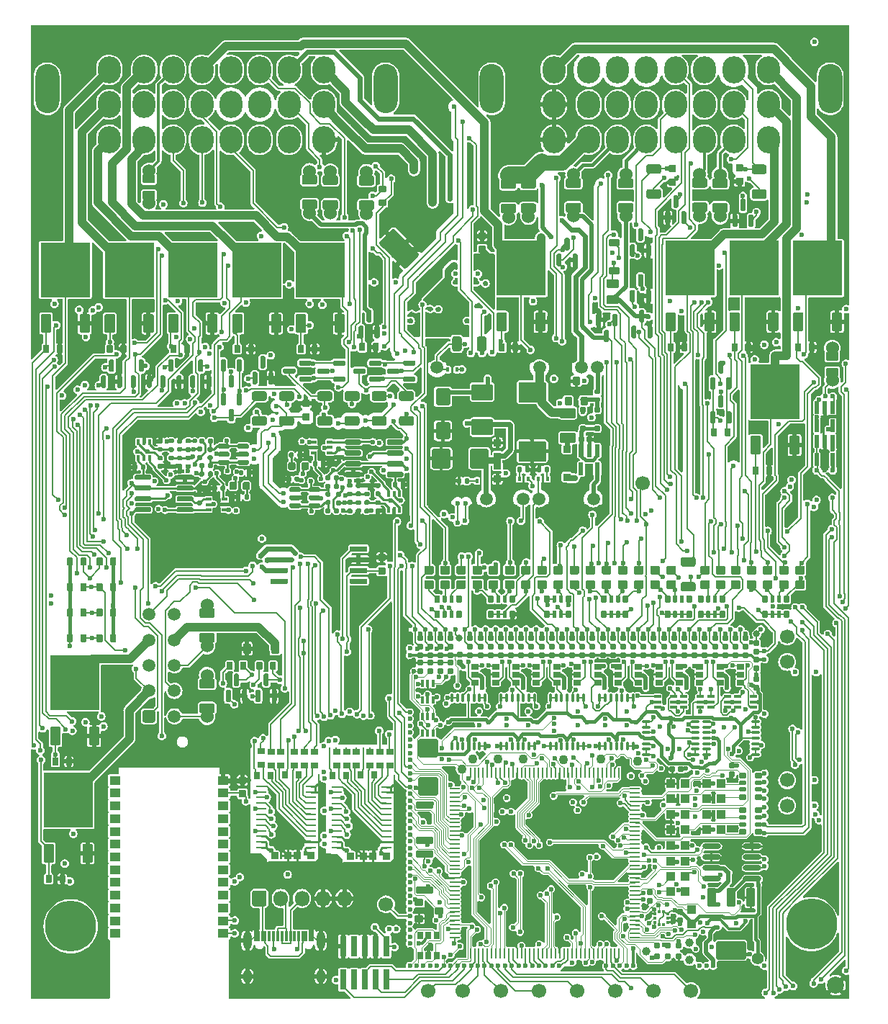
<source format=gtl>
G75*
G70*
%OFA0B0*%
%FSLAX25Y25*%
%IPPOS*%
%LPD*%
%AMOC8*
5,1,8,0,0,1.08239X$1,22.5*
%
%AMM135*
21,1,0.035430,0.030320,-0.000000,-0.000000,270.000000*
21,1,0.028350,0.037400,-0.000000,-0.000000,270.000000*
1,1,0.007090,-0.015160,-0.014170*
1,1,0.007090,-0.015160,0.014170*
1,1,0.007090,0.015160,0.014170*
1,1,0.007090,0.015160,-0.014170*
%
%AMM139*
21,1,0.033470,0.026770,-0.000000,-0.000000,180.000000*
21,1,0.026770,0.033470,-0.000000,-0.000000,180.000000*
1,1,0.006690,-0.013390,0.013390*
1,1,0.006690,0.013390,0.013390*
1,1,0.006690,0.013390,-0.013390*
1,1,0.006690,-0.013390,-0.013390*
%
%AMM167*
21,1,0.086610,0.073230,0.000000,-0.000000,180.000000*
21,1,0.069290,0.090550,0.000000,-0.000000,180.000000*
1,1,0.017320,-0.034650,0.036610*
1,1,0.017320,0.034650,0.036610*
1,1,0.017320,0.034650,-0.036610*
1,1,0.017320,-0.034650,-0.036610*
%
%AMM168*
21,1,0.094490,0.111020,0.000000,-0.000000,270.000000*
21,1,0.075590,0.129920,0.000000,-0.000000,270.000000*
1,1,0.018900,-0.055510,-0.037800*
1,1,0.018900,-0.055510,0.037800*
1,1,0.018900,0.055510,0.037800*
1,1,0.018900,0.055510,-0.037800*
%
%AMM169*
21,1,0.074800,0.083460,0.000000,-0.000000,270.000000*
21,1,0.059840,0.098430,0.000000,-0.000000,270.000000*
1,1,0.014960,-0.041730,-0.029920*
1,1,0.014960,-0.041730,0.029920*
1,1,0.014960,0.041730,0.029920*
1,1,0.014960,0.041730,-0.029920*
%
%AMM170*
21,1,0.078740,0.053540,0.000000,-0.000000,90.000000*
21,1,0.065350,0.066930,0.000000,-0.000000,90.000000*
1,1,0.013390,0.026770,0.032680*
1,1,0.013390,0.026770,-0.032680*
1,1,0.013390,-0.026770,-0.032680*
1,1,0.013390,-0.026770,0.032680*
%
%AMM171*
21,1,0.035430,0.030320,0.000000,-0.000000,0.000000*
21,1,0.028350,0.037400,0.000000,-0.000000,0.000000*
1,1,0.007090,0.014170,-0.015160*
1,1,0.007090,-0.014170,-0.015160*
1,1,0.007090,-0.014170,0.015160*
1,1,0.007090,0.014170,0.015160*
%
%AMM172*
21,1,0.021650,0.052760,0.000000,-0.000000,180.000000*
21,1,0.017320,0.057090,0.000000,-0.000000,180.000000*
1,1,0.004330,-0.008660,0.026380*
1,1,0.004330,0.008660,0.026380*
1,1,0.004330,0.008660,-0.026380*
1,1,0.004330,-0.008660,-0.026380*
%
%AMM173*
21,1,0.035830,0.026770,0.000000,-0.000000,270.000000*
21,1,0.029130,0.033470,0.000000,-0.000000,270.000000*
1,1,0.006690,-0.013390,-0.014570*
1,1,0.006690,-0.013390,0.014570*
1,1,0.006690,0.013390,0.014570*
1,1,0.006690,0.013390,-0.014570*
%
%AMM174*
21,1,0.070870,0.036220,0.000000,-0.000000,0.000000*
21,1,0.061810,0.045280,0.000000,-0.000000,0.000000*
1,1,0.009060,0.030910,-0.018110*
1,1,0.009060,-0.030910,-0.018110*
1,1,0.009060,-0.030910,0.018110*
1,1,0.009060,0.030910,0.018110*
%
%AMM175*
21,1,0.033470,0.026770,0.000000,-0.000000,270.000000*
21,1,0.026770,0.033470,0.000000,-0.000000,270.000000*
1,1,0.006690,-0.013390,-0.013390*
1,1,0.006690,-0.013390,0.013390*
1,1,0.006690,0.013390,0.013390*
1,1,0.006690,0.013390,-0.013390*
%
%AMM176*
21,1,0.015750,0.016540,0.000000,-0.000000,180.000000*
21,1,0.012600,0.019680,0.000000,-0.000000,180.000000*
1,1,0.003150,-0.006300,0.008270*
1,1,0.003150,0.006300,0.008270*
1,1,0.003150,0.006300,-0.008270*
1,1,0.003150,-0.006300,-0.008270*
%
%AMM177*
21,1,0.023620,0.018900,0.000000,-0.000000,0.000000*
21,1,0.018900,0.023620,0.000000,-0.000000,0.000000*
1,1,0.004720,0.009450,-0.009450*
1,1,0.004720,-0.009450,-0.009450*
1,1,0.004720,-0.009450,0.009450*
1,1,0.004720,0.009450,0.009450*
%
%AMM178*
21,1,0.019680,0.019680,0.000000,-0.000000,270.000000*
21,1,0.015750,0.023620,0.000000,-0.000000,270.000000*
1,1,0.003940,-0.009840,-0.007870*
1,1,0.003940,-0.009840,0.007870*
1,1,0.003940,0.009840,0.007870*
1,1,0.003940,0.009840,-0.007870*
%
%AMM179*
21,1,0.019680,0.019680,0.000000,-0.000000,180.000000*
21,1,0.015750,0.023620,0.000000,-0.000000,180.000000*
1,1,0.003940,-0.007870,0.009840*
1,1,0.003940,0.007870,0.009840*
1,1,0.003940,0.007870,-0.009840*
1,1,0.003940,-0.007870,-0.009840*
%
%AMM208*
21,1,0.027560,0.030710,-0.000000,-0.000000,180.000000*
21,1,0.022050,0.036220,-0.000000,-0.000000,180.000000*
1,1,0.005510,-0.011020,0.015350*
1,1,0.005510,0.011020,0.015350*
1,1,0.005510,0.011020,-0.015350*
1,1,0.005510,-0.011020,-0.015350*
%
%AMM209*
21,1,0.027560,0.030710,-0.000000,-0.000000,90.000000*
21,1,0.022050,0.036220,-0.000000,-0.000000,90.000000*
1,1,0.005510,0.015350,0.011020*
1,1,0.005510,0.015350,-0.011020*
1,1,0.005510,-0.015350,-0.011020*
1,1,0.005510,-0.015350,0.011020*
%
%AMM210*
21,1,0.015750,0.009840,-0.000000,-0.000000,225.000000*
1,1,0.009840,0.005570,0.005570*
1,1,0.009840,-0.005570,-0.005570*
%
%AMM266*
21,1,0.043310,0.075980,-0.000000,-0.000000,180.000000*
21,1,0.034650,0.084650,-0.000000,-0.000000,180.000000*
1,1,0.008660,-0.017320,0.037990*
1,1,0.008660,0.017320,0.037990*
1,1,0.008660,0.017320,-0.037990*
1,1,0.008660,-0.017320,-0.037990*
%
%AMM267*
21,1,0.043310,0.075990,-0.000000,-0.000000,180.000000*
21,1,0.034650,0.084650,-0.000000,-0.000000,180.000000*
1,1,0.008660,-0.017320,0.037990*
1,1,0.008660,0.017320,0.037990*
1,1,0.008660,0.017320,-0.037990*
1,1,0.008660,-0.017320,-0.037990*
%
%AMM268*
21,1,0.137800,0.067720,-0.000000,-0.000000,180.000000*
21,1,0.120870,0.084650,-0.000000,-0.000000,180.000000*
1,1,0.016930,-0.060430,0.033860*
1,1,0.016930,0.060430,0.033860*
1,1,0.016930,0.060430,-0.033860*
1,1,0.016930,-0.060430,-0.033860*
%
%AMM269*
21,1,0.039370,0.035430,-0.000000,-0.000000,180.000000*
21,1,0.031500,0.043310,-0.000000,-0.000000,180.000000*
1,1,0.007870,-0.015750,0.017720*
1,1,0.007870,0.015750,0.017720*
1,1,0.007870,0.015750,-0.017720*
1,1,0.007870,-0.015750,-0.017720*
%
%AMM270*
21,1,0.023620,0.030710,-0.000000,-0.000000,0.000000*
21,1,0.018900,0.035430,-0.000000,-0.000000,0.000000*
1,1,0.004720,0.009450,-0.015350*
1,1,0.004720,-0.009450,-0.015350*
1,1,0.004720,-0.009450,0.015350*
1,1,0.004720,0.009450,0.015350*
%
%AMM271*
21,1,0.027560,0.018900,-0.000000,-0.000000,0.000000*
21,1,0.022840,0.023620,-0.000000,-0.000000,0.000000*
1,1,0.004720,0.011420,-0.009450*
1,1,0.004720,-0.011420,-0.009450*
1,1,0.004720,-0.011420,0.009450*
1,1,0.004720,0.011420,0.009450*
%
%AMM272*
21,1,0.023620,0.030710,-0.000000,-0.000000,90.000000*
21,1,0.018900,0.035430,-0.000000,-0.000000,90.000000*
1,1,0.004720,0.015350,0.009450*
1,1,0.004720,0.015350,-0.009450*
1,1,0.004720,-0.015350,-0.009450*
1,1,0.004720,-0.015350,0.009450*
%
%AMM273*
21,1,0.086610,0.073230,-0.000000,-0.000000,270.000000*
21,1,0.069290,0.090550,-0.000000,-0.000000,270.000000*
1,1,0.017320,-0.036610,-0.034650*
1,1,0.017320,-0.036610,0.034650*
1,1,0.017320,0.036610,0.034650*
1,1,0.017320,0.036610,-0.034650*
%
%AMM274*
21,1,0.025590,0.026380,-0.000000,-0.000000,270.000000*
21,1,0.020470,0.031500,-0.000000,-0.000000,270.000000*
1,1,0.005120,-0.013190,-0.010240*
1,1,0.005120,-0.013190,0.010240*
1,1,0.005120,0.013190,0.010240*
1,1,0.005120,0.013190,-0.010240*
%
%AMM275*
21,1,0.017720,0.027950,-0.000000,-0.000000,270.000000*
21,1,0.014170,0.031500,-0.000000,-0.000000,270.000000*
1,1,0.003540,-0.013980,-0.007090*
1,1,0.003540,-0.013980,0.007090*
1,1,0.003540,0.013980,0.007090*
1,1,0.003540,0.013980,-0.007090*
%
%AMM276*
21,1,0.031500,0.072440,-0.000000,-0.000000,270.000000*
21,1,0.025200,0.078740,-0.000000,-0.000000,270.000000*
1,1,0.006300,-0.036220,-0.012600*
1,1,0.006300,-0.036220,0.012600*
1,1,0.006300,0.036220,0.012600*
1,1,0.006300,0.036220,-0.012600*
%
%AMM277*
21,1,0.012600,0.028980,-0.000000,-0.000000,270.000000*
21,1,0.010080,0.031500,-0.000000,-0.000000,270.000000*
1,1,0.002520,-0.014490,-0.005040*
1,1,0.002520,-0.014490,0.005040*
1,1,0.002520,0.014490,0.005040*
1,1,0.002520,0.014490,-0.005040*
%
%AMM278*
21,1,0.012600,0.028980,-0.000000,-0.000000,0.000000*
21,1,0.010080,0.031500,-0.000000,-0.000000,0.000000*
1,1,0.002520,0.005040,-0.014490*
1,1,0.002520,-0.005040,-0.014490*
1,1,0.002520,-0.005040,0.014490*
1,1,0.002520,0.005040,0.014490*
%
%AMM279*
21,1,0.039370,0.035430,-0.000000,-0.000000,90.000000*
21,1,0.031500,0.043310,-0.000000,-0.000000,90.000000*
1,1,0.007870,0.017720,0.015750*
1,1,0.007870,0.017720,-0.015750*
1,1,0.007870,-0.017720,-0.015750*
1,1,0.007870,-0.017720,0.015750*
%
%AMM280*
21,1,0.027560,0.018900,-0.000000,-0.000000,270.000000*
21,1,0.022840,0.023620,-0.000000,-0.000000,270.000000*
1,1,0.004720,-0.009450,-0.011420*
1,1,0.004720,-0.009450,0.011420*
1,1,0.004720,0.009450,0.011420*
1,1,0.004720,0.009450,-0.011420*
%
%ADD10C,0.06693*%
%ADD106C,0.02756*%
%ADD11C,0.06000*%
%ADD12C,0.23622*%
%ADD13R,0.22835X0.25197*%
%ADD136O,0.04961X0.00984*%
%ADD14O,0.06693X0.07283*%
%ADD140O,0.00984X0.40158*%
%ADD145R,0.02559X0.01575*%
%ADD146R,0.01575X0.02559*%
%ADD148O,0.00866X0.05118*%
%ADD149O,0.05118X0.00866*%
%ADD15O,0.11024X0.22835*%
%ADD16O,0.10630X0.12598*%
%ADD161O,0.01181X0.04331*%
%ADD162O,0.04331X0.01181*%
%ADD164O,0.08661X0.02362*%
%ADD166R,0.01476X0.01378*%
%ADD167R,0.01378X0.01476*%
%ADD17R,0.01181X0.04528*%
%ADD170C,0.03100*%
%ADD171C,0.00492*%
%ADD172C,0.03900*%
%ADD173C,0.04331*%
%ADD174C,0.05512*%
%ADD18O,0.03937X0.08268*%
%ADD19O,0.03937X0.06299*%
%ADD20C,0.05906*%
%ADD21C,0.02362*%
%ADD22O,0.12992X0.00787*%
%ADD23O,0.40157X0.00787*%
%ADD238C,0.01850*%
%ADD24O,0.01181X0.00787*%
%ADD25O,0.00787X0.66929*%
%ADD252O,0.40158X0.00787*%
%ADD26O,0.00787X0.60630*%
%ADD27O,0.18898X0.00787*%
%ADD28O,0.10236X0.00787*%
%ADD282M135*%
%ADD286M139*%
%ADD29O,0.03937X0.00787*%
%ADD30O,0.05906X0.00787*%
%ADD31R,0.00984X0.24350*%
%ADD314M167*%
%ADD315M168*%
%ADD316M169*%
%ADD317M170*%
%ADD318M171*%
%ADD319M172*%
%ADD32R,0.00984X0.04390*%
%ADD320M173*%
%ADD321M174*%
%ADD322M175*%
%ADD323M176*%
%ADD324M177*%
%ADD325M178*%
%ADD326M179*%
%ADD33R,0.56201X0.00984*%
%ADD34R,0.59449X0.00984*%
%ADD35R,0.00984X0.20374*%
%ADD36R,0.00787X0.09055*%
%ADD361M208*%
%ADD362M209*%
%ADD363M210*%
%ADD37R,0.00787X0.42126*%
%ADD38R,0.00787X0.08268*%
%ADD39R,0.00787X0.23622*%
%ADD40R,0.00787X0.21260*%
%ADD41R,0.05512X0.00787*%
%ADD42R,0.19685X0.00787*%
%ADD43R,0.26772X0.00787*%
%ADD44R,0.17717X0.00787*%
%ADD444M266*%
%ADD445M267*%
%ADD446M268*%
%ADD447M269*%
%ADD448M270*%
%ADD449M271*%
%ADD45R,0.00787X0.06299*%
%ADD450M272*%
%ADD451M273*%
%ADD452M274*%
%ADD453M275*%
%ADD454M276*%
%ADD455M277*%
%ADD456M278*%
%ADD457M279*%
%ADD458M280*%
%ADD46R,0.00787X0.22441*%
%ADD47R,0.00787X0.07874*%
%ADD48R,0.05118X0.03937*%
%ADD49C,0.07874*%
%ADD50O,0.04823X0.00787*%
%ADD51O,0.00787X0.36614*%
%ADD52O,0.00984X0.40157*%
%ADD53O,0.22835X0.00984*%
%ADD54O,0.00787X0.01575*%
%ADD55R,0.02913X0.09449*%
%ADD56C,0.05118*%
%ADD57C,0.01575*%
%ADD58C,0.00787*%
%ADD59C,0.03937*%
%ADD60C,0.02000*%
%ADD61C,0.01181*%
%ADD62C,0.00800*%
%ADD63C,0.07087*%
%ADD64C,0.03150*%
%ADD71C,0.00984*%
%ADD83C,0.01968*%
X0000000Y0000000D02*
%LPD*%
G01*
D10*
X0350787Y0156299D03*
D11*
X0082047Y0130906D03*
G36*
G01*
X0085591Y0136201D02*
X0085591Y0133484D01*
G75*
G02*
X0084685Y0132579I-000906J0000000D01*
G01*
X0079409Y0132579D01*
G75*
G02*
X0078504Y0133484I0000000J0000906D01*
G01*
X0078504Y0136201D01*
G75*
G02*
X0079409Y0137106I0000906J0000000D01*
G01*
X0084685Y0137106D01*
G75*
G02*
X0085591Y0136201I0000000J-000906D01*
G01*
G37*
G36*
G01*
X0085591Y0147618D02*
X0085591Y0144902D01*
G75*
G02*
X0084685Y0143996I-000906J0000000D01*
G01*
X0079409Y0143996D01*
G75*
G02*
X0078504Y0144902I0000000J0000906D01*
G01*
X0078504Y0147618D01*
G75*
G02*
X0079409Y0148524I0000906J0000000D01*
G01*
X0084685Y0148524D01*
G75*
G02*
X0085591Y0147618I0000000J-000906D01*
G01*
G37*
X0082047Y0150197D03*
G36*
G01*
X0314567Y0190157D02*
X0311024Y0190157D01*
G75*
G02*
X0310630Y0190551I0000000J0000394D01*
G01*
X0310630Y0193701D01*
G75*
G02*
X0311024Y0194094I0000394J0000000D01*
G01*
X0314567Y0194094D01*
G75*
G02*
X0314961Y0193701I0000000J-000394D01*
G01*
X0314961Y0190551D01*
G75*
G02*
X0314567Y0190157I-000394J0000000D01*
G01*
G37*
G36*
G01*
X0314567Y0196850D02*
X0311024Y0196850D01*
G75*
G02*
X0310630Y0197244I0000000J0000394D01*
G01*
X0310630Y0200394D01*
G75*
G02*
X0311024Y0200787I0000394J0000000D01*
G01*
X0314567Y0200787D01*
G75*
G02*
X0314961Y0200394I0000000J-000394D01*
G01*
X0314961Y0197244D01*
G75*
G02*
X0314567Y0196850I-000394J0000000D01*
G01*
G37*
G36*
G01*
X0339173Y0177028D02*
X0339173Y0179665D01*
G75*
G02*
X0339429Y0179921I0000256J0000000D01*
G01*
X0341476Y0179921D01*
G75*
G02*
X0341732Y0179665I0000000J-000256D01*
G01*
X0341732Y0177028D01*
G75*
G02*
X0341476Y0176772I-000256J0000000D01*
G01*
X0339429Y0176772D01*
G75*
G02*
X0339173Y0177028I0000000J0000256D01*
G01*
G37*
G36*
G01*
X0343012Y0176949D02*
X0343012Y0179744D01*
G75*
G02*
X0343189Y0179921I0000177J0000000D01*
G01*
X0344606Y0179921D01*
G75*
G02*
X0344783Y0179744I0000000J-000177D01*
G01*
X0344783Y0176949D01*
G75*
G02*
X0344606Y0176772I-000177J0000000D01*
G01*
X0343189Y0176772D01*
G75*
G02*
X0343012Y0176949I0000000J0000177D01*
G01*
G37*
G36*
G01*
X0346161Y0176949D02*
X0346161Y0179744D01*
G75*
G02*
X0346339Y0179921I0000177J0000000D01*
G01*
X0347756Y0179921D01*
G75*
G02*
X0347933Y0179744I0000000J-000177D01*
G01*
X0347933Y0176949D01*
G75*
G02*
X0347756Y0176772I-000177J0000000D01*
G01*
X0346339Y0176772D01*
G75*
G02*
X0346161Y0176949I0000000J0000177D01*
G01*
G37*
G36*
G01*
X0349213Y0177028D02*
X0349213Y0179665D01*
G75*
G02*
X0349468Y0179921I0000256J0000000D01*
G01*
X0351516Y0179921D01*
G75*
G02*
X0351772Y0179665I0000000J-000256D01*
G01*
X0351772Y0177028D01*
G75*
G02*
X0351516Y0176772I-000256J0000000D01*
G01*
X0349468Y0176772D01*
G75*
G02*
X0349213Y0177028I0000000J0000256D01*
G01*
G37*
G36*
G01*
X0349213Y0184114D02*
X0349213Y0186752D01*
G75*
G02*
X0349468Y0187008I0000256J0000000D01*
G01*
X0351516Y0187008D01*
G75*
G02*
X0351772Y0186752I0000000J-000256D01*
G01*
X0351772Y0184114D01*
G75*
G02*
X0351516Y0183858I-000256J0000000D01*
G01*
X0349468Y0183858D01*
G75*
G02*
X0349213Y0184114I0000000J0000256D01*
G01*
G37*
G36*
G01*
X0346161Y0184035D02*
X0346161Y0186831D01*
G75*
G02*
X0346339Y0187008I0000177J0000000D01*
G01*
X0347756Y0187008D01*
G75*
G02*
X0347933Y0186831I0000000J-000177D01*
G01*
X0347933Y0184035D01*
G75*
G02*
X0347756Y0183858I-000177J0000000D01*
G01*
X0346339Y0183858D01*
G75*
G02*
X0346161Y0184035I0000000J0000177D01*
G01*
G37*
G36*
G01*
X0343012Y0184035D02*
X0343012Y0186831D01*
G75*
G02*
X0343189Y0187008I0000177J0000000D01*
G01*
X0344606Y0187008D01*
G75*
G02*
X0344783Y0186831I0000000J-000177D01*
G01*
X0344783Y0184035D01*
G75*
G02*
X0344606Y0183858I-000177J0000000D01*
G01*
X0343189Y0183858D01*
G75*
G02*
X0343012Y0184035I0000000J0000177D01*
G01*
G37*
G36*
G01*
X0339173Y0184114D02*
X0339173Y0186752D01*
G75*
G02*
X0339429Y0187008I0000256J0000000D01*
G01*
X0341476Y0187008D01*
G75*
G02*
X0341732Y0186752I0000000J-000256D01*
G01*
X0341732Y0184114D01*
G75*
G02*
X0341476Y0183858I-000256J0000000D01*
G01*
X0339429Y0183858D01*
G75*
G02*
X0339173Y0184114I0000000J0000256D01*
G01*
G37*
G36*
G01*
X0201575Y0190157D02*
X0198031Y0190157D01*
G75*
G02*
X0197638Y0190551I0000000J0000394D01*
G01*
X0197638Y0193701D01*
G75*
G02*
X0198031Y0194094I0000394J0000000D01*
G01*
X0201575Y0194094D01*
G75*
G02*
X0201968Y0193701I0000000J-000394D01*
G01*
X0201968Y0190551D01*
G75*
G02*
X0201575Y0190157I-000394J0000000D01*
G01*
G37*
G36*
G01*
X0201575Y0196850D02*
X0198031Y0196850D01*
G75*
G02*
X0197638Y0197244I0000000J0000394D01*
G01*
X0197638Y0200394D01*
G75*
G02*
X0198031Y0200787I0000394J0000000D01*
G01*
X0201575Y0200787D01*
G75*
G02*
X0201968Y0200394I0000000J-000394D01*
G01*
X0201968Y0197244D01*
G75*
G02*
X0201575Y0196850I-000394J0000000D01*
G01*
G37*
D10*
X0235827Y0003937D03*
G36*
G01*
X0203278Y0320794D02*
X0197710Y0315226D01*
G75*
G02*
X0196318Y0315226I-000696J0000696D01*
G01*
X0185461Y0326083D01*
G75*
G02*
X0185461Y0327475I0000696J0000696D01*
G01*
X0191029Y0333043D01*
G75*
G02*
X0192421Y0333043I0000696J-000696D01*
G01*
X0203278Y0322186D01*
G75*
G02*
X0203278Y0320794I-000696J-000696D01*
G01*
G37*
G36*
G01*
X0179893Y0344178D02*
X0174326Y0338611D01*
G75*
G02*
X0172934Y0338611I-000696J0000696D01*
G01*
X0162076Y0349468D01*
G75*
G02*
X0162076Y0350860I0000696J0000696D01*
G01*
X0167644Y0356428D01*
G75*
G02*
X0169036Y0356428I0000696J-000696D01*
G01*
X0179893Y0345570D01*
G75*
G02*
X0179893Y0344178I-000696J-000696D01*
G01*
G37*
G36*
G01*
X0171949Y0281594D02*
X0176870Y0281594D01*
G75*
G02*
X0177854Y0280610I0000000J-000984D01*
G01*
X0177854Y0278150D01*
G75*
G02*
X0176870Y0277165I-000984J0000000D01*
G01*
X0171949Y0277165D01*
G75*
G02*
X0170965Y0278150I0000000J0000984D01*
G01*
X0170965Y0280610D01*
G75*
G02*
X0171949Y0281594I0000984J0000000D01*
G01*
G37*
G36*
G01*
X0171949Y0270079D02*
X0176870Y0270079D01*
G75*
G02*
X0177854Y0269094I0000000J-000984D01*
G01*
X0177854Y0266634D01*
G75*
G02*
X0176870Y0265650I-000984J0000000D01*
G01*
X0171949Y0265650D01*
G75*
G02*
X0170965Y0266634I0000000J0000984D01*
G01*
X0170965Y0269094D01*
G75*
G02*
X0171949Y0270079I0000984J0000000D01*
G01*
G37*
G36*
G01*
X0124213Y0299646D02*
X0124213Y0302717D01*
G75*
G02*
X0124488Y0302992I0000276J0000000D01*
G01*
X0126693Y0302992D01*
G75*
G02*
X0126969Y0302717I0000000J-000276D01*
G01*
X0126969Y0299646D01*
G75*
G02*
X0126693Y0299370I-000276J0000000D01*
G01*
X0124488Y0299370D01*
G75*
G02*
X0124213Y0299646I0000000J0000276D01*
G01*
G37*
G36*
G01*
X0130512Y0299646D02*
X0130512Y0302717D01*
G75*
G02*
X0130787Y0302992I0000276J0000000D01*
G01*
X0132992Y0302992D01*
G75*
G02*
X0133268Y0302717I0000000J-000276D01*
G01*
X0133268Y0299646D01*
G75*
G02*
X0132992Y0299370I-000276J0000000D01*
G01*
X0130787Y0299370D01*
G75*
G02*
X0130512Y0299646I0000000J0000276D01*
G01*
G37*
G36*
G01*
X0291437Y0370768D02*
X0286516Y0370768D01*
G75*
G02*
X0285531Y0371752I0000000J0000984D01*
G01*
X0285531Y0374213D01*
G75*
G02*
X0286516Y0375197I0000984J0000000D01*
G01*
X0291437Y0375197D01*
G75*
G02*
X0292421Y0374213I0000000J-000984D01*
G01*
X0292421Y0371752D01*
G75*
G02*
X0291437Y0370768I-000984J0000000D01*
G01*
G37*
G36*
G01*
X0291437Y0382283D02*
X0286516Y0382283D01*
G75*
G02*
X0285531Y0383268I0000000J0000984D01*
G01*
X0285531Y0385728D01*
G75*
G02*
X0286516Y0386713I0000984J0000000D01*
G01*
X0291437Y0386713D01*
G75*
G02*
X0292421Y0385728I0000000J-000984D01*
G01*
X0292421Y0383268D01*
G75*
G02*
X0291437Y0382283I-000984J0000000D01*
G01*
G37*
G36*
G01*
X0017126Y0165787D02*
X0017126Y0168858D01*
G75*
G02*
X0017402Y0169134I0000276J0000000D01*
G01*
X0019606Y0169134D01*
G75*
G02*
X0019882Y0168858I0000000J-000276D01*
G01*
X0019882Y0165787D01*
G75*
G02*
X0019606Y0165512I-000276J0000000D01*
G01*
X0017402Y0165512D01*
G75*
G02*
X0017126Y0165787I0000000J0000276D01*
G01*
G37*
G36*
G01*
X0023425Y0165787D02*
X0023425Y0168858D01*
G75*
G02*
X0023701Y0169134I0000276J0000000D01*
G01*
X0025906Y0169134D01*
G75*
G02*
X0026181Y0168858I0000000J-000276D01*
G01*
X0026181Y0165787D01*
G75*
G02*
X0025906Y0165512I-000276J0000000D01*
G01*
X0023701Y0165512D01*
G75*
G02*
X0023425Y0165787I0000000J0000276D01*
G01*
G37*
D12*
X0018909Y0033933D03*
G36*
G01*
X0186614Y0190157D02*
X0183071Y0190157D01*
G75*
G02*
X0182677Y0190551I0000000J0000394D01*
G01*
X0182677Y0193701D01*
G75*
G02*
X0183071Y0194094I0000394J0000000D01*
G01*
X0186614Y0194094D01*
G75*
G02*
X0187008Y0193701I0000000J-000394D01*
G01*
X0187008Y0190551D01*
G75*
G02*
X0186614Y0190157I-000394J0000000D01*
G01*
G37*
G36*
G01*
X0186614Y0196850D02*
X0183071Y0196850D01*
G75*
G02*
X0182677Y0197244I0000000J0000394D01*
G01*
X0182677Y0200394D01*
G75*
G02*
X0183071Y0200787I0000394J0000000D01*
G01*
X0186614Y0200787D01*
G75*
G02*
X0187008Y0200394I0000000J-000394D01*
G01*
X0187008Y0197244D01*
G75*
G02*
X0186614Y0196850I-000394J0000000D01*
G01*
G37*
G36*
G01*
X0097953Y0308661D02*
X0094173Y0308661D01*
G75*
G02*
X0093701Y0309134I0000000J0000472D01*
G01*
X0093701Y0316850D01*
G75*
G02*
X0094173Y0317323I0000472J0000000D01*
G01*
X0097953Y0317323D01*
G75*
G02*
X0098425Y0316850I0000000J-000472D01*
G01*
X0098425Y0309134D01*
G75*
G02*
X0097953Y0308661I-000472J0000000D01*
G01*
G37*
D13*
X0105039Y0337795D03*
G36*
G01*
X0115906Y0308661D02*
X0112126Y0308661D01*
G75*
G02*
X0111654Y0309134I0000000J0000472D01*
G01*
X0111654Y0316850D01*
G75*
G02*
X0112126Y0317323I0000472J0000000D01*
G01*
X0115906Y0317323D01*
G75*
G02*
X0116378Y0316850I0000000J-000472D01*
G01*
X0116378Y0309134D01*
G75*
G02*
X0115906Y0308661I-000472J0000000D01*
G01*
G37*
G36*
G01*
X0102953Y0044193D02*
X0102953Y0049508D01*
G75*
G02*
X0103937Y0050492I0000984J0000000D01*
G01*
X0108661Y0050492D01*
G75*
G02*
X0109646Y0049508I0000000J-000984D01*
G01*
X0109646Y0044193D01*
G75*
G02*
X0108661Y0043209I-000984J0000000D01*
G01*
X0103937Y0043209D01*
G75*
G02*
X0102953Y0044193I0000000J0000984D01*
G01*
G37*
D14*
X0116142Y0046850D03*
X0125984Y0046850D03*
X0135827Y0046850D03*
X0145669Y0046850D03*
D11*
X0251772Y0381890D03*
G36*
G01*
X0248228Y0376595D02*
X0248228Y0379311D01*
G75*
G02*
X0249134Y0380217I0000906J0000000D01*
G01*
X0254409Y0380217D01*
G75*
G02*
X0255315Y0379311I0000000J-000906D01*
G01*
X0255315Y0376595D01*
G75*
G02*
X0254409Y0375689I-000906J0000000D01*
G01*
X0249134Y0375689D01*
G75*
G02*
X0248228Y0376595I0000000J0000906D01*
G01*
G37*
G36*
G01*
X0248228Y0365177D02*
X0248228Y0367894D01*
G75*
G02*
X0249134Y0368799I0000906J0000000D01*
G01*
X0254409Y0368799D01*
G75*
G02*
X0255315Y0367894I0000000J-000906D01*
G01*
X0255315Y0365177D01*
G75*
G02*
X0254409Y0364272I-000906J0000000D01*
G01*
X0249134Y0364272D01*
G75*
G02*
X0248228Y0365177I0000000J0000906D01*
G01*
G37*
X0251772Y0362598D03*
G36*
G01*
X0316929Y0266634D02*
X0315748Y0266634D01*
G75*
G02*
X0315157Y0267224I0000000J0000591D01*
G01*
X0315157Y0271850D01*
G75*
G02*
X0315748Y0272441I0000591J0000000D01*
G01*
X0316929Y0272441D01*
G75*
G02*
X0317520Y0271850I0000000J-000591D01*
G01*
X0317520Y0267224D01*
G75*
G02*
X0316929Y0266634I-000591J0000000D01*
G01*
G37*
G36*
G01*
X0320669Y0274016D02*
X0319488Y0274016D01*
G75*
G02*
X0318898Y0274606I0000000J0000591D01*
G01*
X0318898Y0279232D01*
G75*
G02*
X0319488Y0279823I0000591J0000000D01*
G01*
X0320669Y0279823D01*
G75*
G02*
X0321260Y0279232I0000000J-000591D01*
G01*
X0321260Y0274606D01*
G75*
G02*
X0320669Y0274016I-000591J0000000D01*
G01*
G37*
G36*
G01*
X0324409Y0266634D02*
X0323228Y0266634D01*
G75*
G02*
X0322638Y0267224I0000000J0000591D01*
G01*
X0322638Y0271850D01*
G75*
G02*
X0323228Y0272441I0000591J0000000D01*
G01*
X0324409Y0272441D01*
G75*
G02*
X0325000Y0271850I0000000J-000591D01*
G01*
X0325000Y0267224D01*
G75*
G02*
X0324409Y0266634I-000591J0000000D01*
G01*
G37*
X0371654Y0286594D03*
G36*
G01*
X0374114Y0288386D02*
X0369193Y0288386D01*
G75*
G02*
X0368799Y0288780I0000000J0000394D01*
G01*
X0368799Y0291929D01*
G75*
G02*
X0369193Y0292323I0000394J0000000D01*
G01*
X0374114Y0292323D01*
G75*
G02*
X0374508Y0291929I0000000J-000394D01*
G01*
X0374508Y0288780D01*
G75*
G02*
X0374114Y0288386I-000394J0000000D01*
G01*
G37*
G36*
G01*
X0374114Y0295866D02*
X0369193Y0295866D01*
G75*
G02*
X0368799Y0296260I0000000J0000394D01*
G01*
X0368799Y0299410D01*
G75*
G02*
X0369193Y0299803I0000394J0000000D01*
G01*
X0374114Y0299803D01*
G75*
G02*
X0374508Y0299410I0000000J-000394D01*
G01*
X0374508Y0296260D01*
G75*
G02*
X0374114Y0295866I-000394J0000000D01*
G01*
G37*
X0371654Y0301594D03*
G36*
G01*
X0295472Y0300433D02*
X0295472Y0303504D01*
G75*
G02*
X0295748Y0303780I0000276J0000000D01*
G01*
X0297953Y0303780D01*
G75*
G02*
X0298228Y0303504I0000000J-000276D01*
G01*
X0298228Y0300433D01*
G75*
G02*
X0297953Y0300157I-000276J0000000D01*
G01*
X0295748Y0300157D01*
G75*
G02*
X0295472Y0300433I0000000J0000276D01*
G01*
G37*
G36*
G01*
X0301772Y0300433D02*
X0301772Y0303504D01*
G75*
G02*
X0302047Y0303780I0000276J0000000D01*
G01*
X0304252Y0303780D01*
G75*
G02*
X0304528Y0303504I0000000J-000276D01*
G01*
X0304528Y0300433D01*
G75*
G02*
X0304252Y0300157I-000276J0000000D01*
G01*
X0302047Y0300157D01*
G75*
G02*
X0301772Y0300433I0000000J0000276D01*
G01*
G37*
G36*
G01*
X0178642Y0287795D02*
X0178642Y0286614D01*
G75*
G02*
X0178051Y0286024I-000591J0000000D01*
G01*
X0173425Y0286024D01*
G75*
G02*
X0172835Y0286614I0000000J0000591D01*
G01*
X0172835Y0287795D01*
G75*
G02*
X0173425Y0288386I0000591J0000000D01*
G01*
X0178051Y0288386D01*
G75*
G02*
X0178642Y0287795I0000000J-000591D01*
G01*
G37*
G36*
G01*
X0171260Y0291535D02*
X0171260Y0290354D01*
G75*
G02*
X0170669Y0289764I-000591J0000000D01*
G01*
X0166043Y0289764D01*
G75*
G02*
X0165453Y0290354I0000000J0000591D01*
G01*
X0165453Y0291535D01*
G75*
G02*
X0166043Y0292126I0000591J0000000D01*
G01*
X0170669Y0292126D01*
G75*
G02*
X0171260Y0291535I0000000J-000591D01*
G01*
G37*
G36*
G01*
X0178642Y0295276D02*
X0178642Y0294094D01*
G75*
G02*
X0178051Y0293504I-000591J0000000D01*
G01*
X0173425Y0293504D01*
G75*
G02*
X0172835Y0294094I0000000J0000591D01*
G01*
X0172835Y0295276D01*
G75*
G02*
X0173425Y0295866I0000591J0000000D01*
G01*
X0178051Y0295866D01*
G75*
G02*
X0178642Y0295276I0000000J-000591D01*
G01*
G37*
G36*
G01*
X0261417Y0190157D02*
X0257874Y0190157D01*
G75*
G02*
X0257480Y0190551I0000000J0000394D01*
G01*
X0257480Y0193701D01*
G75*
G02*
X0257874Y0194094I0000394J0000000D01*
G01*
X0261417Y0194094D01*
G75*
G02*
X0261811Y0193701I0000000J-000394D01*
G01*
X0261811Y0190551D01*
G75*
G02*
X0261417Y0190157I-000394J0000000D01*
G01*
G37*
G36*
G01*
X0261417Y0196850D02*
X0257874Y0196850D01*
G75*
G02*
X0257480Y0197244I0000000J0000394D01*
G01*
X0257480Y0200394D01*
G75*
G02*
X0257874Y0200787I0000394J0000000D01*
G01*
X0261417Y0200787D01*
G75*
G02*
X0261811Y0200394I0000000J-000394D01*
G01*
X0261811Y0197244D01*
G75*
G02*
X0261417Y0196850I-000394J0000000D01*
G01*
G37*
G36*
G01*
X0327165Y0357579D02*
X0325984Y0357579D01*
G75*
G02*
X0325394Y0358169I0000000J0000591D01*
G01*
X0325394Y0362795D01*
G75*
G02*
X0325984Y0363386I0000591J0000000D01*
G01*
X0327165Y0363386D01*
G75*
G02*
X0327756Y0362795I0000000J-000591D01*
G01*
X0327756Y0358169D01*
G75*
G02*
X0327165Y0357579I-000591J0000000D01*
G01*
G37*
G36*
G01*
X0334646Y0357579D02*
X0333465Y0357579D01*
G75*
G02*
X0332874Y0358169I0000000J0000591D01*
G01*
X0332874Y0362795D01*
G75*
G02*
X0333465Y0363386I0000591J0000000D01*
G01*
X0334646Y0363386D01*
G75*
G02*
X0335236Y0362795I0000000J-000591D01*
G01*
X0335236Y0358169D01*
G75*
G02*
X0334646Y0357579I-000591J0000000D01*
G01*
G37*
G36*
G01*
X0330906Y0364961D02*
X0329724Y0364961D01*
G75*
G02*
X0329134Y0365551I0000000J0000591D01*
G01*
X0329134Y0370177D01*
G75*
G02*
X0329724Y0370768I0000591J0000000D01*
G01*
X0330906Y0370768D01*
G75*
G02*
X0331496Y0370177I0000000J-000591D01*
G01*
X0331496Y0365551D01*
G75*
G02*
X0330906Y0364961I-000591J0000000D01*
G01*
G37*
G36*
G01*
X0354528Y0300433D02*
X0354528Y0303504D01*
G75*
G02*
X0354803Y0303780I0000276J0000000D01*
G01*
X0357008Y0303780D01*
G75*
G02*
X0357283Y0303504I0000000J-000276D01*
G01*
X0357283Y0300433D01*
G75*
G02*
X0357008Y0300157I-000276J0000000D01*
G01*
X0354803Y0300157D01*
G75*
G02*
X0354528Y0300433I0000000J0000276D01*
G01*
G37*
G36*
G01*
X0360827Y0300433D02*
X0360827Y0303504D01*
G75*
G02*
X0361102Y0303780I0000276J0000000D01*
G01*
X0363307Y0303780D01*
G75*
G02*
X0363583Y0303504I0000000J-000276D01*
G01*
X0363583Y0300433D01*
G75*
G02*
X0363307Y0300157I-000276J0000000D01*
G01*
X0361102Y0300157D01*
G75*
G02*
X0360827Y0300433I0000000J0000276D01*
G01*
G37*
G36*
G01*
X0220472Y0309449D02*
X0216693Y0309449D01*
G75*
G02*
X0216220Y0309921I0000000J0000472D01*
G01*
X0216220Y0317638D01*
G75*
G02*
X0216693Y0318110I0000472J0000000D01*
G01*
X0220472Y0318110D01*
G75*
G02*
X0220945Y0317638I0000000J-000472D01*
G01*
X0220945Y0309921D01*
G75*
G02*
X0220472Y0309449I-000472J0000000D01*
G01*
G37*
D13*
X0227559Y0338583D03*
G36*
G01*
X0238425Y0309449D02*
X0234646Y0309449D01*
G75*
G02*
X0234173Y0309921I0000000J0000472D01*
G01*
X0234173Y0317638D01*
G75*
G02*
X0234646Y0318110I0000472J0000000D01*
G01*
X0238425Y0318110D01*
G75*
G02*
X0238898Y0317638I0000000J-000472D01*
G01*
X0238898Y0309921D01*
G75*
G02*
X0238425Y0309449I-000472J0000000D01*
G01*
G37*
G36*
G01*
X0238189Y0177028D02*
X0238189Y0179665D01*
G75*
G02*
X0238445Y0179921I0000256J0000000D01*
G01*
X0240492Y0179921D01*
G75*
G02*
X0240748Y0179665I0000000J-000256D01*
G01*
X0240748Y0177028D01*
G75*
G02*
X0240492Y0176772I-000256J0000000D01*
G01*
X0238445Y0176772D01*
G75*
G02*
X0238189Y0177028I0000000J0000256D01*
G01*
G37*
G36*
G01*
X0242028Y0176949D02*
X0242028Y0179744D01*
G75*
G02*
X0242205Y0179921I0000177J0000000D01*
G01*
X0243622Y0179921D01*
G75*
G02*
X0243799Y0179744I0000000J-000177D01*
G01*
X0243799Y0176949D01*
G75*
G02*
X0243622Y0176772I-000177J0000000D01*
G01*
X0242205Y0176772D01*
G75*
G02*
X0242028Y0176949I0000000J0000177D01*
G01*
G37*
G36*
G01*
X0245177Y0176949D02*
X0245177Y0179744D01*
G75*
G02*
X0245354Y0179921I0000177J0000000D01*
G01*
X0246772Y0179921D01*
G75*
G02*
X0246949Y0179744I0000000J-000177D01*
G01*
X0246949Y0176949D01*
G75*
G02*
X0246772Y0176772I-000177J0000000D01*
G01*
X0245354Y0176772D01*
G75*
G02*
X0245177Y0176949I0000000J0000177D01*
G01*
G37*
G36*
G01*
X0248228Y0177028D02*
X0248228Y0179665D01*
G75*
G02*
X0248484Y0179921I0000256J0000000D01*
G01*
X0250531Y0179921D01*
G75*
G02*
X0250787Y0179665I0000000J-000256D01*
G01*
X0250787Y0177028D01*
G75*
G02*
X0250531Y0176772I-000256J0000000D01*
G01*
X0248484Y0176772D01*
G75*
G02*
X0248228Y0177028I0000000J0000256D01*
G01*
G37*
G36*
G01*
X0248228Y0184114D02*
X0248228Y0186752D01*
G75*
G02*
X0248484Y0187008I0000256J0000000D01*
G01*
X0250531Y0187008D01*
G75*
G02*
X0250787Y0186752I0000000J-000256D01*
G01*
X0250787Y0184114D01*
G75*
G02*
X0250531Y0183858I-000256J0000000D01*
G01*
X0248484Y0183858D01*
G75*
G02*
X0248228Y0184114I0000000J0000256D01*
G01*
G37*
G36*
G01*
X0245177Y0184035D02*
X0245177Y0186831D01*
G75*
G02*
X0245354Y0187008I0000177J0000000D01*
G01*
X0246772Y0187008D01*
G75*
G02*
X0246949Y0186831I0000000J-000177D01*
G01*
X0246949Y0184035D01*
G75*
G02*
X0246772Y0183858I-000177J0000000D01*
G01*
X0245354Y0183858D01*
G75*
G02*
X0245177Y0184035I0000000J0000177D01*
G01*
G37*
G36*
G01*
X0242028Y0184035D02*
X0242028Y0186831D01*
G75*
G02*
X0242205Y0187008I0000177J0000000D01*
G01*
X0243622Y0187008D01*
G75*
G02*
X0243799Y0186831I0000000J-000177D01*
G01*
X0243799Y0184035D01*
G75*
G02*
X0243622Y0183858I-000177J0000000D01*
G01*
X0242205Y0183858D01*
G75*
G02*
X0242028Y0184035I0000000J0000177D01*
G01*
G37*
G36*
G01*
X0238189Y0184114D02*
X0238189Y0186752D01*
G75*
G02*
X0238445Y0187008I0000256J0000000D01*
G01*
X0240492Y0187008D01*
G75*
G02*
X0240748Y0186752I0000000J-000256D01*
G01*
X0240748Y0184114D01*
G75*
G02*
X0240492Y0183858I-000256J0000000D01*
G01*
X0238445Y0183858D01*
G75*
G02*
X0238189Y0184114I0000000J0000256D01*
G01*
G37*
G36*
G01*
X0104764Y0284744D02*
X0103583Y0284744D01*
G75*
G02*
X0102992Y0285335I0000000J0000591D01*
G01*
X0102992Y0289961D01*
G75*
G02*
X0103583Y0290551I0000591J0000000D01*
G01*
X0104764Y0290551D01*
G75*
G02*
X0105354Y0289961I0000000J-000591D01*
G01*
X0105354Y0285335D01*
G75*
G02*
X0104764Y0284744I-000591J0000000D01*
G01*
G37*
G36*
G01*
X0108504Y0292126D02*
X0107323Y0292126D01*
G75*
G02*
X0106732Y0292717I0000000J0000591D01*
G01*
X0106732Y0297343D01*
G75*
G02*
X0107323Y0297933I0000591J0000000D01*
G01*
X0108504Y0297933D01*
G75*
G02*
X0109094Y0297343I0000000J-000591D01*
G01*
X0109094Y0292717D01*
G75*
G02*
X0108504Y0292126I-000591J0000000D01*
G01*
G37*
G36*
G01*
X0112244Y0284744D02*
X0111063Y0284744D01*
G75*
G02*
X0110472Y0285335I0000000J0000591D01*
G01*
X0110472Y0289961D01*
G75*
G02*
X0111063Y0290551I0000591J0000000D01*
G01*
X0112244Y0290551D01*
G75*
G02*
X0112835Y0289961I0000000J-000591D01*
G01*
X0112835Y0285335D01*
G75*
G02*
X0112244Y0284744I-000591J0000000D01*
G01*
G37*
D15*
X0008071Y0421654D03*
X0164764Y0421654D03*
D16*
X0036811Y0398031D03*
X0052953Y0398031D03*
X0066339Y0398031D03*
X0079724Y0398031D03*
X0093110Y0398031D03*
X0106496Y0398031D03*
X0120079Y0398031D03*
X0136220Y0398031D03*
X0036811Y0414370D03*
X0052953Y0414370D03*
X0066339Y0414370D03*
X0079724Y0414370D03*
X0093110Y0414370D03*
X0106496Y0414370D03*
X0120079Y0414370D03*
X0136220Y0414370D03*
X0036811Y0430315D03*
X0052953Y0430315D03*
X0066339Y0430315D03*
X0079724Y0430315D03*
X0093110Y0430315D03*
X0106496Y0430315D03*
X0120079Y0430315D03*
X0136220Y0430315D03*
D10*
X0164961Y0044094D03*
G36*
G01*
X0094685Y0299646D02*
X0094685Y0302717D01*
G75*
G02*
X0094961Y0302992I0000276J0000000D01*
G01*
X0097165Y0302992D01*
G75*
G02*
X0097441Y0302717I0000000J-000276D01*
G01*
X0097441Y0299646D01*
G75*
G02*
X0097165Y0299370I-000276J0000000D01*
G01*
X0094961Y0299370D01*
G75*
G02*
X0094685Y0299646I0000000J0000276D01*
G01*
G37*
G36*
G01*
X0100984Y0299646D02*
X0100984Y0302717D01*
G75*
G02*
X0101260Y0302992I0000276J0000000D01*
G01*
X0103465Y0302992D01*
G75*
G02*
X0103740Y0302717I0000000J-000276D01*
G01*
X0103740Y0299646D01*
G75*
G02*
X0103465Y0299370I-000276J0000000D01*
G01*
X0101260Y0299370D01*
G75*
G02*
X0100984Y0299646I0000000J0000276D01*
G01*
G37*
G36*
G01*
X0146211Y0287795D02*
X0146211Y0286614D01*
G75*
G02*
X0145620Y0286024I-000591J0000000D01*
G01*
X0140994Y0286024D01*
G75*
G02*
X0140404Y0286614I0000000J0000591D01*
G01*
X0140404Y0287795D01*
G75*
G02*
X0140994Y0288386I0000591J0000000D01*
G01*
X0145620Y0288386D01*
G75*
G02*
X0146211Y0287795I0000000J-000591D01*
G01*
G37*
G36*
G01*
X0138829Y0291535D02*
X0138829Y0290354D01*
G75*
G02*
X0138238Y0289764I-000591J0000000D01*
G01*
X0133612Y0289764D01*
G75*
G02*
X0133022Y0290354I0000000J0000591D01*
G01*
X0133022Y0291535D01*
G75*
G02*
X0133612Y0292126I0000591J0000000D01*
G01*
X0138238Y0292126D01*
G75*
G02*
X0138829Y0291535I0000000J-000591D01*
G01*
G37*
G36*
G01*
X0146211Y0295276D02*
X0146211Y0294094D01*
G75*
G02*
X0145620Y0293504I-000591J0000000D01*
G01*
X0140994Y0293504D01*
G75*
G02*
X0140404Y0294094I0000000J0000591D01*
G01*
X0140404Y0295276D01*
G75*
G02*
X0140994Y0295866I0000591J0000000D01*
G01*
X0145620Y0295866D01*
G75*
G02*
X0146211Y0295276I0000000J-000591D01*
G01*
G37*
X0253543Y0003937D03*
D17*
X0104528Y0029469D03*
X0107677Y0029469D03*
X0112795Y0029469D03*
X0116732Y0029469D03*
X0118701Y0029469D03*
X0122638Y0029469D03*
X0127756Y0029469D03*
X0130906Y0029469D03*
X0129724Y0029469D03*
X0126575Y0029469D03*
X0124606Y0029469D03*
X0120669Y0029469D03*
X0114764Y0029469D03*
X0110827Y0029469D03*
X0108858Y0029469D03*
X0105709Y0029469D03*
D18*
X0100709Y0027244D03*
D19*
X0100709Y0010787D03*
D18*
X0134724Y0027244D03*
D19*
X0134724Y0010787D03*
G36*
G01*
X0152559Y0300581D02*
X0152559Y0303652D01*
G75*
G02*
X0152835Y0303927I0000276J0000000D01*
G01*
X0155039Y0303927D01*
G75*
G02*
X0155315Y0303652I0000000J-000276D01*
G01*
X0155315Y0300581D01*
G75*
G02*
X0155039Y0300305I-000276J0000000D01*
G01*
X0152835Y0300305D01*
G75*
G02*
X0152559Y0300581I0000000J0000276D01*
G01*
G37*
G36*
G01*
X0158858Y0300581D02*
X0158858Y0303652D01*
G75*
G02*
X0159134Y0303927I0000276J0000000D01*
G01*
X0161339Y0303927D01*
G75*
G02*
X0161614Y0303652I0000000J-000276D01*
G01*
X0161614Y0300581D01*
G75*
G02*
X0161339Y0300305I-000276J0000000D01*
G01*
X0159134Y0300305D01*
G75*
G02*
X0158858Y0300581I0000000J0000276D01*
G01*
G37*
D10*
X0350787Y0089764D03*
G36*
G01*
X0296063Y0359154D02*
X0294882Y0359154D01*
G75*
G02*
X0294291Y0359744I0000000J0000591D01*
G01*
X0294291Y0364370D01*
G75*
G02*
X0294882Y0364961I0000591J0000000D01*
G01*
X0296063Y0364961D01*
G75*
G02*
X0296654Y0364370I0000000J-000591D01*
G01*
X0296654Y0359744D01*
G75*
G02*
X0296063Y0359154I-000591J0000000D01*
G01*
G37*
G36*
G01*
X0303543Y0359154D02*
X0302362Y0359154D01*
G75*
G02*
X0301772Y0359744I0000000J0000591D01*
G01*
X0301772Y0364370D01*
G75*
G02*
X0302362Y0364961I0000591J0000000D01*
G01*
X0303543Y0364961D01*
G75*
G02*
X0304134Y0364370I0000000J-000591D01*
G01*
X0304134Y0359744D01*
G75*
G02*
X0303543Y0359154I-000591J0000000D01*
G01*
G37*
G36*
G01*
X0299803Y0366535D02*
X0298622Y0366535D01*
G75*
G02*
X0298031Y0367126I0000000J0000591D01*
G01*
X0298031Y0371752D01*
G75*
G02*
X0298622Y0372343I0000591J0000000D01*
G01*
X0299803Y0372343D01*
G75*
G02*
X0300394Y0371752I0000000J-000591D01*
G01*
X0300394Y0367126D01*
G75*
G02*
X0299803Y0366535I-000591J0000000D01*
G01*
G37*
G36*
G01*
X0010630Y0063386D02*
X0006850Y0063386D01*
G75*
G02*
X0006378Y0063858I0000000J0000472D01*
G01*
X0006378Y0071575D01*
G75*
G02*
X0006850Y0072047I0000472J0000000D01*
G01*
X0010630Y0072047D01*
G75*
G02*
X0011102Y0071575I0000000J-000472D01*
G01*
X0011102Y0063858D01*
G75*
G02*
X0010630Y0063386I-000472J0000000D01*
G01*
G37*
D13*
X0017717Y0092520D03*
G36*
G01*
X0028583Y0063386D02*
X0024803Y0063386D01*
G75*
G02*
X0024331Y0063858I0000000J0000472D01*
G01*
X0024331Y0071575D01*
G75*
G02*
X0024803Y0072047I0000472J0000000D01*
G01*
X0028583Y0072047D01*
G75*
G02*
X0029055Y0071575I0000000J-000472D01*
G01*
X0029055Y0063858D01*
G75*
G02*
X0028583Y0063386I-000472J0000000D01*
G01*
G37*
D10*
X0200394Y0003937D03*
G36*
G01*
X0062205Y0283169D02*
X0061024Y0283169D01*
G75*
G02*
X0060433Y0283760I0000000J0000591D01*
G01*
X0060433Y0288386D01*
G75*
G02*
X0061024Y0288976I0000591J0000000D01*
G01*
X0062205Y0288976D01*
G75*
G02*
X0062795Y0288386I0000000J-000591D01*
G01*
X0062795Y0283760D01*
G75*
G02*
X0062205Y0283169I-000591J0000000D01*
G01*
G37*
G36*
G01*
X0065945Y0290551D02*
X0064764Y0290551D01*
G75*
G02*
X0064173Y0291142I0000000J0000591D01*
G01*
X0064173Y0295768D01*
G75*
G02*
X0064764Y0296358I0000591J0000000D01*
G01*
X0065945Y0296358D01*
G75*
G02*
X0066535Y0295768I0000000J-000591D01*
G01*
X0066535Y0291142D01*
G75*
G02*
X0065945Y0290551I-000591J0000000D01*
G01*
G37*
G36*
G01*
X0069685Y0283169D02*
X0068504Y0283169D01*
G75*
G02*
X0067913Y0283760I0000000J0000591D01*
G01*
X0067913Y0288386D01*
G75*
G02*
X0068504Y0288976I0000591J0000000D01*
G01*
X0069685Y0288976D01*
G75*
G02*
X0070276Y0288386I0000000J-000591D01*
G01*
X0070276Y0283760D01*
G75*
G02*
X0069685Y0283169I-000591J0000000D01*
G01*
G37*
G36*
G01*
X0106299Y0137727D02*
X0105118Y0137727D01*
G75*
G02*
X0104528Y0138317I0000000J0000591D01*
G01*
X0104528Y0142943D01*
G75*
G02*
X0105118Y0143534I0000591J0000000D01*
G01*
X0106299Y0143534D01*
G75*
G02*
X0106890Y0142943I0000000J-000591D01*
G01*
X0106890Y0138317D01*
G75*
G02*
X0106299Y0137727I-000591J0000000D01*
G01*
G37*
G36*
G01*
X0110039Y0145109D02*
X0108858Y0145109D01*
G75*
G02*
X0108268Y0145699I0000000J0000591D01*
G01*
X0108268Y0150325D01*
G75*
G02*
X0108858Y0150916I0000591J0000000D01*
G01*
X0110039Y0150916D01*
G75*
G02*
X0110630Y0150325I0000000J-000591D01*
G01*
X0110630Y0145699D01*
G75*
G02*
X0110039Y0145109I-000591J0000000D01*
G01*
G37*
G36*
G01*
X0113780Y0137727D02*
X0112598Y0137727D01*
G75*
G02*
X0112008Y0138317I0000000J0000591D01*
G01*
X0112008Y0142943D01*
G75*
G02*
X0112598Y0143534I0000591J0000000D01*
G01*
X0113780Y0143534D01*
G75*
G02*
X0114370Y0142943I0000000J-000591D01*
G01*
X0114370Y0138317D01*
G75*
G02*
X0113780Y0137727I-000591J0000000D01*
G01*
G37*
G36*
G01*
X0315551Y0261063D02*
X0315551Y0264134D01*
G75*
G02*
X0315827Y0264409I0000276J0000000D01*
G01*
X0318031Y0264409D01*
G75*
G02*
X0318307Y0264134I0000000J-000276D01*
G01*
X0318307Y0261063D01*
G75*
G02*
X0318031Y0260787I-000276J0000000D01*
G01*
X0315827Y0260787D01*
G75*
G02*
X0315551Y0261063I0000000J0000276D01*
G01*
G37*
G36*
G01*
X0321850Y0261063D02*
X0321850Y0264134D01*
G75*
G02*
X0322126Y0264409I0000276J0000000D01*
G01*
X0324331Y0264409D01*
G75*
G02*
X0324606Y0264134I0000000J-000276D01*
G01*
X0324606Y0261063D01*
G75*
G02*
X0324331Y0260787I-000276J0000000D01*
G01*
X0322126Y0260787D01*
G75*
G02*
X0321850Y0261063I0000000J0000276D01*
G01*
G37*
G36*
G01*
X0035630Y0299646D02*
X0035630Y0302717D01*
G75*
G02*
X0035906Y0302992I0000276J0000000D01*
G01*
X0038110Y0302992D01*
G75*
G02*
X0038386Y0302717I0000000J-000276D01*
G01*
X0038386Y0299646D01*
G75*
G02*
X0038110Y0299370I-000276J0000000D01*
G01*
X0035906Y0299370D01*
G75*
G02*
X0035630Y0299646I0000000J0000276D01*
G01*
G37*
G36*
G01*
X0041929Y0299646D02*
X0041929Y0302717D01*
G75*
G02*
X0042205Y0302992I0000276J0000000D01*
G01*
X0044409Y0302992D01*
G75*
G02*
X0044685Y0302717I0000000J-000276D01*
G01*
X0044685Y0299646D01*
G75*
G02*
X0044409Y0299370I-000276J0000000D01*
G01*
X0042205Y0299370D01*
G75*
G02*
X0041929Y0299646I0000000J0000276D01*
G01*
G37*
G36*
G01*
X0298976Y0376713D02*
X0296299Y0376713D01*
G75*
G02*
X0295965Y0377047I0000000J0000335D01*
G01*
X0295965Y0379724D01*
G75*
G02*
X0296299Y0380059I0000335J0000000D01*
G01*
X0298976Y0380059D01*
G75*
G02*
X0299311Y0379724I0000000J-000335D01*
G01*
X0299311Y0377047D01*
G75*
G02*
X0298976Y0376713I-000335J0000000D01*
G01*
G37*
G36*
G01*
X0298976Y0382933D02*
X0296299Y0382933D01*
G75*
G02*
X0295965Y0383268I0000000J0000335D01*
G01*
X0295965Y0385945D01*
G75*
G02*
X0296299Y0386280I0000335J0000000D01*
G01*
X0298976Y0386280D01*
G75*
G02*
X0299311Y0385945I0000000J-000335D01*
G01*
X0299311Y0383268D01*
G75*
G02*
X0298976Y0382933I-000335J0000000D01*
G01*
G37*
G36*
G01*
X0276378Y0190157D02*
X0272835Y0190157D01*
G75*
G02*
X0272441Y0190551I0000000J0000394D01*
G01*
X0272441Y0193701D01*
G75*
G02*
X0272835Y0194094I0000394J0000000D01*
G01*
X0276378Y0194094D01*
G75*
G02*
X0276772Y0193701I0000000J-000394D01*
G01*
X0276772Y0190551D01*
G75*
G02*
X0276378Y0190157I-000394J0000000D01*
G01*
G37*
G36*
G01*
X0276378Y0196850D02*
X0272835Y0196850D01*
G75*
G02*
X0272441Y0197244I0000000J0000394D01*
G01*
X0272441Y0200394D01*
G75*
G02*
X0272835Y0200787I0000394J0000000D01*
G01*
X0276378Y0200787D01*
G75*
G02*
X0276772Y0200394I0000000J-000394D01*
G01*
X0276772Y0197244D01*
G75*
G02*
X0276378Y0196850I-000394J0000000D01*
G01*
G37*
G36*
G01*
X0209055Y0190157D02*
X0205512Y0190157D01*
G75*
G02*
X0205118Y0190551I0000000J0000394D01*
G01*
X0205118Y0193701D01*
G75*
G02*
X0205512Y0194094I0000394J0000000D01*
G01*
X0209055Y0194094D01*
G75*
G02*
X0209449Y0193701I0000000J-000394D01*
G01*
X0209449Y0190551D01*
G75*
G02*
X0209055Y0190157I-000394J0000000D01*
G01*
G37*
G36*
G01*
X0209055Y0196850D02*
X0205512Y0196850D01*
G75*
G02*
X0205118Y0197244I0000000J0000394D01*
G01*
X0205118Y0200394D01*
G75*
G02*
X0205512Y0200787I0000394J0000000D01*
G01*
X0209055Y0200787D01*
G75*
G02*
X0209449Y0200394I0000000J-000394D01*
G01*
X0209449Y0197244D01*
G75*
G02*
X0209055Y0196850I-000394J0000000D01*
G01*
G37*
G36*
G01*
X0017126Y0189409D02*
X0017126Y0192480D01*
G75*
G02*
X0017402Y0192756I0000276J0000000D01*
G01*
X0019606Y0192756D01*
G75*
G02*
X0019882Y0192480I0000000J-000276D01*
G01*
X0019882Y0189409D01*
G75*
G02*
X0019606Y0189134I-000276J0000000D01*
G01*
X0017402Y0189134D01*
G75*
G02*
X0017126Y0189409I0000000J0000276D01*
G01*
G37*
G36*
G01*
X0023425Y0189409D02*
X0023425Y0192480D01*
G75*
G02*
X0023701Y0192756I0000276J0000000D01*
G01*
X0025906Y0192756D01*
G75*
G02*
X0026181Y0192480I0000000J-000276D01*
G01*
X0026181Y0189409D01*
G75*
G02*
X0025906Y0189134I-000276J0000000D01*
G01*
X0023701Y0189134D01*
G75*
G02*
X0023425Y0189409I0000000J0000276D01*
G01*
G37*
G36*
G01*
X0283858Y0190157D02*
X0280315Y0190157D01*
G75*
G02*
X0279921Y0190551I0000000J0000394D01*
G01*
X0279921Y0193701D01*
G75*
G02*
X0280315Y0194094I0000394J0000000D01*
G01*
X0283858Y0194094D01*
G75*
G02*
X0284252Y0193701I0000000J-000394D01*
G01*
X0284252Y0190551D01*
G75*
G02*
X0283858Y0190157I-000394J0000000D01*
G01*
G37*
G36*
G01*
X0283858Y0196850D02*
X0280315Y0196850D01*
G75*
G02*
X0279921Y0197244I0000000J0000394D01*
G01*
X0279921Y0200394D01*
G75*
G02*
X0280315Y0200787I0000394J0000000D01*
G01*
X0283858Y0200787D01*
G75*
G02*
X0284252Y0200394I0000000J-000394D01*
G01*
X0284252Y0197244D01*
G75*
G02*
X0283858Y0196850I-000394J0000000D01*
G01*
G37*
X0184646Y0003937D03*
X0306299Y0003937D03*
G36*
G01*
X0126614Y0277618D02*
X0129291Y0277618D01*
G75*
G02*
X0129626Y0277283I0000000J-000335D01*
G01*
X0129626Y0274606D01*
G75*
G02*
X0129291Y0274272I-000335J0000000D01*
G01*
X0126614Y0274272D01*
G75*
G02*
X0126280Y0274606I0000000J0000335D01*
G01*
X0126280Y0277283D01*
G75*
G02*
X0126614Y0277618I0000335J0000000D01*
G01*
G37*
G36*
G01*
X0126614Y0271398D02*
X0129291Y0271398D01*
G75*
G02*
X0129626Y0271063I0000000J-000335D01*
G01*
X0129626Y0268386D01*
G75*
G02*
X0129291Y0268051I-000335J0000000D01*
G01*
X0126614Y0268051D01*
G75*
G02*
X0126280Y0268386I0000000J0000335D01*
G01*
X0126280Y0271063D01*
G75*
G02*
X0126614Y0271398I0000335J0000000D01*
G01*
G37*
G36*
G01*
X0328740Y0190157D02*
X0325197Y0190157D01*
G75*
G02*
X0324803Y0190551I0000000J0000394D01*
G01*
X0324803Y0193701D01*
G75*
G02*
X0325197Y0194094I0000394J0000000D01*
G01*
X0328740Y0194094D01*
G75*
G02*
X0329134Y0193701I0000000J-000394D01*
G01*
X0329134Y0190551D01*
G75*
G02*
X0328740Y0190157I-000394J0000000D01*
G01*
G37*
G36*
G01*
X0328740Y0196850D02*
X0325197Y0196850D01*
G75*
G02*
X0324803Y0197244I0000000J0000394D01*
G01*
X0324803Y0200394D01*
G75*
G02*
X0325197Y0200787I0000394J0000000D01*
G01*
X0328740Y0200787D01*
G75*
G02*
X0329134Y0200394I0000000J-000394D01*
G01*
X0329134Y0197244D01*
G75*
G02*
X0328740Y0196850I-000394J0000000D01*
G01*
G37*
G36*
G01*
X0238976Y0190157D02*
X0235433Y0190157D01*
G75*
G02*
X0235039Y0190551I0000000J0000394D01*
G01*
X0235039Y0193701D01*
G75*
G02*
X0235433Y0194094I0000394J0000000D01*
G01*
X0238976Y0194094D01*
G75*
G02*
X0239370Y0193701I0000000J-000394D01*
G01*
X0239370Y0190551D01*
G75*
G02*
X0238976Y0190157I-000394J0000000D01*
G01*
G37*
G36*
G01*
X0238976Y0196850D02*
X0235433Y0196850D01*
G75*
G02*
X0235039Y0197244I0000000J0000394D01*
G01*
X0235039Y0200394D01*
G75*
G02*
X0235433Y0200787I0000394J0000000D01*
G01*
X0238976Y0200787D01*
G75*
G02*
X0239370Y0200394I0000000J-000394D01*
G01*
X0239370Y0197244D01*
G75*
G02*
X0238976Y0196850I-000394J0000000D01*
G01*
G37*
G36*
G01*
X0006102Y0299646D02*
X0006102Y0302717D01*
G75*
G02*
X0006378Y0302992I0000276J0000000D01*
G01*
X0008583Y0302992D01*
G75*
G02*
X0008858Y0302717I0000000J-000276D01*
G01*
X0008858Y0299646D01*
G75*
G02*
X0008583Y0299370I-000276J0000000D01*
G01*
X0006378Y0299370D01*
G75*
G02*
X0006102Y0299646I0000000J0000276D01*
G01*
G37*
G36*
G01*
X0012402Y0299646D02*
X0012402Y0302717D01*
G75*
G02*
X0012677Y0302992I0000276J0000000D01*
G01*
X0014882Y0302992D01*
G75*
G02*
X0015157Y0302717I0000000J-000276D01*
G01*
X0015157Y0299646D01*
G75*
G02*
X0014882Y0299370I-000276J0000000D01*
G01*
X0012677Y0299370D01*
G75*
G02*
X0012402Y0299646I0000000J0000276D01*
G01*
G37*
G36*
G01*
X0334843Y0243346D02*
X0334843Y0246417D01*
G75*
G02*
X0335118Y0246693I0000276J0000000D01*
G01*
X0337323Y0246693D01*
G75*
G02*
X0337598Y0246417I0000000J-000276D01*
G01*
X0337598Y0243346D01*
G75*
G02*
X0337323Y0243071I-000276J0000000D01*
G01*
X0335118Y0243071D01*
G75*
G02*
X0334843Y0243346I0000000J0000276D01*
G01*
G37*
G36*
G01*
X0341142Y0243346D02*
X0341142Y0246417D01*
G75*
G02*
X0341417Y0246693I0000276J0000000D01*
G01*
X0343622Y0246693D01*
G75*
G02*
X0343898Y0246417I0000000J-000276D01*
G01*
X0343898Y0243346D01*
G75*
G02*
X0343622Y0243071I-000276J0000000D01*
G01*
X0341417Y0243071D01*
G75*
G02*
X0341142Y0243346I0000000J0000276D01*
G01*
G37*
G36*
G01*
X0253937Y0190157D02*
X0250394Y0190157D01*
G75*
G02*
X0250000Y0190551I0000000J0000394D01*
G01*
X0250000Y0193701D01*
G75*
G02*
X0250394Y0194094I0000394J0000000D01*
G01*
X0253937Y0194094D01*
G75*
G02*
X0254331Y0193701I0000000J-000394D01*
G01*
X0254331Y0190551D01*
G75*
G02*
X0253937Y0190157I-000394J0000000D01*
G01*
G37*
G36*
G01*
X0253937Y0196850D02*
X0250394Y0196850D01*
G75*
G02*
X0250000Y0197244I0000000J0000394D01*
G01*
X0250000Y0200394D01*
G75*
G02*
X0250394Y0200787I0000394J0000000D01*
G01*
X0253937Y0200787D01*
G75*
G02*
X0254331Y0200394I0000000J-000394D01*
G01*
X0254331Y0197244D01*
G75*
G02*
X0253937Y0196850I-000394J0000000D01*
G01*
G37*
G36*
G01*
X0038898Y0308661D02*
X0035118Y0308661D01*
G75*
G02*
X0034646Y0309134I0000000J0000472D01*
G01*
X0034646Y0316850D01*
G75*
G02*
X0035118Y0317323I0000472J0000000D01*
G01*
X0038898Y0317323D01*
G75*
G02*
X0039370Y0316850I0000000J-000472D01*
G01*
X0039370Y0309134D01*
G75*
G02*
X0038898Y0308661I-000472J0000000D01*
G01*
G37*
D13*
X0045984Y0337795D03*
G36*
G01*
X0056850Y0308661D02*
X0053071Y0308661D01*
G75*
G02*
X0052598Y0309134I0000000J0000472D01*
G01*
X0052598Y0316850D01*
G75*
G02*
X0053071Y0317323I0000472J0000000D01*
G01*
X0056850Y0317323D01*
G75*
G02*
X0057323Y0316850I0000000J-000472D01*
G01*
X0057323Y0309134D01*
G75*
G02*
X0056850Y0308661I-000472J0000000D01*
G01*
G37*
G36*
G01*
X0057087Y0128150D02*
X0053150Y0128150D01*
G75*
G02*
X0052165Y0129134I0000000J0000984D01*
G01*
X0052165Y0133071D01*
G75*
G02*
X0053150Y0134055I0000984J0000000D01*
G01*
X0057087Y0134055D01*
G75*
G02*
X0058071Y0133071I0000000J-000984D01*
G01*
X0058071Y0129134D01*
G75*
G02*
X0057087Y0128150I-000984J0000000D01*
G01*
G37*
D20*
X0055118Y0142913D03*
X0055118Y0154724D03*
X0055118Y0166535D03*
X0055118Y0178346D03*
X0066929Y0131102D03*
X0066929Y0142913D03*
X0066929Y0154724D03*
X0066929Y0166535D03*
X0066929Y0178346D03*
G36*
G01*
X0187402Y0177028D02*
X0187402Y0179665D01*
G75*
G02*
X0187657Y0179921I0000256J0000000D01*
G01*
X0189705Y0179921D01*
G75*
G02*
X0189961Y0179665I0000000J-000256D01*
G01*
X0189961Y0177028D01*
G75*
G02*
X0189705Y0176772I-000256J0000000D01*
G01*
X0187657Y0176772D01*
G75*
G02*
X0187402Y0177028I0000000J0000256D01*
G01*
G37*
G36*
G01*
X0191240Y0176949D02*
X0191240Y0179744D01*
G75*
G02*
X0191417Y0179921I0000177J0000000D01*
G01*
X0192835Y0179921D01*
G75*
G02*
X0193012Y0179744I0000000J-000177D01*
G01*
X0193012Y0176949D01*
G75*
G02*
X0192835Y0176772I-000177J0000000D01*
G01*
X0191417Y0176772D01*
G75*
G02*
X0191240Y0176949I0000000J0000177D01*
G01*
G37*
G36*
G01*
X0194390Y0176949D02*
X0194390Y0179744D01*
G75*
G02*
X0194567Y0179921I0000177J0000000D01*
G01*
X0195984Y0179921D01*
G75*
G02*
X0196161Y0179744I0000000J-000177D01*
G01*
X0196161Y0176949D01*
G75*
G02*
X0195984Y0176772I-000177J0000000D01*
G01*
X0194567Y0176772D01*
G75*
G02*
X0194390Y0176949I0000000J0000177D01*
G01*
G37*
G36*
G01*
X0197441Y0177028D02*
X0197441Y0179665D01*
G75*
G02*
X0197697Y0179921I0000256J0000000D01*
G01*
X0199744Y0179921D01*
G75*
G02*
X0200000Y0179665I0000000J-000256D01*
G01*
X0200000Y0177028D01*
G75*
G02*
X0199744Y0176772I-000256J0000000D01*
G01*
X0197697Y0176772D01*
G75*
G02*
X0197441Y0177028I0000000J0000256D01*
G01*
G37*
G36*
G01*
X0197441Y0184114D02*
X0197441Y0186752D01*
G75*
G02*
X0197697Y0187008I0000256J0000000D01*
G01*
X0199744Y0187008D01*
G75*
G02*
X0200000Y0186752I0000000J-000256D01*
G01*
X0200000Y0184114D01*
G75*
G02*
X0199744Y0183858I-000256J0000000D01*
G01*
X0197697Y0183858D01*
G75*
G02*
X0197441Y0184114I0000000J0000256D01*
G01*
G37*
G36*
G01*
X0194390Y0184035D02*
X0194390Y0186831D01*
G75*
G02*
X0194567Y0187008I0000177J0000000D01*
G01*
X0195984Y0187008D01*
G75*
G02*
X0196161Y0186831I0000000J-000177D01*
G01*
X0196161Y0184035D01*
G75*
G02*
X0195984Y0183858I-000177J0000000D01*
G01*
X0194567Y0183858D01*
G75*
G02*
X0194390Y0184035I0000000J0000177D01*
G01*
G37*
G36*
G01*
X0191240Y0184035D02*
X0191240Y0186831D01*
G75*
G02*
X0191417Y0187008I0000177J0000000D01*
G01*
X0192835Y0187008D01*
G75*
G02*
X0193012Y0186831I0000000J-000177D01*
G01*
X0193012Y0184035D01*
G75*
G02*
X0192835Y0183858I-000177J0000000D01*
G01*
X0191417Y0183858D01*
G75*
G02*
X0191240Y0184035I0000000J0000177D01*
G01*
G37*
G36*
G01*
X0187402Y0184114D02*
X0187402Y0186752D01*
G75*
G02*
X0187657Y0187008I0000256J0000000D01*
G01*
X0189705Y0187008D01*
G75*
G02*
X0189961Y0186752I0000000J-000256D01*
G01*
X0189961Y0184114D01*
G75*
G02*
X0189705Y0183858I-000256J0000000D01*
G01*
X0187657Y0183858D01*
G75*
G02*
X0187402Y0184114I0000000J0000256D01*
G01*
G37*
D10*
X0288976Y0003937D03*
G36*
G01*
X0343504Y0190157D02*
X0339961Y0190157D01*
G75*
G02*
X0339567Y0190551I0000000J0000394D01*
G01*
X0339567Y0193701D01*
G75*
G02*
X0339961Y0194094I0000394J0000000D01*
G01*
X0343504Y0194094D01*
G75*
G02*
X0343898Y0193701I0000000J-000394D01*
G01*
X0343898Y0190551D01*
G75*
G02*
X0343504Y0190157I-000394J0000000D01*
G01*
G37*
G36*
G01*
X0343504Y0196850D02*
X0339961Y0196850D01*
G75*
G02*
X0339567Y0197244I0000000J0000394D01*
G01*
X0339567Y0200394D01*
G75*
G02*
X0339961Y0200787I0000394J0000000D01*
G01*
X0343504Y0200787D01*
G75*
G02*
X0343898Y0200394I0000000J-000394D01*
G01*
X0343898Y0197244D01*
G75*
G02*
X0343504Y0196850I-000394J0000000D01*
G01*
G37*
D20*
X0261024Y0231595D03*
X0235827Y0231595D03*
X0228346Y0231595D03*
X0211417Y0231595D03*
D21*
X0201969Y0229823D03*
X0198032Y0229823D03*
D22*
X0245866Y0295177D03*
D23*
X0212402Y0295177D03*
D24*
X0184449Y0295177D03*
D25*
X0184252Y0262106D03*
D26*
X0265354Y0258957D03*
D20*
X0186811Y0231595D03*
D24*
X0265157Y0229035D03*
D27*
X0248622Y0229035D03*
D28*
X0219685Y0229035D03*
D29*
X0205906Y0229035D03*
D30*
X0192913Y0229035D03*
D20*
X0262795Y0292618D03*
X0255512Y0292618D03*
X0236024Y0292618D03*
X0188583Y0292618D03*
G36*
G01*
X0159350Y0281594D02*
X0164272Y0281594D01*
G75*
G02*
X0165256Y0280610I0000000J-000984D01*
G01*
X0165256Y0278150D01*
G75*
G02*
X0164272Y0277165I-000984J0000000D01*
G01*
X0159350Y0277165D01*
G75*
G02*
X0158366Y0278150I0000000J0000984D01*
G01*
X0158366Y0280610D01*
G75*
G02*
X0159350Y0281594I0000984J0000000D01*
G01*
G37*
G36*
G01*
X0159350Y0270079D02*
X0164272Y0270079D01*
G75*
G02*
X0165256Y0269094I0000000J-000984D01*
G01*
X0165256Y0266634D01*
G75*
G02*
X0164272Y0265650I-000984J0000000D01*
G01*
X0159350Y0265650D01*
G75*
G02*
X0158366Y0266634I0000000J0000984D01*
G01*
X0158366Y0269094D01*
G75*
G02*
X0159350Y0270079I0000984J0000000D01*
G01*
G37*
G36*
G01*
X0316929Y0282382D02*
X0315748Y0282382D01*
G75*
G02*
X0315157Y0282972I0000000J0000591D01*
G01*
X0315157Y0287598D01*
G75*
G02*
X0315748Y0288189I0000591J0000000D01*
G01*
X0316929Y0288189D01*
G75*
G02*
X0317520Y0287598I0000000J-000591D01*
G01*
X0317520Y0282972D01*
G75*
G02*
X0316929Y0282382I-000591J0000000D01*
G01*
G37*
G36*
G01*
X0320669Y0289764D02*
X0319488Y0289764D01*
G75*
G02*
X0318898Y0290354I0000000J0000591D01*
G01*
X0318898Y0294980D01*
G75*
G02*
X0319488Y0295571I0000591J0000000D01*
G01*
X0320669Y0295571D01*
G75*
G02*
X0321260Y0294980I0000000J-000591D01*
G01*
X0321260Y0290354D01*
G75*
G02*
X0320669Y0289764I-000591J0000000D01*
G01*
G37*
G36*
G01*
X0324409Y0282382D02*
X0323228Y0282382D01*
G75*
G02*
X0322638Y0282972I0000000J0000591D01*
G01*
X0322638Y0287598D01*
G75*
G02*
X0323228Y0288189I0000591J0000000D01*
G01*
X0324409Y0288189D01*
G75*
G02*
X0325000Y0287598I0000000J-000591D01*
G01*
X0325000Y0282972D01*
G75*
G02*
X0324409Y0282382I-000591J0000000D01*
G01*
G37*
G36*
G01*
X0245669Y0339469D02*
X0244488Y0339469D01*
G75*
G02*
X0243898Y0340059I0000000J0000591D01*
G01*
X0243898Y0344685D01*
G75*
G02*
X0244488Y0345276I0000591J0000000D01*
G01*
X0245669Y0345276D01*
G75*
G02*
X0246260Y0344685I0000000J-000591D01*
G01*
X0246260Y0340059D01*
G75*
G02*
X0245669Y0339469I-000591J0000000D01*
G01*
G37*
G36*
G01*
X0249409Y0346850D02*
X0248228Y0346850D01*
G75*
G02*
X0247638Y0347441I0000000J0000591D01*
G01*
X0247638Y0352067D01*
G75*
G02*
X0248228Y0352657I0000591J0000000D01*
G01*
X0249409Y0352657D01*
G75*
G02*
X0250000Y0352067I0000000J-000591D01*
G01*
X0250000Y0347441D01*
G75*
G02*
X0249409Y0346850I-000591J0000000D01*
G01*
G37*
G36*
G01*
X0253150Y0339469D02*
X0251969Y0339469D01*
G75*
G02*
X0251378Y0340059I0000000J0000591D01*
G01*
X0251378Y0344685D01*
G75*
G02*
X0251969Y0345276I0000591J0000000D01*
G01*
X0253150Y0345276D01*
G75*
G02*
X0253740Y0344685I0000000J-000591D01*
G01*
X0253740Y0340059D01*
G75*
G02*
X0253150Y0339469I-000591J0000000D01*
G01*
G37*
G36*
G01*
X0358465Y0190157D02*
X0354921Y0190157D01*
G75*
G02*
X0354528Y0190551I0000000J0000394D01*
G01*
X0354528Y0193701D01*
G75*
G02*
X0354921Y0194094I0000394J0000000D01*
G01*
X0358465Y0194094D01*
G75*
G02*
X0358858Y0193701I0000000J-000394D01*
G01*
X0358858Y0190551D01*
G75*
G02*
X0358465Y0190157I-000394J0000000D01*
G01*
G37*
G36*
G01*
X0358465Y0196850D02*
X0354921Y0196850D01*
G75*
G02*
X0354528Y0197244I0000000J0000394D01*
G01*
X0354528Y0200394D01*
G75*
G02*
X0354921Y0200787I0000394J0000000D01*
G01*
X0358465Y0200787D01*
G75*
G02*
X0358858Y0200394I0000000J-000394D01*
G01*
X0358858Y0197244D01*
G75*
G02*
X0358465Y0196850I-000394J0000000D01*
G01*
G37*
G36*
G01*
X0103839Y0281594D02*
X0108760Y0281594D01*
G75*
G02*
X0109744Y0280610I0000000J-000984D01*
G01*
X0109744Y0278150D01*
G75*
G02*
X0108760Y0277165I-000984J0000000D01*
G01*
X0103839Y0277165D01*
G75*
G02*
X0102854Y0278150I0000000J0000984D01*
G01*
X0102854Y0280610D01*
G75*
G02*
X0103839Y0281594I0000984J0000000D01*
G01*
G37*
G36*
G01*
X0103839Y0270079D02*
X0108760Y0270079D01*
G75*
G02*
X0109744Y0269094I0000000J-000984D01*
G01*
X0109744Y0266634D01*
G75*
G02*
X0108760Y0265650I-000984J0000000D01*
G01*
X0103839Y0265650D01*
G75*
G02*
X0102854Y0266634I0000000J0000984D01*
G01*
X0102854Y0269094D01*
G75*
G02*
X0103839Y0270079I0000984J0000000D01*
G01*
G37*
G36*
G01*
X0268898Y0190157D02*
X0265354Y0190157D01*
G75*
G02*
X0264961Y0190551I0000000J0000394D01*
G01*
X0264961Y0193701D01*
G75*
G02*
X0265354Y0194094I0000394J0000000D01*
G01*
X0268898Y0194094D01*
G75*
G02*
X0269291Y0193701I0000000J-000394D01*
G01*
X0269291Y0190551D01*
G75*
G02*
X0268898Y0190157I-000394J0000000D01*
G01*
G37*
G36*
G01*
X0268898Y0196850D02*
X0265354Y0196850D01*
G75*
G02*
X0264961Y0197244I0000000J0000394D01*
G01*
X0264961Y0200394D01*
G75*
G02*
X0265354Y0200787I0000394J0000000D01*
G01*
X0268898Y0200787D01*
G75*
G02*
X0269291Y0200394I0000000J-000394D01*
G01*
X0269291Y0197244D01*
G75*
G02*
X0268898Y0196850I-000394J0000000D01*
G01*
G37*
D21*
X0047146Y0234449D03*
X0047146Y0239173D03*
X0047146Y0229724D03*
X0047146Y0225000D03*
D31*
X0104823Y0235502D03*
D32*
X0104823Y0259321D03*
D33*
X0077215Y0223819D03*
D34*
X0075591Y0261024D03*
D35*
X0046358Y0251329D03*
D21*
X0103937Y0250433D03*
X0103937Y0254370D03*
G36*
G01*
X0115354Y0164439D02*
X0115354Y0160424D01*
G75*
G02*
X0115000Y0160069I-000354J0000000D01*
G01*
X0112165Y0160069D01*
G75*
G02*
X0111811Y0160424I0000000J0000354D01*
G01*
X0111811Y0164439D01*
G75*
G02*
X0112165Y0164794I0000354J0000000D01*
G01*
X0115000Y0164794D01*
G75*
G02*
X0115354Y0164439I0000000J-000354D01*
G01*
G37*
G36*
G01*
X0102362Y0164439D02*
X0102362Y0160424D01*
G75*
G02*
X0102008Y0160069I-000354J0000000D01*
G01*
X0099173Y0160069D01*
G75*
G02*
X0098819Y0160424I0000000J0000354D01*
G01*
X0098819Y0164439D01*
G75*
G02*
X0099173Y0164794I0000354J0000000D01*
G01*
X0102008Y0164794D01*
G75*
G02*
X0102362Y0164439I0000000J-000354D01*
G01*
G37*
G36*
G01*
X0307382Y0188878D02*
X0302461Y0188878D01*
G75*
G02*
X0301476Y0189862I0000000J0000984D01*
G01*
X0301476Y0192323D01*
G75*
G02*
X0302461Y0193307I0000984J0000000D01*
G01*
X0307382Y0193307D01*
G75*
G02*
X0308366Y0192323I0000000J-000984D01*
G01*
X0308366Y0189862D01*
G75*
G02*
X0307382Y0188878I-000984J0000000D01*
G01*
G37*
G36*
G01*
X0307382Y0200394D02*
X0302461Y0200394D01*
G75*
G02*
X0301476Y0201378I0000000J0000984D01*
G01*
X0301476Y0203839D01*
G75*
G02*
X0302461Y0204823I0000984J0000000D01*
G01*
X0307382Y0204823D01*
G75*
G02*
X0308366Y0203839I0000000J-000984D01*
G01*
X0308366Y0201378D01*
G75*
G02*
X0307382Y0200394I-000984J0000000D01*
G01*
G37*
G36*
G01*
X0017126Y0177598D02*
X0017126Y0180669D01*
G75*
G02*
X0017402Y0180945I0000276J0000000D01*
G01*
X0019606Y0180945D01*
G75*
G02*
X0019882Y0180669I0000000J-000276D01*
G01*
X0019882Y0177598D01*
G75*
G02*
X0019606Y0177323I-000276J0000000D01*
G01*
X0017402Y0177323D01*
G75*
G02*
X0017126Y0177598I0000000J0000276D01*
G01*
G37*
G36*
G01*
X0023425Y0177598D02*
X0023425Y0180669D01*
G75*
G02*
X0023701Y0180945I0000276J0000000D01*
G01*
X0025906Y0180945D01*
G75*
G02*
X0026181Y0180669I0000000J-000276D01*
G01*
X0026181Y0177598D01*
G75*
G02*
X0025906Y0177323I-000276J0000000D01*
G01*
X0023701Y0177323D01*
G75*
G02*
X0023425Y0177598I0000000J0000276D01*
G01*
G37*
G36*
G01*
X0338110Y0252362D02*
X0334331Y0252362D01*
G75*
G02*
X0333858Y0252835I0000000J0000472D01*
G01*
X0333858Y0260551D01*
G75*
G02*
X0334331Y0261024I0000472J0000000D01*
G01*
X0338110Y0261024D01*
G75*
G02*
X0338583Y0260551I0000000J-000472D01*
G01*
X0338583Y0252835D01*
G75*
G02*
X0338110Y0252362I-000472J0000000D01*
G01*
G37*
D13*
X0345197Y0281496D03*
G36*
G01*
X0356063Y0252362D02*
X0352283Y0252362D01*
G75*
G02*
X0351811Y0252835I0000000J0000472D01*
G01*
X0351811Y0260551D01*
G75*
G02*
X0352283Y0261024I0000472J0000000D01*
G01*
X0356063Y0261024D01*
G75*
G02*
X0356535Y0260551I0000000J-000472D01*
G01*
X0356535Y0252835D01*
G75*
G02*
X0356063Y0252362I-000472J0000000D01*
G01*
G37*
D11*
X0129528Y0383464D03*
G36*
G01*
X0125984Y0378169D02*
X0125984Y0380886D01*
G75*
G02*
X0126890Y0381791I0000906J0000000D01*
G01*
X0132165Y0381791D01*
G75*
G02*
X0133071Y0380886I0000000J-000906D01*
G01*
X0133071Y0378169D01*
G75*
G02*
X0132165Y0377264I-000906J0000000D01*
G01*
X0126890Y0377264D01*
G75*
G02*
X0125984Y0378169I0000000J0000906D01*
G01*
G37*
G36*
G01*
X0125984Y0366752D02*
X0125984Y0369468D01*
G75*
G02*
X0126890Y0370374I0000906J0000000D01*
G01*
X0132165Y0370374D01*
G75*
G02*
X0133071Y0369468I0000000J-000906D01*
G01*
X0133071Y0366752D01*
G75*
G02*
X0132165Y0365846I-000906J0000000D01*
G01*
X0126890Y0365846D01*
G75*
G02*
X0125984Y0366752I0000000J0000906D01*
G01*
G37*
X0129528Y0364173D03*
G36*
G01*
X0340256Y0370620D02*
X0335335Y0370620D01*
G75*
G02*
X0334350Y0371604I0000000J0000984D01*
G01*
X0334350Y0374065D01*
G75*
G02*
X0335335Y0375049I0000984J0000000D01*
G01*
X0340256Y0375049D01*
G75*
G02*
X0341240Y0374065I0000000J-000984D01*
G01*
X0341240Y0371604D01*
G75*
G02*
X0340256Y0370620I-000984J0000000D01*
G01*
G37*
G36*
G01*
X0340256Y0382136D02*
X0335335Y0382136D01*
G75*
G02*
X0334350Y0383120I0000000J0000984D01*
G01*
X0334350Y0385581D01*
G75*
G02*
X0335335Y0386565I0000984J0000000D01*
G01*
X0340256Y0386565D01*
G75*
G02*
X0341240Y0385581I0000000J-000984D01*
G01*
X0341240Y0383120D01*
G75*
G02*
X0340256Y0382136I-000984J0000000D01*
G01*
G37*
G36*
G01*
X0092520Y0137727D02*
X0091339Y0137727D01*
G75*
G02*
X0090748Y0138317I0000000J0000591D01*
G01*
X0090748Y0142943D01*
G75*
G02*
X0091339Y0143534I0000591J0000000D01*
G01*
X0092520Y0143534D01*
G75*
G02*
X0093110Y0142943I0000000J-000591D01*
G01*
X0093110Y0138317D01*
G75*
G02*
X0092520Y0137727I-000591J0000000D01*
G01*
G37*
G36*
G01*
X0096260Y0145109D02*
X0095079Y0145109D01*
G75*
G02*
X0094488Y0145699I0000000J0000591D01*
G01*
X0094488Y0150325D01*
G75*
G02*
X0095079Y0150916I0000591J0000000D01*
G01*
X0096260Y0150916D01*
G75*
G02*
X0096850Y0150325I0000000J-000591D01*
G01*
X0096850Y0145699D01*
G75*
G02*
X0096260Y0145109I-000591J0000000D01*
G01*
G37*
G36*
G01*
X0100000Y0137727D02*
X0098819Y0137727D01*
G75*
G02*
X0098228Y0138317I0000000J0000591D01*
G01*
X0098228Y0142943D01*
G75*
G02*
X0098819Y0143534I0000591J0000000D01*
G01*
X0100000Y0143534D01*
G75*
G02*
X0100591Y0142943I0000000J-000591D01*
G01*
X0100591Y0138317D01*
G75*
G02*
X0100000Y0137727I-000591J0000000D01*
G01*
G37*
G36*
G01*
X0212205Y0177028D02*
X0212205Y0179665D01*
G75*
G02*
X0212461Y0179921I0000256J0000000D01*
G01*
X0214508Y0179921D01*
G75*
G02*
X0214764Y0179665I0000000J-000256D01*
G01*
X0214764Y0177028D01*
G75*
G02*
X0214508Y0176772I-000256J0000000D01*
G01*
X0212461Y0176772D01*
G75*
G02*
X0212205Y0177028I0000000J0000256D01*
G01*
G37*
G36*
G01*
X0216043Y0176949D02*
X0216043Y0179744D01*
G75*
G02*
X0216220Y0179921I0000177J0000000D01*
G01*
X0217638Y0179921D01*
G75*
G02*
X0217815Y0179744I0000000J-000177D01*
G01*
X0217815Y0176949D01*
G75*
G02*
X0217638Y0176772I-000177J0000000D01*
G01*
X0216220Y0176772D01*
G75*
G02*
X0216043Y0176949I0000000J0000177D01*
G01*
G37*
G36*
G01*
X0219193Y0176949D02*
X0219193Y0179744D01*
G75*
G02*
X0219370Y0179921I0000177J0000000D01*
G01*
X0220787Y0179921D01*
G75*
G02*
X0220965Y0179744I0000000J-000177D01*
G01*
X0220965Y0176949D01*
G75*
G02*
X0220787Y0176772I-000177J0000000D01*
G01*
X0219370Y0176772D01*
G75*
G02*
X0219193Y0176949I0000000J0000177D01*
G01*
G37*
G36*
G01*
X0222244Y0177028D02*
X0222244Y0179665D01*
G75*
G02*
X0222500Y0179921I0000256J0000000D01*
G01*
X0224547Y0179921D01*
G75*
G02*
X0224803Y0179665I0000000J-000256D01*
G01*
X0224803Y0177028D01*
G75*
G02*
X0224547Y0176772I-000256J0000000D01*
G01*
X0222500Y0176772D01*
G75*
G02*
X0222244Y0177028I0000000J0000256D01*
G01*
G37*
G36*
G01*
X0222244Y0184114D02*
X0222244Y0186752D01*
G75*
G02*
X0222500Y0187008I0000256J0000000D01*
G01*
X0224547Y0187008D01*
G75*
G02*
X0224803Y0186752I0000000J-000256D01*
G01*
X0224803Y0184114D01*
G75*
G02*
X0224547Y0183858I-000256J0000000D01*
G01*
X0222500Y0183858D01*
G75*
G02*
X0222244Y0184114I0000000J0000256D01*
G01*
G37*
G36*
G01*
X0219193Y0184035D02*
X0219193Y0186831D01*
G75*
G02*
X0219370Y0187008I0000177J0000000D01*
G01*
X0220787Y0187008D01*
G75*
G02*
X0220965Y0186831I0000000J-000177D01*
G01*
X0220965Y0184035D01*
G75*
G02*
X0220787Y0183858I-000177J0000000D01*
G01*
X0219370Y0183858D01*
G75*
G02*
X0219193Y0184035I0000000J0000177D01*
G01*
G37*
G36*
G01*
X0216043Y0184035D02*
X0216043Y0186831D01*
G75*
G02*
X0216220Y0187008I0000177J0000000D01*
G01*
X0217638Y0187008D01*
G75*
G02*
X0217815Y0186831I0000000J-000177D01*
G01*
X0217815Y0184035D01*
G75*
G02*
X0217638Y0183858I-000177J0000000D01*
G01*
X0216220Y0183858D01*
G75*
G02*
X0216043Y0184035I0000000J0000177D01*
G01*
G37*
G36*
G01*
X0212205Y0184114D02*
X0212205Y0186752D01*
G75*
G02*
X0212461Y0187008I0000256J0000000D01*
G01*
X0214508Y0187008D01*
G75*
G02*
X0214764Y0186752I0000000J-000256D01*
G01*
X0214764Y0184114D01*
G75*
G02*
X0214508Y0183858I-000256J0000000D01*
G01*
X0212461Y0183858D01*
G75*
G02*
X0212205Y0184114I0000000J0000256D01*
G01*
G37*
G36*
G01*
X0246457Y0190157D02*
X0242913Y0190157D01*
G75*
G02*
X0242520Y0190551I0000000J0000394D01*
G01*
X0242520Y0193701D01*
G75*
G02*
X0242913Y0194094I0000394J0000000D01*
G01*
X0246457Y0194094D01*
G75*
G02*
X0246850Y0193701I0000000J-000394D01*
G01*
X0246850Y0190551D01*
G75*
G02*
X0246457Y0190157I-000394J0000000D01*
G01*
G37*
G36*
G01*
X0246457Y0196850D02*
X0242913Y0196850D01*
G75*
G02*
X0242520Y0197244I0000000J0000394D01*
G01*
X0242520Y0200394D01*
G75*
G02*
X0242913Y0200787I0000394J0000000D01*
G01*
X0246457Y0200787D01*
G75*
G02*
X0246850Y0200394I0000000J-000394D01*
G01*
X0246850Y0197244D01*
G75*
G02*
X0246457Y0196850I-000394J0000000D01*
G01*
G37*
G36*
G01*
X0321654Y0190157D02*
X0318110Y0190157D01*
G75*
G02*
X0317717Y0190551I0000000J0000394D01*
G01*
X0317717Y0193701D01*
G75*
G02*
X0318110Y0194094I0000394J0000000D01*
G01*
X0321654Y0194094D01*
G75*
G02*
X0322047Y0193701I0000000J-000394D01*
G01*
X0322047Y0190551D01*
G75*
G02*
X0321654Y0190157I-000394J0000000D01*
G01*
G37*
G36*
G01*
X0321654Y0196850D02*
X0318110Y0196850D01*
G75*
G02*
X0317717Y0197244I0000000J0000394D01*
G01*
X0317717Y0200394D01*
G75*
G02*
X0318110Y0200787I0000394J0000000D01*
G01*
X0321654Y0200787D01*
G75*
G02*
X0322047Y0200394I0000000J-000394D01*
G01*
X0322047Y0197244D01*
G75*
G02*
X0321654Y0196850I-000394J0000000D01*
G01*
G37*
G36*
G01*
X0116437Y0281594D02*
X0121358Y0281594D01*
G75*
G02*
X0122343Y0280610I0000000J-000984D01*
G01*
X0122343Y0278150D01*
G75*
G02*
X0121358Y0277165I-000984J0000000D01*
G01*
X0116437Y0277165D01*
G75*
G02*
X0115453Y0278150I0000000J0000984D01*
G01*
X0115453Y0280610D01*
G75*
G02*
X0116437Y0281594I0000984J0000000D01*
G01*
G37*
G36*
G01*
X0116437Y0270079D02*
X0121358Y0270079D01*
G75*
G02*
X0122343Y0269094I0000000J-000984D01*
G01*
X0122343Y0266634D01*
G75*
G02*
X0121358Y0265650I-000984J0000000D01*
G01*
X0116437Y0265650D01*
G75*
G02*
X0115453Y0266634I0000000J0000984D01*
G01*
X0115453Y0269094D01*
G75*
G02*
X0116437Y0270079I0000984J0000000D01*
G01*
G37*
X0055118Y0368681D03*
G36*
G01*
X0057579Y0370472D02*
X0052657Y0370472D01*
G75*
G02*
X0052264Y0370866I0000000J0000394D01*
G01*
X0052264Y0374016D01*
G75*
G02*
X0052657Y0374409I0000394J0000000D01*
G01*
X0057579Y0374409D01*
G75*
G02*
X0057972Y0374016I0000000J-000394D01*
G01*
X0057972Y0370866D01*
G75*
G02*
X0057579Y0370472I-000394J0000000D01*
G01*
G37*
G36*
G01*
X0057579Y0377953D02*
X0052657Y0377953D01*
G75*
G02*
X0052264Y0378347I0000000J0000394D01*
G01*
X0052264Y0381496D01*
G75*
G02*
X0052657Y0381890I0000394J0000000D01*
G01*
X0057579Y0381890D01*
G75*
G02*
X0057972Y0381496I0000000J-000394D01*
G01*
X0057972Y0378347D01*
G75*
G02*
X0057579Y0377953I-000394J0000000D01*
G01*
G37*
X0055118Y0383681D03*
G36*
G01*
X0279724Y0322687D02*
X0278543Y0322687D01*
G75*
G02*
X0277953Y0323278I0000000J0000591D01*
G01*
X0277953Y0327904D01*
G75*
G02*
X0278543Y0328494I0000591J0000000D01*
G01*
X0279724Y0328494D01*
G75*
G02*
X0280315Y0327904I0000000J-000591D01*
G01*
X0280315Y0323278D01*
G75*
G02*
X0279724Y0322687I-000591J0000000D01*
G01*
G37*
G36*
G01*
X0283465Y0330069D02*
X0282283Y0330069D01*
G75*
G02*
X0281693Y0330659I0000000J0000591D01*
G01*
X0281693Y0335285D01*
G75*
G02*
X0282283Y0335876I0000591J0000000D01*
G01*
X0283465Y0335876D01*
G75*
G02*
X0284055Y0335285I0000000J-000591D01*
G01*
X0284055Y0330659D01*
G75*
G02*
X0283465Y0330069I-000591J0000000D01*
G01*
G37*
G36*
G01*
X0287205Y0322687D02*
X0286024Y0322687D01*
G75*
G02*
X0285433Y0323278I0000000J0000591D01*
G01*
X0285433Y0327904D01*
G75*
G02*
X0286024Y0328494I0000591J0000000D01*
G01*
X0287205Y0328494D01*
G75*
G02*
X0287795Y0327904I0000000J-000591D01*
G01*
X0287795Y0323278D01*
G75*
G02*
X0287205Y0322687I-000591J0000000D01*
G01*
G37*
G36*
G01*
X0068425Y0308661D02*
X0064646Y0308661D01*
G75*
G02*
X0064173Y0309134I0000000J0000472D01*
G01*
X0064173Y0316850D01*
G75*
G02*
X0064646Y0317323I0000472J0000000D01*
G01*
X0068425Y0317323D01*
G75*
G02*
X0068898Y0316850I0000000J-000472D01*
G01*
X0068898Y0309134D01*
G75*
G02*
X0068425Y0308661I-000472J0000000D01*
G01*
G37*
D13*
X0075512Y0337795D03*
G36*
G01*
X0086378Y0308661D02*
X0082598Y0308661D01*
G75*
G02*
X0082126Y0309134I0000000J0000472D01*
G01*
X0082126Y0316850D01*
G75*
G02*
X0082598Y0317323I0000472J0000000D01*
G01*
X0086378Y0317323D01*
G75*
G02*
X0086850Y0316850I0000000J-000472D01*
G01*
X0086850Y0309134D01*
G75*
G02*
X0086378Y0308661I-000472J0000000D01*
G01*
G37*
G36*
G01*
X0216535Y0190157D02*
X0212992Y0190157D01*
G75*
G02*
X0212598Y0190551I0000000J0000394D01*
G01*
X0212598Y0193701D01*
G75*
G02*
X0212992Y0194094I0000394J0000000D01*
G01*
X0216535Y0194094D01*
G75*
G02*
X0216929Y0193701I0000000J-000394D01*
G01*
X0216929Y0190551D01*
G75*
G02*
X0216535Y0190157I-000394J0000000D01*
G01*
G37*
G36*
G01*
X0216535Y0196850D02*
X0212992Y0196850D01*
G75*
G02*
X0212598Y0197244I0000000J0000394D01*
G01*
X0212598Y0200394D01*
G75*
G02*
X0212992Y0200787I0000394J0000000D01*
G01*
X0216535Y0200787D01*
G75*
G02*
X0216929Y0200394I0000000J-000394D01*
G01*
X0216929Y0197244D01*
G75*
G02*
X0216535Y0196850I-000394J0000000D01*
G01*
G37*
G36*
G01*
X0030906Y0165787D02*
X0030906Y0168858D01*
G75*
G02*
X0031181Y0169134I0000276J0000000D01*
G01*
X0033386Y0169134D01*
G75*
G02*
X0033661Y0168858I0000000J-000276D01*
G01*
X0033661Y0165787D01*
G75*
G02*
X0033386Y0165512I-000276J0000000D01*
G01*
X0031181Y0165512D01*
G75*
G02*
X0030906Y0165787I0000000J0000276D01*
G01*
G37*
G36*
G01*
X0037205Y0165787D02*
X0037205Y0168858D01*
G75*
G02*
X0037480Y0169134I0000276J0000000D01*
G01*
X0039685Y0169134D01*
G75*
G02*
X0039961Y0168858I0000000J-000276D01*
G01*
X0039961Y0165787D01*
G75*
G02*
X0039685Y0165512I-000276J0000000D01*
G01*
X0037480Y0165512D01*
G75*
G02*
X0037205Y0165787I0000000J0000276D01*
G01*
G37*
D21*
X0175984Y0025984D03*
X0175984Y0029134D03*
X0175984Y0032283D03*
X0175984Y0035433D03*
X0175984Y0038583D03*
X0175984Y0041732D03*
X0175984Y0044882D03*
X0175984Y0048032D03*
X0175984Y0051181D03*
X0175984Y0054331D03*
X0175984Y0057480D03*
X0175984Y0060630D03*
X0175984Y0063780D03*
X0175984Y0066929D03*
X0175984Y0070079D03*
X0175984Y0073228D03*
X0175984Y0076378D03*
X0175984Y0079528D03*
X0175984Y0082677D03*
X0175984Y0085827D03*
X0175984Y0088976D03*
X0175984Y0092126D03*
X0175984Y0095276D03*
X0175984Y0098425D03*
X0175984Y0101575D03*
X0175984Y0104724D03*
X0175984Y0107874D03*
X0175984Y0111024D03*
X0175984Y0114173D03*
X0175984Y0117323D03*
X0175984Y0120472D03*
X0175984Y0123622D03*
X0175984Y0126772D03*
X0175984Y0129921D03*
X0175984Y0133071D03*
X0175984Y0159449D03*
X0175984Y0162598D03*
D36*
X0340945Y0167913D03*
D37*
X0340945Y0038780D03*
D38*
X0340945Y0071063D03*
D39*
X0340945Y0118504D03*
D40*
X0340945Y0144882D03*
D41*
X0333858Y0172047D03*
D42*
X0328346Y0014961D03*
D43*
X0294882Y0014961D03*
D44*
X0256102Y0014961D03*
D45*
X0175197Y0020866D03*
D46*
X0175197Y0146260D03*
D47*
X0175197Y0168504D03*
D21*
X0175984Y0015748D03*
X0179134Y0015748D03*
X0182283Y0015748D03*
X0185433Y0015748D03*
X0188583Y0015748D03*
X0191732Y0015748D03*
X0194882Y0015748D03*
X0198031Y0015748D03*
X0201181Y0015748D03*
X0204331Y0015748D03*
X0207480Y0015748D03*
X0210630Y0015748D03*
X0213780Y0015748D03*
X0216929Y0015748D03*
X0220079Y0015748D03*
X0223228Y0015748D03*
X0226378Y0015748D03*
X0229528Y0015748D03*
X0232677Y0015748D03*
X0235827Y0015748D03*
X0238976Y0015748D03*
X0242126Y0015748D03*
X0245276Y0015748D03*
X0266929Y0015748D03*
X0270079Y0015748D03*
X0273228Y0015748D03*
X0276378Y0015748D03*
X0279528Y0015748D03*
X0310236Y0015748D03*
X0313386Y0015748D03*
X0316535Y0015748D03*
X0340157Y0015748D03*
X0178346Y0171260D03*
X0183071Y0171260D03*
X0187795Y0171260D03*
X0192520Y0171260D03*
X0197244Y0171260D03*
X0201575Y0171260D03*
X0206299Y0171260D03*
X0211024Y0171260D03*
X0215748Y0171260D03*
X0220472Y0171260D03*
X0225197Y0171260D03*
X0229921Y0171260D03*
X0234646Y0171260D03*
X0239370Y0171260D03*
X0244094Y0171260D03*
X0248819Y0171260D03*
X0253543Y0171260D03*
X0258268Y0171260D03*
X0262992Y0171260D03*
X0267717Y0171260D03*
X0272441Y0171260D03*
X0277165Y0171260D03*
X0281890Y0171260D03*
X0286614Y0171260D03*
X0291339Y0171260D03*
X0296063Y0171260D03*
X0300787Y0171260D03*
X0305512Y0171260D03*
X0310236Y0171260D03*
X0314961Y0171260D03*
X0319685Y0171260D03*
X0324409Y0171260D03*
X0329134Y0171260D03*
X0338583Y0171260D03*
X0340157Y0161417D03*
X0340157Y0157480D03*
X0340157Y0132283D03*
X0340157Y0104724D03*
X0340157Y0100787D03*
X0340157Y0096850D03*
X0340157Y0092913D03*
X0340157Y0088976D03*
X0340157Y0085039D03*
X0340157Y0081102D03*
X0340157Y0077165D03*
X0340157Y0064961D03*
X0340157Y0061811D03*
G36*
G01*
X0100197Y0156093D02*
X0100197Y0153022D01*
G75*
G02*
X0099921Y0152746I-000276J0000000D01*
G01*
X0097717Y0152746D01*
G75*
G02*
X0097441Y0153022I0000000J0000276D01*
G01*
X0097441Y0156093D01*
G75*
G02*
X0097717Y0156368I0000276J0000000D01*
G01*
X0099921Y0156368D01*
G75*
G02*
X0100197Y0156093I0000000J-000276D01*
G01*
G37*
G36*
G01*
X0093898Y0156093D02*
X0093898Y0153022D01*
G75*
G02*
X0093622Y0152746I-000276J0000000D01*
G01*
X0091417Y0152746D01*
G75*
G02*
X0091142Y0153022I0000000J0000276D01*
G01*
X0091142Y0156093D01*
G75*
G02*
X0091417Y0156368I0000276J0000000D01*
G01*
X0093622Y0156368D01*
G75*
G02*
X0093898Y0156093I0000000J-000276D01*
G01*
G37*
G36*
G01*
X0156260Y0194680D02*
X0156260Y0192682D01*
G75*
G02*
X0156097Y0192520I-000163J0000000D01*
G01*
X0148470Y0192520D01*
G75*
G02*
X0148307Y0192682I0000000J0000163D01*
G01*
X0148307Y0194680D01*
G75*
G02*
X0148470Y0194843I0000163J0000000D01*
G01*
X0156097Y0194843D01*
G75*
G02*
X0156260Y0194680I0000000J-000163D01*
G01*
G37*
G36*
G01*
X0156260Y0199680D02*
X0156260Y0197682D01*
G75*
G02*
X0156097Y0197520I-000163J0000000D01*
G01*
X0148470Y0197520D01*
G75*
G02*
X0148307Y0197682I0000000J0000163D01*
G01*
X0148307Y0199680D01*
G75*
G02*
X0148470Y0199843I0000163J0000000D01*
G01*
X0156097Y0199843D01*
G75*
G02*
X0156260Y0199680I0000000J-000163D01*
G01*
G37*
G36*
G01*
X0156260Y0204680D02*
X0156260Y0202682D01*
G75*
G02*
X0156097Y0202520I-000163J0000000D01*
G01*
X0148470Y0202520D01*
G75*
G02*
X0148307Y0202682I0000000J0000163D01*
G01*
X0148307Y0204680D01*
G75*
G02*
X0148470Y0204843I0000163J0000000D01*
G01*
X0156097Y0204843D01*
G75*
G02*
X0156260Y0204680I0000000J-000163D01*
G01*
G37*
G36*
G01*
X0156260Y0209680D02*
X0156260Y0207682D01*
G75*
G02*
X0156097Y0207520I-000163J0000000D01*
G01*
X0148470Y0207520D01*
G75*
G02*
X0148307Y0207682I0000000J0000163D01*
G01*
X0148307Y0209680D01*
G75*
G02*
X0148470Y0209843I0000163J0000000D01*
G01*
X0156097Y0209843D01*
G75*
G02*
X0156260Y0209680I0000000J-000163D01*
G01*
G37*
G36*
G01*
X0119409Y0209680D02*
X0119409Y0207682D01*
G75*
G02*
X0119247Y0207520I-000163J0000000D01*
G01*
X0111619Y0207520D01*
G75*
G02*
X0111457Y0207682I0000000J0000163D01*
G01*
X0111457Y0209680D01*
G75*
G02*
X0111619Y0209843I0000163J0000000D01*
G01*
X0119247Y0209843D01*
G75*
G02*
X0119409Y0209680I0000000J-000163D01*
G01*
G37*
G36*
G01*
X0119409Y0204680D02*
X0119409Y0202682D01*
G75*
G02*
X0119247Y0202520I-000163J0000000D01*
G01*
X0111619Y0202520D01*
G75*
G02*
X0111457Y0202682I0000000J0000163D01*
G01*
X0111457Y0204680D01*
G75*
G02*
X0111619Y0204843I0000163J0000000D01*
G01*
X0119247Y0204843D01*
G75*
G02*
X0119409Y0204680I0000000J-000163D01*
G01*
G37*
G36*
G01*
X0119409Y0199680D02*
X0119409Y0197682D01*
G75*
G02*
X0119247Y0197520I-000163J0000000D01*
G01*
X0111619Y0197520D01*
G75*
G02*
X0111457Y0197682I0000000J0000163D01*
G01*
X0111457Y0199680D01*
G75*
G02*
X0111619Y0199843I0000163J0000000D01*
G01*
X0119247Y0199843D01*
G75*
G02*
X0119409Y0199680I0000000J-000163D01*
G01*
G37*
G36*
G01*
X0119409Y0194680D02*
X0119409Y0192682D01*
G75*
G02*
X0119247Y0192520I-000163J0000000D01*
G01*
X0111619Y0192520D01*
G75*
G02*
X0111457Y0192682I0000000J0000163D01*
G01*
X0111457Y0194680D01*
G75*
G02*
X0111619Y0194843I0000163J0000000D01*
G01*
X0119247Y0194843D01*
G75*
G02*
X0119409Y0194680I0000000J-000163D01*
G01*
G37*
G36*
G01*
X0030906Y0189409D02*
X0030906Y0192480D01*
G75*
G02*
X0031181Y0192756I0000276J0000000D01*
G01*
X0033386Y0192756D01*
G75*
G02*
X0033661Y0192480I0000000J-000276D01*
G01*
X0033661Y0189409D01*
G75*
G02*
X0033386Y0189134I-000276J0000000D01*
G01*
X0031181Y0189134D01*
G75*
G02*
X0030906Y0189409I0000000J0000276D01*
G01*
G37*
G36*
G01*
X0037205Y0189409D02*
X0037205Y0192480D01*
G75*
G02*
X0037480Y0192756I0000276J0000000D01*
G01*
X0039685Y0192756D01*
G75*
G02*
X0039961Y0192480I0000000J-000276D01*
G01*
X0039961Y0189409D01*
G75*
G02*
X0039685Y0189134I-000276J0000000D01*
G01*
X0037480Y0189134D01*
G75*
G02*
X0037205Y0189409I0000000J0000276D01*
G01*
G37*
G36*
G01*
X0013701Y0117717D02*
X0009921Y0117717D01*
G75*
G02*
X0009449Y0118189I0000000J0000472D01*
G01*
X0009449Y0125906D01*
G75*
G02*
X0009921Y0126378I0000472J0000000D01*
G01*
X0013701Y0126378D01*
G75*
G02*
X0014173Y0125906I0000000J-000472D01*
G01*
X0014173Y0118189D01*
G75*
G02*
X0013701Y0117717I-000472J0000000D01*
G01*
G37*
D13*
X0020787Y0146850D03*
G36*
G01*
X0031654Y0117717D02*
X0027874Y0117717D01*
G75*
G02*
X0027402Y0118189I0000000J0000472D01*
G01*
X0027402Y0125906D01*
G75*
G02*
X0027874Y0126378I0000472J0000000D01*
G01*
X0031654Y0126378D01*
G75*
G02*
X0032126Y0125906I0000000J-000472D01*
G01*
X0032126Y0118189D01*
G75*
G02*
X0031654Y0117717I-000472J0000000D01*
G01*
G37*
G36*
G01*
X0113976Y0156093D02*
X0113976Y0153022D01*
G75*
G02*
X0113701Y0152746I-000276J0000000D01*
G01*
X0111496Y0152746D01*
G75*
G02*
X0111220Y0153022I0000000J0000276D01*
G01*
X0111220Y0156093D01*
G75*
G02*
X0111496Y0156368I0000276J0000000D01*
G01*
X0113701Y0156368D01*
G75*
G02*
X0113976Y0156093I0000000J-000276D01*
G01*
G37*
G36*
G01*
X0107677Y0156093D02*
X0107677Y0153022D01*
G75*
G02*
X0107402Y0152746I-000276J0000000D01*
G01*
X0105197Y0152746D01*
G75*
G02*
X0104921Y0153022I0000000J0000276D01*
G01*
X0104921Y0156093D01*
G75*
G02*
X0105197Y0156368I0000276J0000000D01*
G01*
X0107402Y0156368D01*
G75*
G02*
X0107677Y0156093I0000000J-000276D01*
G01*
G37*
D48*
X0089370Y0030610D03*
X0089370Y0036516D03*
X0089370Y0042421D03*
X0089370Y0048327D03*
X0089370Y0054232D03*
X0089370Y0060138D03*
X0089370Y0066043D03*
X0089370Y0071949D03*
X0089370Y0077854D03*
X0089370Y0083760D03*
X0089370Y0089665D03*
X0089370Y0095571D03*
X0089370Y0101476D03*
X0039370Y0101476D03*
X0039370Y0095571D03*
X0039370Y0089665D03*
X0039370Y0083760D03*
X0039370Y0077854D03*
X0039370Y0071949D03*
X0039370Y0066043D03*
X0039370Y0060138D03*
X0039370Y0054232D03*
X0039370Y0048327D03*
X0039370Y0042421D03*
X0039370Y0036516D03*
X0039370Y0030610D03*
G36*
G01*
X0325000Y0300433D02*
X0325000Y0303504D01*
G75*
G02*
X0325276Y0303780I0000276J0000000D01*
G01*
X0327480Y0303780D01*
G75*
G02*
X0327756Y0303504I0000000J-000276D01*
G01*
X0327756Y0300433D01*
G75*
G02*
X0327480Y0300157I-000276J0000000D01*
G01*
X0325276Y0300157D01*
G75*
G02*
X0325000Y0300433I0000000J0000276D01*
G01*
G37*
G36*
G01*
X0331299Y0300433D02*
X0331299Y0303504D01*
G75*
G02*
X0331575Y0303780I0000276J0000000D01*
G01*
X0333780Y0303780D01*
G75*
G02*
X0334055Y0303504I0000000J-000276D01*
G01*
X0334055Y0300433D01*
G75*
G02*
X0333780Y0300157I-000276J0000000D01*
G01*
X0331575Y0300157D01*
G75*
G02*
X0331299Y0300433I0000000J0000276D01*
G01*
G37*
G36*
G01*
X0162894Y0287795D02*
X0162894Y0286614D01*
G75*
G02*
X0162303Y0286024I-000591J0000000D01*
G01*
X0157677Y0286024D01*
G75*
G02*
X0157087Y0286614I0000000J0000591D01*
G01*
X0157087Y0287795D01*
G75*
G02*
X0157677Y0288386I0000591J0000000D01*
G01*
X0162303Y0288386D01*
G75*
G02*
X0162894Y0287795I0000000J-000591D01*
G01*
G37*
G36*
G01*
X0155512Y0291535D02*
X0155512Y0290354D01*
G75*
G02*
X0154921Y0289764I-000591J0000000D01*
G01*
X0150295Y0289764D01*
G75*
G02*
X0149705Y0290354I0000000J0000591D01*
G01*
X0149705Y0291535D01*
G75*
G02*
X0150295Y0292126I0000591J0000000D01*
G01*
X0154921Y0292126D01*
G75*
G02*
X0155512Y0291535I0000000J-000591D01*
G01*
G37*
G36*
G01*
X0162894Y0295276D02*
X0162894Y0294094D01*
G75*
G02*
X0162303Y0293504I-000591J0000000D01*
G01*
X0157677Y0293504D01*
G75*
G02*
X0157087Y0294094I0000000J0000591D01*
G01*
X0157087Y0295276D01*
G75*
G02*
X0157677Y0295866I0000591J0000000D01*
G01*
X0162303Y0295866D01*
G75*
G02*
X0162894Y0295276I0000000J-000591D01*
G01*
G37*
D11*
X0319669Y0381870D03*
G36*
G01*
X0316126Y0376575D02*
X0316126Y0379291D01*
G75*
G02*
X0317031Y0380197I0000906J0000000D01*
G01*
X0322307Y0380197D01*
G75*
G02*
X0323213Y0379291I0000000J-000906D01*
G01*
X0323213Y0376575D01*
G75*
G02*
X0322307Y0375669I-000906J0000000D01*
G01*
X0317031Y0375669D01*
G75*
G02*
X0316126Y0376575I0000000J0000906D01*
G01*
G37*
G36*
G01*
X0316126Y0365157D02*
X0316126Y0367874D01*
G75*
G02*
X0317031Y0368779I0000906J0000000D01*
G01*
X0322307Y0368779D01*
G75*
G02*
X0323213Y0367874I0000000J-000906D01*
G01*
X0323213Y0365157D01*
G75*
G02*
X0322307Y0364252I-000906J0000000D01*
G01*
X0317031Y0364252D01*
G75*
G02*
X0316126Y0365157I0000000J0000906D01*
G01*
G37*
X0319669Y0362579D03*
G36*
G01*
X0164921Y0367520D02*
X0161850Y0367520D01*
G75*
G02*
X0161575Y0367795I0000000J0000276D01*
G01*
X0161575Y0370000D01*
G75*
G02*
X0161850Y0370276I0000276J0000000D01*
G01*
X0164921Y0370276D01*
G75*
G02*
X0165197Y0370000I0000000J-000276D01*
G01*
X0165197Y0367795D01*
G75*
G02*
X0164921Y0367520I-000276J0000000D01*
G01*
G37*
G36*
G01*
X0164921Y0373819D02*
X0161850Y0373819D01*
G75*
G02*
X0161575Y0374094I0000000J0000276D01*
G01*
X0161575Y0376299D01*
G75*
G02*
X0161850Y0376575I0000276J0000000D01*
G01*
X0164921Y0376575D01*
G75*
G02*
X0165197Y0376299I0000000J-000276D01*
G01*
X0165197Y0374094D01*
G75*
G02*
X0164921Y0373819I-000276J0000000D01*
G01*
G37*
G36*
G01*
X0350984Y0190157D02*
X0347441Y0190157D01*
G75*
G02*
X0347047Y0190551I0000000J0000394D01*
G01*
X0347047Y0193701D01*
G75*
G02*
X0347441Y0194094I0000394J0000000D01*
G01*
X0350984Y0194094D01*
G75*
G02*
X0351378Y0193701I0000000J-000394D01*
G01*
X0351378Y0190551D01*
G75*
G02*
X0350984Y0190157I-000394J0000000D01*
G01*
G37*
G36*
G01*
X0350984Y0196850D02*
X0347441Y0196850D01*
G75*
G02*
X0347047Y0197244I0000000J0000394D01*
G01*
X0347047Y0200394D01*
G75*
G02*
X0347441Y0200787I0000394J0000000D01*
G01*
X0350984Y0200787D01*
G75*
G02*
X0351378Y0200394I0000000J-000394D01*
G01*
X0351378Y0197244D01*
G75*
G02*
X0350984Y0196850I-000394J0000000D01*
G01*
G37*
G36*
G01*
X0030906Y0201220D02*
X0030906Y0204291D01*
G75*
G02*
X0031181Y0204567I0000276J0000000D01*
G01*
X0033386Y0204567D01*
G75*
G02*
X0033661Y0204291I0000000J-000276D01*
G01*
X0033661Y0201220D01*
G75*
G02*
X0033386Y0200945I-000276J0000000D01*
G01*
X0031181Y0200945D01*
G75*
G02*
X0030906Y0201220I0000000J0000276D01*
G01*
G37*
G36*
G01*
X0037205Y0201220D02*
X0037205Y0204291D01*
G75*
G02*
X0037480Y0204567I0000276J0000000D01*
G01*
X0039685Y0204567D01*
G75*
G02*
X0039961Y0204291I0000000J-000276D01*
G01*
X0039961Y0201220D01*
G75*
G02*
X0039685Y0200945I-000276J0000000D01*
G01*
X0037480Y0200945D01*
G75*
G02*
X0037205Y0201220I0000000J0000276D01*
G01*
G37*
X0275984Y0381890D03*
G36*
G01*
X0272441Y0376595D02*
X0272441Y0379311D01*
G75*
G02*
X0273346Y0380217I0000906J0000000D01*
G01*
X0278622Y0380217D01*
G75*
G02*
X0279528Y0379311I0000000J-000906D01*
G01*
X0279528Y0376595D01*
G75*
G02*
X0278622Y0375689I-000906J0000000D01*
G01*
X0273346Y0375689D01*
G75*
G02*
X0272441Y0376595I0000000J0000906D01*
G01*
G37*
G36*
G01*
X0272441Y0365177D02*
X0272441Y0367894D01*
G75*
G02*
X0273346Y0368799I0000906J0000000D01*
G01*
X0278622Y0368799D01*
G75*
G02*
X0279528Y0367894I0000000J-000906D01*
G01*
X0279528Y0365177D01*
G75*
G02*
X0278622Y0364272I-000906J0000000D01*
G01*
X0273346Y0364272D01*
G75*
G02*
X0272441Y0365177I0000000J0000906D01*
G01*
G37*
X0275984Y0362598D03*
G36*
G01*
X0211516Y0306004D02*
X0211516Y0301083D01*
G75*
G02*
X0210531Y0300098I-000984J0000000D01*
G01*
X0208071Y0300098D01*
G75*
G02*
X0207087Y0301083I0000000J0000984D01*
G01*
X0207087Y0306004D01*
G75*
G02*
X0208071Y0306988I0000984J0000000D01*
G01*
X0210531Y0306988D01*
G75*
G02*
X0211516Y0306004I0000000J-000984D01*
G01*
G37*
G36*
G01*
X0200000Y0306004D02*
X0200000Y0301083D01*
G75*
G02*
X0199016Y0300098I-000984J0000000D01*
G01*
X0196555Y0300098D01*
G75*
G02*
X0195571Y0301083I0000000J0000984D01*
G01*
X0195571Y0306004D01*
G75*
G02*
X0196555Y0306988I0000984J0000000D01*
G01*
X0199016Y0306988D01*
G75*
G02*
X0200000Y0306004I0000000J-000984D01*
G01*
G37*
G36*
G01*
X0328268Y0309449D02*
X0324488Y0309449D01*
G75*
G02*
X0324016Y0309921I0000000J0000472D01*
G01*
X0324016Y0317638D01*
G75*
G02*
X0324488Y0318110I0000472J0000000D01*
G01*
X0328268Y0318110D01*
G75*
G02*
X0328740Y0317638I0000000J-000472D01*
G01*
X0328740Y0309921D01*
G75*
G02*
X0328268Y0309449I-000472J0000000D01*
G01*
G37*
D13*
X0335354Y0338583D03*
G36*
G01*
X0346220Y0309449D02*
X0342441Y0309449D01*
G75*
G02*
X0341969Y0309921I0000000J0000472D01*
G01*
X0341969Y0317638D01*
G75*
G02*
X0342441Y0318110I0000472J0000000D01*
G01*
X0346220Y0318110D01*
G75*
G02*
X0346693Y0317638I0000000J-000472D01*
G01*
X0346693Y0309921D01*
G75*
G02*
X0346220Y0309449I-000472J0000000D01*
G01*
G37*
G36*
G01*
X0298740Y0309449D02*
X0294961Y0309449D01*
G75*
G02*
X0294488Y0309921I0000000J0000472D01*
G01*
X0294488Y0317638D01*
G75*
G02*
X0294961Y0318110I0000472J0000000D01*
G01*
X0298740Y0318110D01*
G75*
G02*
X0299213Y0317638I0000000J-000472D01*
G01*
X0299213Y0309921D01*
G75*
G02*
X0298740Y0309449I-000472J0000000D01*
G01*
G37*
X0305827Y0338583D03*
G36*
G01*
X0316693Y0309449D02*
X0312913Y0309449D01*
G75*
G02*
X0312441Y0309921I0000000J0000472D01*
G01*
X0312441Y0317638D01*
G75*
G02*
X0312913Y0318110I0000472J0000000D01*
G01*
X0316693Y0318110D01*
G75*
G02*
X0317165Y0317638I0000000J-000472D01*
G01*
X0317165Y0309921D01*
G75*
G02*
X0316693Y0309449I-000472J0000000D01*
G01*
G37*
D49*
X0373228Y0006693D03*
D10*
X0218110Y0003937D03*
G36*
G01*
X0231496Y0190157D02*
X0227953Y0190157D01*
G75*
G02*
X0227559Y0190551I0000000J0000394D01*
G01*
X0227559Y0193701D01*
G75*
G02*
X0227953Y0194094I0000394J0000000D01*
G01*
X0231496Y0194094D01*
G75*
G02*
X0231890Y0193701I0000000J-000394D01*
G01*
X0231890Y0190551D01*
G75*
G02*
X0231496Y0190157I-000394J0000000D01*
G01*
G37*
G36*
G01*
X0231496Y0196850D02*
X0227953Y0196850D01*
G75*
G02*
X0227559Y0197244I0000000J0000394D01*
G01*
X0227559Y0200394D01*
G75*
G02*
X0227953Y0200787I0000394J0000000D01*
G01*
X0231496Y0200787D01*
G75*
G02*
X0231890Y0200394I0000000J-000394D01*
G01*
X0231890Y0197244D01*
G75*
G02*
X0231496Y0196850I-000394J0000000D01*
G01*
G37*
G36*
G01*
X0272677Y0335581D02*
X0268661Y0335581D01*
G75*
G02*
X0268307Y0335935I0000000J0000354D01*
G01*
X0268307Y0338770D01*
G75*
G02*
X0268661Y0339124I0000354J0000000D01*
G01*
X0272677Y0339124D01*
G75*
G02*
X0273031Y0338770I0000000J-000354D01*
G01*
X0273031Y0335935D01*
G75*
G02*
X0272677Y0335581I-000354J0000000D01*
G01*
G37*
G36*
G01*
X0272677Y0348573D02*
X0268661Y0348573D01*
G75*
G02*
X0268307Y0348927I0000000J0000354D01*
G01*
X0268307Y0351762D01*
G75*
G02*
X0268661Y0352116I0000354J0000000D01*
G01*
X0272677Y0352116D01*
G75*
G02*
X0273031Y0351762I0000000J-000354D01*
G01*
X0273031Y0348927D01*
G75*
G02*
X0272677Y0348573I-000354J0000000D01*
G01*
G37*
G36*
G01*
X0127480Y0308661D02*
X0123701Y0308661D01*
G75*
G02*
X0123228Y0309134I0000000J0000472D01*
G01*
X0123228Y0316850D01*
G75*
G02*
X0123701Y0317323I0000472J0000000D01*
G01*
X0127480Y0317323D01*
G75*
G02*
X0127953Y0316850I0000000J-000472D01*
G01*
X0127953Y0309134D01*
G75*
G02*
X0127480Y0308661I-000472J0000000D01*
G01*
G37*
D13*
X0134567Y0337795D03*
G36*
G01*
X0145433Y0308661D02*
X0141654Y0308661D01*
G75*
G02*
X0141181Y0309134I0000000J0000472D01*
G01*
X0141181Y0316850D01*
G75*
G02*
X0141654Y0317323I0000472J0000000D01*
G01*
X0145433Y0317323D01*
G75*
G02*
X0145906Y0316850I0000000J-000472D01*
G01*
X0145906Y0309134D01*
G75*
G02*
X0145433Y0308661I-000472J0000000D01*
G01*
G37*
G36*
G01*
X0007362Y0054370D02*
X0007362Y0057441D01*
G75*
G02*
X0007638Y0057717I0000276J0000000D01*
G01*
X0009843Y0057717D01*
G75*
G02*
X0010118Y0057441I0000000J-000276D01*
G01*
X0010118Y0054370D01*
G75*
G02*
X0009843Y0054094I-000276J0000000D01*
G01*
X0007638Y0054094D01*
G75*
G02*
X0007362Y0054370I0000000J0000276D01*
G01*
G37*
G36*
G01*
X0013661Y0054370D02*
X0013661Y0057441D01*
G75*
G02*
X0013937Y0057717I0000276J0000000D01*
G01*
X0016142Y0057717D01*
G75*
G02*
X0016417Y0057441I0000000J-000276D01*
G01*
X0016417Y0054370D01*
G75*
G02*
X0016142Y0054094I-000276J0000000D01*
G01*
X0013937Y0054094D01*
G75*
G02*
X0013661Y0054370I0000000J0000276D01*
G01*
G37*
D12*
X0362000Y0034933D03*
G36*
G01*
X0294094Y0177028D02*
X0294094Y0179665D01*
G75*
G02*
X0294350Y0179921I0000256J0000000D01*
G01*
X0296398Y0179921D01*
G75*
G02*
X0296654Y0179665I0000000J-000256D01*
G01*
X0296654Y0177028D01*
G75*
G02*
X0296398Y0176772I-000256J0000000D01*
G01*
X0294350Y0176772D01*
G75*
G02*
X0294094Y0177028I0000000J0000256D01*
G01*
G37*
G36*
G01*
X0297933Y0176949D02*
X0297933Y0179744D01*
G75*
G02*
X0298110Y0179921I0000177J0000000D01*
G01*
X0299528Y0179921D01*
G75*
G02*
X0299705Y0179744I0000000J-000177D01*
G01*
X0299705Y0176949D01*
G75*
G02*
X0299528Y0176772I-000177J0000000D01*
G01*
X0298110Y0176772D01*
G75*
G02*
X0297933Y0176949I0000000J0000177D01*
G01*
G37*
G36*
G01*
X0301083Y0176949D02*
X0301083Y0179744D01*
G75*
G02*
X0301260Y0179921I0000177J0000000D01*
G01*
X0302677Y0179921D01*
G75*
G02*
X0302854Y0179744I0000000J-000177D01*
G01*
X0302854Y0176949D01*
G75*
G02*
X0302677Y0176772I-000177J0000000D01*
G01*
X0301260Y0176772D01*
G75*
G02*
X0301083Y0176949I0000000J0000177D01*
G01*
G37*
G36*
G01*
X0304134Y0177028D02*
X0304134Y0179665D01*
G75*
G02*
X0304390Y0179921I0000256J0000000D01*
G01*
X0306437Y0179921D01*
G75*
G02*
X0306693Y0179665I0000000J-000256D01*
G01*
X0306693Y0177028D01*
G75*
G02*
X0306437Y0176772I-000256J0000000D01*
G01*
X0304390Y0176772D01*
G75*
G02*
X0304134Y0177028I0000000J0000256D01*
G01*
G37*
G36*
G01*
X0304134Y0184114D02*
X0304134Y0186752D01*
G75*
G02*
X0304390Y0187008I0000256J0000000D01*
G01*
X0306437Y0187008D01*
G75*
G02*
X0306693Y0186752I0000000J-000256D01*
G01*
X0306693Y0184114D01*
G75*
G02*
X0306437Y0183858I-000256J0000000D01*
G01*
X0304390Y0183858D01*
G75*
G02*
X0304134Y0184114I0000000J0000256D01*
G01*
G37*
G36*
G01*
X0301083Y0184035D02*
X0301083Y0186831D01*
G75*
G02*
X0301260Y0187008I0000177J0000000D01*
G01*
X0302677Y0187008D01*
G75*
G02*
X0302854Y0186831I0000000J-000177D01*
G01*
X0302854Y0184035D01*
G75*
G02*
X0302677Y0183858I-000177J0000000D01*
G01*
X0301260Y0183858D01*
G75*
G02*
X0301083Y0184035I0000000J0000177D01*
G01*
G37*
G36*
G01*
X0297933Y0184035D02*
X0297933Y0186831D01*
G75*
G02*
X0298110Y0187008I0000177J0000000D01*
G01*
X0299528Y0187008D01*
G75*
G02*
X0299705Y0186831I0000000J-000177D01*
G01*
X0299705Y0184035D01*
G75*
G02*
X0299528Y0183858I-000177J0000000D01*
G01*
X0298110Y0183858D01*
G75*
G02*
X0297933Y0184035I0000000J0000177D01*
G01*
G37*
G36*
G01*
X0294094Y0184114D02*
X0294094Y0186752D01*
G75*
G02*
X0294350Y0187008I0000256J0000000D01*
G01*
X0296398Y0187008D01*
G75*
G02*
X0296654Y0186752I0000000J-000256D01*
G01*
X0296654Y0184114D01*
G75*
G02*
X0296398Y0183858I-000256J0000000D01*
G01*
X0294350Y0183858D01*
G75*
G02*
X0294094Y0184114I0000000J0000256D01*
G01*
G37*
G36*
G01*
X0146752Y0281594D02*
X0151673Y0281594D01*
G75*
G02*
X0152657Y0280610I0000000J-000984D01*
G01*
X0152657Y0278150D01*
G75*
G02*
X0151673Y0277165I-000984J0000000D01*
G01*
X0146752Y0277165D01*
G75*
G02*
X0145768Y0278150I0000000J0000984D01*
G01*
X0145768Y0280610D01*
G75*
G02*
X0146752Y0281594I0000984J0000000D01*
G01*
G37*
G36*
G01*
X0146752Y0270079D02*
X0151673Y0270079D01*
G75*
G02*
X0152657Y0269094I0000000J-000984D01*
G01*
X0152657Y0266634D01*
G75*
G02*
X0151673Y0265650I-000984J0000000D01*
G01*
X0146752Y0265650D01*
G75*
G02*
X0145768Y0266634I0000000J0000984D01*
G01*
X0145768Y0269094D01*
G75*
G02*
X0146752Y0270079I0000984J0000000D01*
G01*
G37*
G36*
G01*
X0194094Y0190157D02*
X0190551Y0190157D01*
G75*
G02*
X0190157Y0190551I0000000J0000394D01*
G01*
X0190157Y0193701D01*
G75*
G02*
X0190551Y0194094I0000394J0000000D01*
G01*
X0194094Y0194094D01*
G75*
G02*
X0194488Y0193701I0000000J-000394D01*
G01*
X0194488Y0190551D01*
G75*
G02*
X0194094Y0190157I-000394J0000000D01*
G01*
G37*
G36*
G01*
X0194094Y0196850D02*
X0190551Y0196850D01*
G75*
G02*
X0190157Y0197244I0000000J0000394D01*
G01*
X0190157Y0200394D01*
G75*
G02*
X0190551Y0200787I0000394J0000000D01*
G01*
X0194094Y0200787D01*
G75*
G02*
X0194488Y0200394I0000000J-000394D01*
G01*
X0194488Y0197244D01*
G75*
G02*
X0194094Y0196850I-000394J0000000D01*
G01*
G37*
G36*
G01*
X0270276Y0317470D02*
X0271457Y0317470D01*
G75*
G02*
X0272047Y0316880I0000000J-000591D01*
G01*
X0272047Y0312254D01*
G75*
G02*
X0271457Y0311663I-000591J0000000D01*
G01*
X0270276Y0311663D01*
G75*
G02*
X0269685Y0312254I0000000J0000591D01*
G01*
X0269685Y0316880D01*
G75*
G02*
X0270276Y0317470I0000591J0000000D01*
G01*
G37*
G36*
G01*
X0266535Y0310089D02*
X0267717Y0310089D01*
G75*
G02*
X0268307Y0309498I0000000J-000591D01*
G01*
X0268307Y0304872D01*
G75*
G02*
X0267717Y0304281I-000591J0000000D01*
G01*
X0266535Y0304281D01*
G75*
G02*
X0265945Y0304872I0000000J0000591D01*
G01*
X0265945Y0309498D01*
G75*
G02*
X0266535Y0310089I0000591J0000000D01*
G01*
G37*
G36*
G01*
X0262795Y0317470D02*
X0263976Y0317470D01*
G75*
G02*
X0264567Y0316880I0000000J-000591D01*
G01*
X0264567Y0312254D01*
G75*
G02*
X0263976Y0311663I-000591J0000000D01*
G01*
X0262795Y0311663D01*
G75*
G02*
X0262205Y0312254I0000000J0000591D01*
G01*
X0262205Y0316880D01*
G75*
G02*
X0262795Y0317470I0000591J0000000D01*
G01*
G37*
G36*
G01*
X0267421Y0333415D02*
X0272343Y0333415D01*
G75*
G02*
X0272736Y0333022I0000000J-000394D01*
G01*
X0272736Y0329872D01*
G75*
G02*
X0272343Y0329478I-000394J0000000D01*
G01*
X0267421Y0329478D01*
G75*
G02*
X0267028Y0329872I0000000J0000394D01*
G01*
X0267028Y0333022D01*
G75*
G02*
X0267421Y0333415I0000394J0000000D01*
G01*
G37*
G36*
G01*
X0267421Y0325935D02*
X0272343Y0325935D01*
G75*
G02*
X0272736Y0325541I0000000J-000394D01*
G01*
X0272736Y0322392D01*
G75*
G02*
X0272343Y0321998I-000394J0000000D01*
G01*
X0267421Y0321998D01*
G75*
G02*
X0267028Y0322392I0000000J0000394D01*
G01*
X0267028Y0325541D01*
G75*
G02*
X0267421Y0325935I0000394J0000000D01*
G01*
G37*
G36*
G01*
X0096457Y0296506D02*
X0097638Y0296506D01*
G75*
G02*
X0098228Y0295915I0000000J-000591D01*
G01*
X0098228Y0291289D01*
G75*
G02*
X0097638Y0290699I-000591J0000000D01*
G01*
X0096457Y0290699D01*
G75*
G02*
X0095866Y0291289I0000000J0000591D01*
G01*
X0095866Y0295915D01*
G75*
G02*
X0096457Y0296506I0000591J0000000D01*
G01*
G37*
G36*
G01*
X0092717Y0289124D02*
X0093898Y0289124D01*
G75*
G02*
X0094488Y0288533I0000000J-000591D01*
G01*
X0094488Y0283907D01*
G75*
G02*
X0093898Y0283317I-000591J0000000D01*
G01*
X0092717Y0283317D01*
G75*
G02*
X0092126Y0283907I0000000J0000591D01*
G01*
X0092126Y0288533D01*
G75*
G02*
X0092717Y0289124I0000591J0000000D01*
G01*
G37*
G36*
G01*
X0088976Y0296506D02*
X0090157Y0296506D01*
G75*
G02*
X0090748Y0295915I0000000J-000591D01*
G01*
X0090748Y0291289D01*
G75*
G02*
X0090157Y0290699I-000591J0000000D01*
G01*
X0088976Y0290699D01*
G75*
G02*
X0088386Y0291289I0000000J0000591D01*
G01*
X0088386Y0295915D01*
G75*
G02*
X0088976Y0296506I0000591J0000000D01*
G01*
G37*
D10*
X0350787Y0168110D03*
G36*
G01*
X0030906Y0177598D02*
X0030906Y0180669D01*
G75*
G02*
X0031181Y0180945I0000276J0000000D01*
G01*
X0033386Y0180945D01*
G75*
G02*
X0033661Y0180669I0000000J-000276D01*
G01*
X0033661Y0177598D01*
G75*
G02*
X0033386Y0177323I-000276J0000000D01*
G01*
X0031181Y0177323D01*
G75*
G02*
X0030906Y0177598I0000000J0000276D01*
G01*
G37*
G36*
G01*
X0037205Y0177598D02*
X0037205Y0180669D01*
G75*
G02*
X0037480Y0180945I0000276J0000000D01*
G01*
X0039685Y0180945D01*
G75*
G02*
X0039961Y0180669I0000000J-000276D01*
G01*
X0039961Y0177598D01*
G75*
G02*
X0039685Y0177323I-000276J0000000D01*
G01*
X0037480Y0177323D01*
G75*
G02*
X0037205Y0177598I0000000J0000276D01*
G01*
G37*
G36*
G01*
X0010433Y0108701D02*
X0010433Y0111772D01*
G75*
G02*
X0010709Y0112047I0000276J0000000D01*
G01*
X0012913Y0112047D01*
G75*
G02*
X0013189Y0111772I0000000J-000276D01*
G01*
X0013189Y0108701D01*
G75*
G02*
X0012913Y0108425I-000276J0000000D01*
G01*
X0010709Y0108425D01*
G75*
G02*
X0010433Y0108701I0000000J0000276D01*
G01*
G37*
G36*
G01*
X0016732Y0108701D02*
X0016732Y0111772D01*
G75*
G02*
X0017008Y0112047I0000276J0000000D01*
G01*
X0019213Y0112047D01*
G75*
G02*
X0019488Y0111772I0000000J-000276D01*
G01*
X0019488Y0108701D01*
G75*
G02*
X0019213Y0108425I-000276J0000000D01*
G01*
X0017008Y0108425D01*
G75*
G02*
X0016732Y0108701I0000000J0000276D01*
G01*
G37*
D11*
X0155906Y0383071D03*
G36*
G01*
X0152362Y0377776D02*
X0152362Y0380492D01*
G75*
G02*
X0153268Y0381398I0000906J0000000D01*
G01*
X0158543Y0381398D01*
G75*
G02*
X0159449Y0380492I0000000J-000906D01*
G01*
X0159449Y0377776D01*
G75*
G02*
X0158543Y0376870I-000906J0000000D01*
G01*
X0153268Y0376870D01*
G75*
G02*
X0152362Y0377776I0000000J0000906D01*
G01*
G37*
G36*
G01*
X0152362Y0366358D02*
X0152362Y0369075D01*
G75*
G02*
X0153268Y0369980I0000906J0000000D01*
G01*
X0158543Y0369980D01*
G75*
G02*
X0159449Y0369075I0000000J-000906D01*
G01*
X0159449Y0366358D01*
G75*
G02*
X0158543Y0365453I-000906J0000000D01*
G01*
X0153268Y0365453D01*
G75*
G02*
X0152362Y0366358I0000000J0000906D01*
G01*
G37*
X0155906Y0363779D03*
D10*
X0271260Y0003937D03*
D21*
X0371949Y0244980D03*
D50*
X0364173Y0280020D03*
D51*
X0374311Y0262106D03*
X0362106Y0262106D03*
D21*
X0368209Y0244980D03*
X0364469Y0244980D03*
X0368406Y0279232D03*
X0371949Y0279232D03*
D52*
X0168898Y0084154D03*
G36*
G01*
X0169212Y0064980D02*
X0169212Y0064980D01*
G75*
G02*
X0169212Y0064284I-000348J-000348D01*
G01*
X0168098Y0063170D01*
G75*
G02*
X0167402Y0063170I-000348J0000348D01*
G01*
X0167402Y0063170D01*
G75*
G02*
X0167402Y0063866I0000348J0000348D01*
G01*
X0168516Y0064980D01*
G75*
G02*
X0169212Y0064980I0000348J-000348D01*
G01*
G37*
D53*
X0156644Y0063484D03*
D54*
X0138878Y0116140D03*
X0141870Y0116140D03*
X0146496Y0116140D03*
X0151122Y0116140D03*
X0154429Y0116140D03*
X0157382Y0116140D03*
X0162008Y0116140D03*
X0166634Y0116140D03*
D21*
X0146791Y0076378D03*
X0139567Y0078051D03*
X0147638Y0080217D03*
X0146791Y0083661D03*
X0146496Y0087008D03*
X0139567Y0088287D03*
X0144724Y0093405D03*
X0139567Y0095965D03*
X0162894Y0067717D03*
X0146850Y0068898D03*
G36*
G01*
X0017126Y0201220D02*
X0017126Y0204291D01*
G75*
G02*
X0017402Y0204567I0000276J0000000D01*
G01*
X0019606Y0204567D01*
G75*
G02*
X0019882Y0204291I0000000J-000276D01*
G01*
X0019882Y0201220D01*
G75*
G02*
X0019606Y0200945I-000276J0000000D01*
G01*
X0017402Y0200945D01*
G75*
G02*
X0017126Y0201220I0000000J0000276D01*
G01*
G37*
G36*
G01*
X0023425Y0201220D02*
X0023425Y0204291D01*
G75*
G02*
X0023701Y0204567I0000276J0000000D01*
G01*
X0025906Y0204567D01*
G75*
G02*
X0026181Y0204291I0000000J-000276D01*
G01*
X0026181Y0201220D01*
G75*
G02*
X0025906Y0200945I-000276J0000000D01*
G01*
X0023701Y0200945D01*
G75*
G02*
X0023425Y0201220I0000000J0000276D01*
G01*
G37*
G36*
G01*
X0153937Y0306152D02*
X0152756Y0306152D01*
G75*
G02*
X0152165Y0306742I0000000J0000591D01*
G01*
X0152165Y0311368D01*
G75*
G02*
X0152756Y0311959I0000591J0000000D01*
G01*
X0153937Y0311959D01*
G75*
G02*
X0154528Y0311368I0000000J-000591D01*
G01*
X0154528Y0306742D01*
G75*
G02*
X0153937Y0306152I-000591J0000000D01*
G01*
G37*
G36*
G01*
X0157677Y0313533D02*
X0156496Y0313533D01*
G75*
G02*
X0155906Y0314124I0000000J0000591D01*
G01*
X0155906Y0318750D01*
G75*
G02*
X0156496Y0319341I0000591J0000000D01*
G01*
X0157677Y0319341D01*
G75*
G02*
X0158268Y0318750I0000000J-000591D01*
G01*
X0158268Y0314124D01*
G75*
G02*
X0157677Y0313533I-000591J0000000D01*
G01*
G37*
G36*
G01*
X0161417Y0306152D02*
X0160236Y0306152D01*
G75*
G02*
X0159646Y0306742I0000000J0000591D01*
G01*
X0159646Y0311368D01*
G75*
G02*
X0160236Y0311959I0000591J0000000D01*
G01*
X0161417Y0311959D01*
G75*
G02*
X0162008Y0311368I0000000J-000591D01*
G01*
X0162008Y0306742D01*
G75*
G02*
X0161417Y0306152I-000591J0000000D01*
G01*
G37*
G36*
G01*
X0208110Y0355177D02*
X0210787Y0355177D01*
G75*
G02*
X0211122Y0354843I0000000J-000335D01*
G01*
X0211122Y0352165D01*
G75*
G02*
X0210787Y0351831I-000335J0000000D01*
G01*
X0208110Y0351831D01*
G75*
G02*
X0207776Y0352165I0000000J0000335D01*
G01*
X0207776Y0354843D01*
G75*
G02*
X0208110Y0355177I0000335J0000000D01*
G01*
G37*
G36*
G01*
X0208110Y0348957D02*
X0210787Y0348957D01*
G75*
G02*
X0211122Y0348622I0000000J-000335D01*
G01*
X0211122Y0345945D01*
G75*
G02*
X0210787Y0345610I-000335J0000000D01*
G01*
X0208110Y0345610D01*
G75*
G02*
X0207776Y0345945I0000000J0000335D01*
G01*
X0207776Y0348622D01*
G75*
G02*
X0208110Y0348957I0000335J0000000D01*
G01*
G37*
G36*
G01*
X0097087Y0103209D02*
X0099764Y0103209D01*
G75*
G02*
X0100098Y0102874I0000000J-000335D01*
G01*
X0100098Y0100197D01*
G75*
G02*
X0099764Y0099862I-000335J0000000D01*
G01*
X0097087Y0099862D01*
G75*
G02*
X0096752Y0100197I0000000J0000335D01*
G01*
X0096752Y0102874D01*
G75*
G02*
X0097087Y0103209I0000335J0000000D01*
G01*
G37*
G36*
G01*
X0097087Y0096988D02*
X0099764Y0096988D01*
G75*
G02*
X0100098Y0096654I0000000J-000335D01*
G01*
X0100098Y0093976D01*
G75*
G02*
X0099764Y0093642I-000335J0000000D01*
G01*
X0097087Y0093642D01*
G75*
G02*
X0096752Y0093976I0000000J0000335D01*
G01*
X0096752Y0096654D01*
G75*
G02*
X0097087Y0096988I0000335J0000000D01*
G01*
G37*
G36*
G01*
X0298819Y0190157D02*
X0295276Y0190157D01*
G75*
G02*
X0294882Y0190551I0000000J0000394D01*
G01*
X0294882Y0193701D01*
G75*
G02*
X0295276Y0194094I0000394J0000000D01*
G01*
X0298819Y0194094D01*
G75*
G02*
X0299213Y0193701I0000000J-000394D01*
G01*
X0299213Y0190551D01*
G75*
G02*
X0298819Y0190157I-000394J0000000D01*
G01*
G37*
G36*
G01*
X0298819Y0196850D02*
X0295276Y0196850D01*
G75*
G02*
X0294882Y0197244I0000000J0000394D01*
G01*
X0294882Y0200394D01*
G75*
G02*
X0295276Y0200787I0000394J0000000D01*
G01*
X0298819Y0200787D01*
G75*
G02*
X0299213Y0200394I0000000J-000394D01*
G01*
X0299213Y0197244D01*
G75*
G02*
X0298819Y0196850I-000394J0000000D01*
G01*
G37*
G36*
G01*
X0330079Y0377106D02*
X0327402Y0377106D01*
G75*
G02*
X0327067Y0377441I0000000J0000335D01*
G01*
X0327067Y0380118D01*
G75*
G02*
X0327402Y0380453I0000335J0000000D01*
G01*
X0330079Y0380453D01*
G75*
G02*
X0330413Y0380118I0000000J-000335D01*
G01*
X0330413Y0377441D01*
G75*
G02*
X0330079Y0377106I-000335J0000000D01*
G01*
G37*
G36*
G01*
X0330079Y0383327D02*
X0327402Y0383327D01*
G75*
G02*
X0327067Y0383661I0000000J0000335D01*
G01*
X0327067Y0386339D01*
G75*
G02*
X0327402Y0386673I0000335J0000000D01*
G01*
X0330079Y0386673D01*
G75*
G02*
X0330413Y0386339I0000000J-000335D01*
G01*
X0330413Y0383661D01*
G75*
G02*
X0330079Y0383327I-000335J0000000D01*
G01*
G37*
G36*
G01*
X0130463Y0287795D02*
X0130463Y0286614D01*
G75*
G02*
X0129872Y0286024I-000591J0000000D01*
G01*
X0125246Y0286024D01*
G75*
G02*
X0124656Y0286614I0000000J0000591D01*
G01*
X0124656Y0287795D01*
G75*
G02*
X0125246Y0288386I0000591J0000000D01*
G01*
X0129872Y0288386D01*
G75*
G02*
X0130463Y0287795I0000000J-000591D01*
G01*
G37*
G36*
G01*
X0123081Y0291535D02*
X0123081Y0290354D01*
G75*
G02*
X0122490Y0289764I-000591J0000000D01*
G01*
X0117864Y0289764D01*
G75*
G02*
X0117274Y0290354I0000000J0000591D01*
G01*
X0117274Y0291535D01*
G75*
G02*
X0117864Y0292126I0000591J0000000D01*
G01*
X0122490Y0292126D01*
G75*
G02*
X0123081Y0291535I0000000J-000591D01*
G01*
G37*
G36*
G01*
X0130463Y0295276D02*
X0130463Y0294094D01*
G75*
G02*
X0129872Y0293504I-000591J0000000D01*
G01*
X0125246Y0293504D01*
G75*
G02*
X0124656Y0294094I0000000J0000591D01*
G01*
X0124656Y0295276D01*
G75*
G02*
X0125246Y0295866I0000591J0000000D01*
G01*
X0129872Y0295866D01*
G75*
G02*
X0130463Y0295276I0000000J-000591D01*
G01*
G37*
G36*
G01*
X0096457Y0280758D02*
X0097638Y0280758D01*
G75*
G02*
X0098228Y0280167I0000000J-000591D01*
G01*
X0098228Y0275541D01*
G75*
G02*
X0097638Y0274951I-000591J0000000D01*
G01*
X0096457Y0274951D01*
G75*
G02*
X0095866Y0275541I0000000J0000591D01*
G01*
X0095866Y0280167D01*
G75*
G02*
X0096457Y0280758I0000591J0000000D01*
G01*
G37*
G36*
G01*
X0092717Y0273376D02*
X0093898Y0273376D01*
G75*
G02*
X0094488Y0272785I0000000J-000591D01*
G01*
X0094488Y0268159D01*
G75*
G02*
X0093898Y0267569I-000591J0000000D01*
G01*
X0092717Y0267569D01*
G75*
G02*
X0092126Y0268159I0000000J0000591D01*
G01*
X0092126Y0272785D01*
G75*
G02*
X0092717Y0273376I0000591J0000000D01*
G01*
G37*
G36*
G01*
X0088976Y0280758D02*
X0090157Y0280758D01*
G75*
G02*
X0090748Y0280167I0000000J-000591D01*
G01*
X0090748Y0275541D01*
G75*
G02*
X0090157Y0274951I-000591J0000000D01*
G01*
X0088976Y0274951D01*
G75*
G02*
X0088386Y0275541I0000000J0000591D01*
G01*
X0088386Y0280167D01*
G75*
G02*
X0088976Y0280758I0000591J0000000D01*
G01*
G37*
G36*
G01*
X0291339Y0190157D02*
X0287795Y0190157D01*
G75*
G02*
X0287402Y0190551I0000000J0000394D01*
G01*
X0287402Y0193701D01*
G75*
G02*
X0287795Y0194094I0000394J0000000D01*
G01*
X0291339Y0194094D01*
G75*
G02*
X0291732Y0193701I0000000J-000394D01*
G01*
X0291732Y0190551D01*
G75*
G02*
X0291339Y0190157I-000394J0000000D01*
G01*
G37*
G36*
G01*
X0291339Y0196850D02*
X0287795Y0196850D01*
G75*
G02*
X0287402Y0197244I0000000J0000394D01*
G01*
X0287402Y0200394D01*
G75*
G02*
X0287795Y0200787I0000394J0000000D01*
G01*
X0291339Y0200787D01*
G75*
G02*
X0291732Y0200394I0000000J-000394D01*
G01*
X0291732Y0197244D01*
G75*
G02*
X0291339Y0196850I-000394J0000000D01*
G01*
G37*
G36*
G01*
X0357795Y0309449D02*
X0354016Y0309449D01*
G75*
G02*
X0353543Y0309921I0000000J0000472D01*
G01*
X0353543Y0317638D01*
G75*
G02*
X0354016Y0318110I0000472J0000000D01*
G01*
X0357795Y0318110D01*
G75*
G02*
X0358268Y0317638I0000000J-000472D01*
G01*
X0358268Y0309921D01*
G75*
G02*
X0357795Y0309449I-000472J0000000D01*
G01*
G37*
D13*
X0364882Y0338583D03*
G36*
G01*
X0375748Y0309449D02*
X0371969Y0309449D01*
G75*
G02*
X0371496Y0309921I0000000J0000472D01*
G01*
X0371496Y0317638D01*
G75*
G02*
X0371969Y0318110I0000472J0000000D01*
G01*
X0375748Y0318110D01*
G75*
G02*
X0376220Y0317638I0000000J-000472D01*
G01*
X0376220Y0309921D01*
G75*
G02*
X0375748Y0309449I-000472J0000000D01*
G01*
G37*
D21*
X0174409Y0250344D03*
X0174409Y0245620D03*
X0174409Y0255069D03*
X0174409Y0259793D03*
D31*
X0116732Y0249291D03*
D32*
X0116732Y0225472D03*
D33*
X0144341Y0260974D03*
D34*
X0145965Y0223770D03*
D35*
X0175197Y0233465D03*
D21*
X0117618Y0234360D03*
X0117618Y0230423D03*
G36*
G01*
X0217205Y0300433D02*
X0217205Y0303504D01*
G75*
G02*
X0217480Y0303780I0000276J0000000D01*
G01*
X0219685Y0303780D01*
G75*
G02*
X0219961Y0303504I0000000J-000276D01*
G01*
X0219961Y0300433D01*
G75*
G02*
X0219685Y0300157I-000276J0000000D01*
G01*
X0217480Y0300157D01*
G75*
G02*
X0217205Y0300433I0000000J0000276D01*
G01*
G37*
G36*
G01*
X0223504Y0300433D02*
X0223504Y0303504D01*
G75*
G02*
X0223780Y0303780I0000276J0000000D01*
G01*
X0225984Y0303780D01*
G75*
G02*
X0226260Y0303504I0000000J-000276D01*
G01*
X0226260Y0300433D01*
G75*
G02*
X0225984Y0300157I-000276J0000000D01*
G01*
X0223780Y0300157D01*
G75*
G02*
X0223504Y0300433I0000000J0000276D01*
G01*
G37*
G36*
G01*
X0065157Y0299646D02*
X0065157Y0302717D01*
G75*
G02*
X0065433Y0302992I0000276J0000000D01*
G01*
X0067638Y0302992D01*
G75*
G02*
X0067913Y0302717I0000000J-000276D01*
G01*
X0067913Y0299646D01*
G75*
G02*
X0067638Y0299370I-000276J0000000D01*
G01*
X0065433Y0299370D01*
G75*
G02*
X0065157Y0299646I0000000J0000276D01*
G01*
G37*
G36*
G01*
X0071457Y0299646D02*
X0071457Y0302717D01*
G75*
G02*
X0071732Y0302992I0000276J0000000D01*
G01*
X0073937Y0302992D01*
G75*
G02*
X0074213Y0302717I0000000J-000276D01*
G01*
X0074213Y0299646D01*
G75*
G02*
X0073937Y0299370I-000276J0000000D01*
G01*
X0071732Y0299370D01*
G75*
G02*
X0071457Y0299646I0000000J0000276D01*
G01*
G37*
G36*
G01*
X0280315Y0306102D02*
X0279134Y0306102D01*
G75*
G02*
X0278543Y0306693I0000000J0000591D01*
G01*
X0278543Y0311319D01*
G75*
G02*
X0279134Y0311909I0000591J0000000D01*
G01*
X0280315Y0311909D01*
G75*
G02*
X0280906Y0311319I0000000J-000591D01*
G01*
X0280906Y0306693D01*
G75*
G02*
X0280315Y0306102I-000591J0000000D01*
G01*
G37*
G36*
G01*
X0284055Y0313484D02*
X0282874Y0313484D01*
G75*
G02*
X0282283Y0314075I0000000J0000591D01*
G01*
X0282283Y0318701D01*
G75*
G02*
X0282874Y0319291I0000591J0000000D01*
G01*
X0284055Y0319291D01*
G75*
G02*
X0284646Y0318701I0000000J-000591D01*
G01*
X0284646Y0314075D01*
G75*
G02*
X0284055Y0313484I-000591J0000000D01*
G01*
G37*
G36*
G01*
X0287795Y0306102D02*
X0286614Y0306102D01*
G75*
G02*
X0286024Y0306693I0000000J0000591D01*
G01*
X0286024Y0311319D01*
G75*
G02*
X0286614Y0311909I0000591J0000000D01*
G01*
X0287795Y0311909D01*
G75*
G02*
X0288386Y0311319I0000000J-000591D01*
G01*
X0288386Y0306693D01*
G75*
G02*
X0287795Y0306102I-000591J0000000D01*
G01*
G37*
D11*
X0139173Y0383268D03*
G36*
G01*
X0135630Y0377972D02*
X0135630Y0380689D01*
G75*
G02*
X0136535Y0381594I0000906J0000000D01*
G01*
X0141811Y0381594D01*
G75*
G02*
X0142717Y0380689I0000000J-000906D01*
G01*
X0142717Y0377972D01*
G75*
G02*
X0141811Y0377067I-000906J0000000D01*
G01*
X0136535Y0377067D01*
G75*
G02*
X0135630Y0377972I0000000J0000906D01*
G01*
G37*
G36*
G01*
X0135630Y0366555D02*
X0135630Y0369272D01*
G75*
G02*
X0136535Y0370177I0000906J0000000D01*
G01*
X0141811Y0370177D01*
G75*
G02*
X0142717Y0369272I0000000J-000906D01*
G01*
X0142717Y0366555D01*
G75*
G02*
X0141811Y0365649I-000906J0000000D01*
G01*
X0136535Y0365649D01*
G75*
G02*
X0135630Y0366555I0000000J0000906D01*
G01*
G37*
X0139173Y0363976D03*
G36*
G01*
X0224016Y0190157D02*
X0220472Y0190157D01*
G75*
G02*
X0220079Y0190551I0000000J0000394D01*
G01*
X0220079Y0193701D01*
G75*
G02*
X0220472Y0194094I0000394J0000000D01*
G01*
X0224016Y0194094D01*
G75*
G02*
X0224409Y0193701I0000000J-000394D01*
G01*
X0224409Y0190551D01*
G75*
G02*
X0224016Y0190157I-000394J0000000D01*
G01*
G37*
G36*
G01*
X0224016Y0196850D02*
X0220472Y0196850D01*
G75*
G02*
X0220079Y0197244I0000000J0000394D01*
G01*
X0220079Y0200394D01*
G75*
G02*
X0220472Y0200787I0000394J0000000D01*
G01*
X0224016Y0200787D01*
G75*
G02*
X0224409Y0200394I0000000J-000394D01*
G01*
X0224409Y0197244D01*
G75*
G02*
X0224016Y0196850I-000394J0000000D01*
G01*
G37*
G36*
G01*
X0309449Y0177028D02*
X0309449Y0179665D01*
G75*
G02*
X0309705Y0179921I0000256J0000000D01*
G01*
X0311752Y0179921D01*
G75*
G02*
X0312008Y0179665I0000000J-000256D01*
G01*
X0312008Y0177028D01*
G75*
G02*
X0311752Y0176772I-000256J0000000D01*
G01*
X0309705Y0176772D01*
G75*
G02*
X0309449Y0177028I0000000J0000256D01*
G01*
G37*
G36*
G01*
X0313287Y0176949D02*
X0313287Y0179744D01*
G75*
G02*
X0313465Y0179921I0000177J0000000D01*
G01*
X0314882Y0179921D01*
G75*
G02*
X0315059Y0179744I0000000J-000177D01*
G01*
X0315059Y0176949D01*
G75*
G02*
X0314882Y0176772I-000177J0000000D01*
G01*
X0313465Y0176772D01*
G75*
G02*
X0313287Y0176949I0000000J0000177D01*
G01*
G37*
G36*
G01*
X0316437Y0176949D02*
X0316437Y0179744D01*
G75*
G02*
X0316614Y0179921I0000177J0000000D01*
G01*
X0318031Y0179921D01*
G75*
G02*
X0318209Y0179744I0000000J-000177D01*
G01*
X0318209Y0176949D01*
G75*
G02*
X0318031Y0176772I-000177J0000000D01*
G01*
X0316614Y0176772D01*
G75*
G02*
X0316437Y0176949I0000000J0000177D01*
G01*
G37*
G36*
G01*
X0319488Y0177028D02*
X0319488Y0179665D01*
G75*
G02*
X0319744Y0179921I0000256J0000000D01*
G01*
X0321791Y0179921D01*
G75*
G02*
X0322047Y0179665I0000000J-000256D01*
G01*
X0322047Y0177028D01*
G75*
G02*
X0321791Y0176772I-000256J0000000D01*
G01*
X0319744Y0176772D01*
G75*
G02*
X0319488Y0177028I0000000J0000256D01*
G01*
G37*
G36*
G01*
X0319488Y0184114D02*
X0319488Y0186752D01*
G75*
G02*
X0319744Y0187008I0000256J0000000D01*
G01*
X0321791Y0187008D01*
G75*
G02*
X0322047Y0186752I0000000J-000256D01*
G01*
X0322047Y0184114D01*
G75*
G02*
X0321791Y0183858I-000256J0000000D01*
G01*
X0319744Y0183858D01*
G75*
G02*
X0319488Y0184114I0000000J0000256D01*
G01*
G37*
G36*
G01*
X0316437Y0184035D02*
X0316437Y0186831D01*
G75*
G02*
X0316614Y0187008I0000177J0000000D01*
G01*
X0318031Y0187008D01*
G75*
G02*
X0318209Y0186831I0000000J-000177D01*
G01*
X0318209Y0184035D01*
G75*
G02*
X0318031Y0183858I-000177J0000000D01*
G01*
X0316614Y0183858D01*
G75*
G02*
X0316437Y0184035I0000000J0000177D01*
G01*
G37*
G36*
G01*
X0313287Y0184035D02*
X0313287Y0186831D01*
G75*
G02*
X0313465Y0187008I0000177J0000000D01*
G01*
X0314882Y0187008D01*
G75*
G02*
X0315059Y0186831I0000000J-000177D01*
G01*
X0315059Y0184035D01*
G75*
G02*
X0314882Y0183858I-000177J0000000D01*
G01*
X0313465Y0183858D01*
G75*
G02*
X0313287Y0184035I0000000J0000177D01*
G01*
G37*
G36*
G01*
X0309449Y0184114D02*
X0309449Y0186752D01*
G75*
G02*
X0309705Y0187008I0000256J0000000D01*
G01*
X0311752Y0187008D01*
G75*
G02*
X0312008Y0186752I0000000J-000256D01*
G01*
X0312008Y0184114D01*
G75*
G02*
X0311752Y0183858I-000256J0000000D01*
G01*
X0309705Y0183858D01*
G75*
G02*
X0309449Y0184114I0000000J0000256D01*
G01*
G37*
G36*
G01*
X0279724Y0343799D02*
X0278543Y0343799D01*
G75*
G02*
X0277953Y0344390I0000000J0000591D01*
G01*
X0277953Y0349016D01*
G75*
G02*
X0278543Y0349606I0000591J0000000D01*
G01*
X0279724Y0349606D01*
G75*
G02*
X0280315Y0349016I0000000J-000591D01*
G01*
X0280315Y0344390D01*
G75*
G02*
X0279724Y0343799I-000591J0000000D01*
G01*
G37*
G36*
G01*
X0283465Y0351181D02*
X0282283Y0351181D01*
G75*
G02*
X0281693Y0351772I0000000J0000591D01*
G01*
X0281693Y0356398D01*
G75*
G02*
X0282283Y0356988I0000591J0000000D01*
G01*
X0283465Y0356988D01*
G75*
G02*
X0284055Y0356398I0000000J-000591D01*
G01*
X0284055Y0351772D01*
G75*
G02*
X0283465Y0351181I-000591J0000000D01*
G01*
G37*
G36*
G01*
X0287205Y0343799D02*
X0286024Y0343799D01*
G75*
G02*
X0285433Y0344390I0000000J0000591D01*
G01*
X0285433Y0349016D01*
G75*
G02*
X0286024Y0349606I0000591J0000000D01*
G01*
X0287205Y0349606D01*
G75*
G02*
X0287795Y0349016I0000000J-000591D01*
G01*
X0287795Y0344390D01*
G75*
G02*
X0287205Y0343799I-000591J0000000D01*
G01*
G37*
D10*
X0350787Y0101575D03*
G36*
G01*
X0009370Y0308661D02*
X0005591Y0308661D01*
G75*
G02*
X0005118Y0309134I0000000J0000472D01*
G01*
X0005118Y0316850D01*
G75*
G02*
X0005591Y0317323I0000472J0000000D01*
G01*
X0009370Y0317323D01*
G75*
G02*
X0009843Y0316850I0000000J-000472D01*
G01*
X0009843Y0309134D01*
G75*
G02*
X0009370Y0308661I-000472J0000000D01*
G01*
G37*
D13*
X0016457Y0337795D03*
G36*
G01*
X0027323Y0308661D02*
X0023543Y0308661D01*
G75*
G02*
X0023071Y0309134I0000000J0000472D01*
G01*
X0023071Y0316850D01*
G75*
G02*
X0023543Y0317323I0000472J0000000D01*
G01*
X0027323Y0317323D01*
G75*
G02*
X0027795Y0316850I0000000J-000472D01*
G01*
X0027795Y0309134D01*
G75*
G02*
X0027323Y0308661I-000472J0000000D01*
G01*
G37*
G36*
G01*
X0034646Y0283169D02*
X0033465Y0283169D01*
G75*
G02*
X0032874Y0283760I0000000J0000591D01*
G01*
X0032874Y0288386D01*
G75*
G02*
X0033465Y0288976I0000591J0000000D01*
G01*
X0034646Y0288976D01*
G75*
G02*
X0035236Y0288386I0000000J-000591D01*
G01*
X0035236Y0283760D01*
G75*
G02*
X0034646Y0283169I-000591J0000000D01*
G01*
G37*
G36*
G01*
X0038386Y0290551D02*
X0037205Y0290551D01*
G75*
G02*
X0036614Y0291142I0000000J0000591D01*
G01*
X0036614Y0295768D01*
G75*
G02*
X0037205Y0296358I0000591J0000000D01*
G01*
X0038386Y0296358D01*
G75*
G02*
X0038976Y0295768I0000000J-000591D01*
G01*
X0038976Y0291142D01*
G75*
G02*
X0038386Y0290551I-000591J0000000D01*
G01*
G37*
G36*
G01*
X0042126Y0283169D02*
X0040945Y0283169D01*
G75*
G02*
X0040354Y0283760I0000000J0000591D01*
G01*
X0040354Y0288386D01*
G75*
G02*
X0040945Y0288976I0000591J0000000D01*
G01*
X0042126Y0288976D01*
G75*
G02*
X0042717Y0288386I0000000J-000591D01*
G01*
X0042717Y0283760D01*
G75*
G02*
X0042126Y0283169I-000591J0000000D01*
G01*
G37*
G36*
G01*
X0075984Y0283169D02*
X0074803Y0283169D01*
G75*
G02*
X0074213Y0283760I0000000J0000591D01*
G01*
X0074213Y0288386D01*
G75*
G02*
X0074803Y0288976I0000591J0000000D01*
G01*
X0075984Y0288976D01*
G75*
G02*
X0076575Y0288386I0000000J-000591D01*
G01*
X0076575Y0283760D01*
G75*
G02*
X0075984Y0283169I-000591J0000000D01*
G01*
G37*
G36*
G01*
X0079724Y0290551D02*
X0078543Y0290551D01*
G75*
G02*
X0077953Y0291142I0000000J0000591D01*
G01*
X0077953Y0295768D01*
G75*
G02*
X0078543Y0296358I0000591J0000000D01*
G01*
X0079724Y0296358D01*
G75*
G02*
X0080315Y0295768I0000000J-000591D01*
G01*
X0080315Y0291142D01*
G75*
G02*
X0079724Y0290551I-000591J0000000D01*
G01*
G37*
G36*
G01*
X0083465Y0283169D02*
X0082283Y0283169D01*
G75*
G02*
X0081693Y0283760I0000000J0000591D01*
G01*
X0081693Y0288386D01*
G75*
G02*
X0082283Y0288976I0000591J0000000D01*
G01*
X0083465Y0288976D01*
G75*
G02*
X0084055Y0288386I0000000J-000591D01*
G01*
X0084055Y0283760D01*
G75*
G02*
X0083465Y0283169I-000591J0000000D01*
G01*
G37*
D15*
X0213976Y0421654D03*
X0370669Y0421654D03*
D16*
X0242717Y0398031D03*
X0258858Y0398031D03*
X0272244Y0398031D03*
X0285630Y0398031D03*
X0299016Y0398031D03*
X0312402Y0398031D03*
X0325984Y0398031D03*
X0342126Y0398031D03*
X0242717Y0414370D03*
X0258858Y0414370D03*
X0272244Y0414370D03*
X0285630Y0414370D03*
X0299016Y0414370D03*
X0312402Y0414370D03*
X0325984Y0414370D03*
X0342126Y0414370D03*
X0242717Y0430315D03*
X0258858Y0430315D03*
X0272244Y0430315D03*
X0285630Y0430315D03*
X0299016Y0430315D03*
X0312402Y0430315D03*
X0325984Y0430315D03*
X0342126Y0430315D03*
D11*
X0221654Y0381496D03*
G36*
G01*
X0218110Y0376201D02*
X0218110Y0378917D01*
G75*
G02*
X0219016Y0379823I0000906J0000000D01*
G01*
X0224291Y0379823D01*
G75*
G02*
X0225197Y0378917I0000000J-000906D01*
G01*
X0225197Y0376201D01*
G75*
G02*
X0224291Y0375295I-000906J0000000D01*
G01*
X0219016Y0375295D01*
G75*
G02*
X0218110Y0376201I0000000J0000906D01*
G01*
G37*
G36*
G01*
X0218110Y0364783D02*
X0218110Y0367500D01*
G75*
G02*
X0219016Y0368405I0000906J0000000D01*
G01*
X0224291Y0368405D01*
G75*
G02*
X0225197Y0367500I0000000J-000906D01*
G01*
X0225197Y0364783D01*
G75*
G02*
X0224291Y0363878I-000906J0000000D01*
G01*
X0219016Y0363878D01*
G75*
G02*
X0218110Y0364783I0000000J0000906D01*
G01*
G37*
X0221654Y0362205D03*
G36*
G01*
X0161654Y0206358D02*
X0164331Y0206358D01*
G75*
G02*
X0164665Y0206024I0000000J-000335D01*
G01*
X0164665Y0203346D01*
G75*
G02*
X0164331Y0203012I-000335J0000000D01*
G01*
X0161654Y0203012D01*
G75*
G02*
X0161319Y0203346I0000000J0000335D01*
G01*
X0161319Y0206024D01*
G75*
G02*
X0161654Y0206358I0000335J0000000D01*
G01*
G37*
G36*
G01*
X0161654Y0200138D02*
X0164331Y0200138D01*
G75*
G02*
X0164665Y0199803I0000000J-000335D01*
G01*
X0164665Y0197126D01*
G75*
G02*
X0164331Y0196791I-000335J0000000D01*
G01*
X0161654Y0196791D01*
G75*
G02*
X0161319Y0197126I0000000J0000335D01*
G01*
X0161319Y0199803D01*
G75*
G02*
X0161654Y0200138I0000335J0000000D01*
G01*
G37*
D52*
X0133937Y0084299D03*
G36*
G01*
X0134252Y0065125D02*
X0134252Y0065125D01*
G75*
G02*
X0134252Y0064429I-000348J-000348D01*
G01*
X0133138Y0063315D01*
G75*
G02*
X0132442Y0063315I-000348J0000348D01*
G01*
X0132442Y0063315D01*
G75*
G02*
X0132442Y0064011I0000348J0000348D01*
G01*
X0133556Y0065125D01*
G75*
G02*
X0134252Y0065125I0000348J-000348D01*
G01*
G37*
D53*
X0121684Y0063629D03*
D54*
X0103918Y0116285D03*
X0106910Y0116285D03*
X0111536Y0116285D03*
X0116162Y0116285D03*
X0119469Y0116285D03*
X0122422Y0116285D03*
X0127048Y0116285D03*
X0131674Y0116285D03*
D21*
X0111831Y0076523D03*
X0104607Y0078196D03*
X0112678Y0080362D03*
X0111831Y0083806D03*
X0111536Y0087153D03*
X0104607Y0088433D03*
X0109764Y0093551D03*
X0104607Y0096110D03*
X0127934Y0067862D03*
X0111890Y0069043D03*
D10*
X0283858Y0238976D03*
G36*
G01*
X0336024Y0190157D02*
X0332480Y0190157D01*
G75*
G02*
X0332087Y0190551I0000000J0000394D01*
G01*
X0332087Y0193701D01*
G75*
G02*
X0332480Y0194094I0000394J0000000D01*
G01*
X0336024Y0194094D01*
G75*
G02*
X0336417Y0193701I0000000J-000394D01*
G01*
X0336417Y0190551D01*
G75*
G02*
X0336024Y0190157I-000394J0000000D01*
G01*
G37*
G36*
G01*
X0336024Y0196850D02*
X0332480Y0196850D01*
G75*
G02*
X0332087Y0197244I0000000J0000394D01*
G01*
X0332087Y0200394D01*
G75*
G02*
X0332480Y0200787I0000394J0000000D01*
G01*
X0336024Y0200787D01*
G75*
G02*
X0336417Y0200394I0000000J-000394D01*
G01*
X0336417Y0197244D01*
G75*
G02*
X0336024Y0196850I-000394J0000000D01*
G01*
G37*
G36*
G01*
X0048425Y0283169D02*
X0047244Y0283169D01*
G75*
G02*
X0046654Y0283760I0000000J0000591D01*
G01*
X0046654Y0288386D01*
G75*
G02*
X0047244Y0288976I0000591J0000000D01*
G01*
X0048425Y0288976D01*
G75*
G02*
X0049016Y0288386I0000000J-000591D01*
G01*
X0049016Y0283760D01*
G75*
G02*
X0048425Y0283169I-000591J0000000D01*
G01*
G37*
G36*
G01*
X0052165Y0290551D02*
X0050984Y0290551D01*
G75*
G02*
X0050394Y0291142I0000000J0000591D01*
G01*
X0050394Y0295768D01*
G75*
G02*
X0050984Y0296358I0000591J0000000D01*
G01*
X0052165Y0296358D01*
G75*
G02*
X0052756Y0295768I0000000J-000591D01*
G01*
X0052756Y0291142D01*
G75*
G02*
X0052165Y0290551I-000591J0000000D01*
G01*
G37*
G36*
G01*
X0055906Y0283169D02*
X0054724Y0283169D01*
G75*
G02*
X0054134Y0283760I0000000J0000591D01*
G01*
X0054134Y0288386D01*
G75*
G02*
X0054724Y0288976I0000591J0000000D01*
G01*
X0055906Y0288976D01*
G75*
G02*
X0056496Y0288386I0000000J-000591D01*
G01*
X0056496Y0283760D01*
G75*
G02*
X0055906Y0283169I-000591J0000000D01*
G01*
G37*
D55*
X0165118Y0024606D03*
X0165118Y0009252D03*
X0160118Y0024606D03*
X0160118Y0009252D03*
X0155118Y0024606D03*
X0155118Y0009252D03*
X0150118Y0024606D03*
X0150118Y0009252D03*
X0145118Y0024606D03*
X0145118Y0009252D03*
D11*
X0230906Y0381673D03*
G36*
G01*
X0227362Y0376378D02*
X0227362Y0379095D01*
G75*
G02*
X0228268Y0380000I0000906J0000000D01*
G01*
X0233543Y0380000D01*
G75*
G02*
X0234449Y0379095I0000000J-000906D01*
G01*
X0234449Y0376378D01*
G75*
G02*
X0233543Y0375472I-000906J0000000D01*
G01*
X0228268Y0375472D01*
G75*
G02*
X0227362Y0376378I0000000J0000906D01*
G01*
G37*
G36*
G01*
X0227362Y0364961D02*
X0227362Y0367677D01*
G75*
G02*
X0228268Y0368583I0000906J0000000D01*
G01*
X0233543Y0368583D01*
G75*
G02*
X0234449Y0367677I0000000J-000906D01*
G01*
X0234449Y0364961D01*
G75*
G02*
X0233543Y0364055I-000906J0000000D01*
G01*
X0228268Y0364055D01*
G75*
G02*
X0227362Y0364961I0000000J0000906D01*
G01*
G37*
X0230906Y0362382D03*
G36*
G01*
X0134154Y0281594D02*
X0139075Y0281594D01*
G75*
G02*
X0140059Y0280610I0000000J-000984D01*
G01*
X0140059Y0278150D01*
G75*
G02*
X0139075Y0277165I-000984J0000000D01*
G01*
X0134154Y0277165D01*
G75*
G02*
X0133169Y0278150I0000000J0000984D01*
G01*
X0133169Y0280610D01*
G75*
G02*
X0134154Y0281594I0000984J0000000D01*
G01*
G37*
G36*
G01*
X0134154Y0270079D02*
X0139075Y0270079D01*
G75*
G02*
X0140059Y0269094I0000000J-000984D01*
G01*
X0140059Y0266634D01*
G75*
G02*
X0139075Y0265650I-000984J0000000D01*
G01*
X0134154Y0265650D01*
G75*
G02*
X0133169Y0266634I0000000J0000984D01*
G01*
X0133169Y0269094D01*
G75*
G02*
X0134154Y0270079I0000984J0000000D01*
G01*
G37*
G36*
G01*
X0264567Y0177028D02*
X0264567Y0179665D01*
G75*
G02*
X0264823Y0179921I0000256J0000000D01*
G01*
X0266870Y0179921D01*
G75*
G02*
X0267126Y0179665I0000000J-000256D01*
G01*
X0267126Y0177028D01*
G75*
G02*
X0266870Y0176772I-000256J0000000D01*
G01*
X0264823Y0176772D01*
G75*
G02*
X0264567Y0177028I0000000J0000256D01*
G01*
G37*
G36*
G01*
X0268406Y0176949D02*
X0268406Y0179744D01*
G75*
G02*
X0268583Y0179921I0000177J0000000D01*
G01*
X0270000Y0179921D01*
G75*
G02*
X0270177Y0179744I0000000J-000177D01*
G01*
X0270177Y0176949D01*
G75*
G02*
X0270000Y0176772I-000177J0000000D01*
G01*
X0268583Y0176772D01*
G75*
G02*
X0268406Y0176949I0000000J0000177D01*
G01*
G37*
G36*
G01*
X0271555Y0176949D02*
X0271555Y0179744D01*
G75*
G02*
X0271732Y0179921I0000177J0000000D01*
G01*
X0273150Y0179921D01*
G75*
G02*
X0273327Y0179744I0000000J-000177D01*
G01*
X0273327Y0176949D01*
G75*
G02*
X0273150Y0176772I-000177J0000000D01*
G01*
X0271732Y0176772D01*
G75*
G02*
X0271555Y0176949I0000000J0000177D01*
G01*
G37*
G36*
G01*
X0274606Y0177028D02*
X0274606Y0179665D01*
G75*
G02*
X0274862Y0179921I0000256J0000000D01*
G01*
X0276909Y0179921D01*
G75*
G02*
X0277165Y0179665I0000000J-000256D01*
G01*
X0277165Y0177028D01*
G75*
G02*
X0276909Y0176772I-000256J0000000D01*
G01*
X0274862Y0176772D01*
G75*
G02*
X0274606Y0177028I0000000J0000256D01*
G01*
G37*
G36*
G01*
X0274606Y0184114D02*
X0274606Y0186752D01*
G75*
G02*
X0274862Y0187008I0000256J0000000D01*
G01*
X0276909Y0187008D01*
G75*
G02*
X0277165Y0186752I0000000J-000256D01*
G01*
X0277165Y0184114D01*
G75*
G02*
X0276909Y0183858I-000256J0000000D01*
G01*
X0274862Y0183858D01*
G75*
G02*
X0274606Y0184114I0000000J0000256D01*
G01*
G37*
G36*
G01*
X0271555Y0184035D02*
X0271555Y0186831D01*
G75*
G02*
X0271732Y0187008I0000177J0000000D01*
G01*
X0273150Y0187008D01*
G75*
G02*
X0273327Y0186831I0000000J-000177D01*
G01*
X0273327Y0184035D01*
G75*
G02*
X0273150Y0183858I-000177J0000000D01*
G01*
X0271732Y0183858D01*
G75*
G02*
X0271555Y0184035I0000000J0000177D01*
G01*
G37*
G36*
G01*
X0268406Y0184035D02*
X0268406Y0186831D01*
G75*
G02*
X0268583Y0187008I0000177J0000000D01*
G01*
X0270000Y0187008D01*
G75*
G02*
X0270177Y0186831I0000000J-000177D01*
G01*
X0270177Y0184035D01*
G75*
G02*
X0270000Y0183858I-000177J0000000D01*
G01*
X0268583Y0183858D01*
G75*
G02*
X0268406Y0184035I0000000J0000177D01*
G01*
G37*
G36*
G01*
X0264567Y0184114D02*
X0264567Y0186752D01*
G75*
G02*
X0264823Y0187008I0000256J0000000D01*
G01*
X0266870Y0187008D01*
G75*
G02*
X0267126Y0186752I0000000J-000256D01*
G01*
X0267126Y0184114D01*
G75*
G02*
X0266870Y0183858I-000256J0000000D01*
G01*
X0264823Y0183858D01*
G75*
G02*
X0264567Y0184114I0000000J0000256D01*
G01*
G37*
X0082047Y0163583D03*
G36*
G01*
X0085591Y0168878D02*
X0085591Y0166161D01*
G75*
G02*
X0084685Y0165256I-000906J0000000D01*
G01*
X0079409Y0165256D01*
G75*
G02*
X0078504Y0166161I0000000J0000906D01*
G01*
X0078504Y0168878D01*
G75*
G02*
X0079409Y0169783I0000906J0000000D01*
G01*
X0084685Y0169783D01*
G75*
G02*
X0085591Y0168878I0000000J-000906D01*
G01*
G37*
G36*
G01*
X0085591Y0180295D02*
X0085591Y0177579D01*
G75*
G02*
X0084685Y0176673I-000906J0000000D01*
G01*
X0079409Y0176673D01*
G75*
G02*
X0078504Y0177579I0000000J0000906D01*
G01*
X0078504Y0180295D01*
G75*
G02*
X0079409Y0181201I0000906J0000000D01*
G01*
X0084685Y0181201D01*
G75*
G02*
X0085591Y0180295I0000000J-000906D01*
G01*
G37*
X0082047Y0182874D03*
X0310236Y0382067D03*
G36*
G01*
X0306693Y0376772D02*
X0306693Y0379488D01*
G75*
G02*
X0307598Y0380394I0000906J0000000D01*
G01*
X0312874Y0380394D01*
G75*
G02*
X0313780Y0379488I0000000J-000906D01*
G01*
X0313780Y0376772D01*
G75*
G02*
X0312874Y0375866I-000906J0000000D01*
G01*
X0307598Y0375866D01*
G75*
G02*
X0306693Y0376772I0000000J0000906D01*
G01*
G37*
G36*
G01*
X0306693Y0365354D02*
X0306693Y0368071D01*
G75*
G02*
X0307598Y0368976I0000906J0000000D01*
G01*
X0312874Y0368976D01*
G75*
G02*
X0313780Y0368071I0000000J-000906D01*
G01*
X0313780Y0365354D01*
G75*
G02*
X0312874Y0364449I-000906J0000000D01*
G01*
X0307598Y0364449D01*
G75*
G02*
X0306693Y0365354I0000000J0000906D01*
G01*
G37*
X0310236Y0362776D03*
D21*
X0042913Y0305512D03*
X0052756Y0306299D03*
X0093701Y0295276D03*
X0195276Y0298031D03*
X0020866Y0306693D03*
X0376969Y0405315D03*
X0221260Y0406693D03*
X0172835Y0170866D03*
X0285384Y0337882D03*
X0363776Y0071260D03*
D56*
X0140157Y0202362D03*
D21*
X0159627Y0335984D03*
X0328346Y0013780D03*
X0129134Y0352362D03*
X0305512Y0435433D03*
X0301181Y0253937D03*
X0228346Y0178346D03*
X0374016Y0307480D03*
X0178346Y0284072D03*
X0354724Y0064567D03*
X0019488Y0422638D03*
X0365748Y0002362D03*
X0071654Y0303937D03*
X0197029Y0332047D03*
X0096457Y0369291D03*
X0102362Y0157480D03*
X0228740Y0300787D03*
X0149213Y0041732D03*
X0013780Y0304724D03*
X0111024Y0230709D03*
X0170866Y0358268D03*
X0140760Y0049475D03*
X0005315Y0445866D03*
X0206871Y0332047D03*
X0373228Y0058661D03*
X0076205Y0382336D03*
D56*
X0185433Y0333071D03*
D21*
X0170866Y0384252D03*
X0344094Y0048425D03*
X0008268Y0381890D03*
X0100394Y0109843D03*
X0181130Y0331074D03*
X0337008Y0313780D03*
X0142522Y0321258D03*
X0268110Y0447244D03*
X0349606Y0117717D03*
X0128346Y0425197D03*
X0176378Y0314173D03*
X0229186Y0389435D03*
X0138583Y0312992D03*
D56*
X0182677Y0353150D03*
D21*
X0002756Y0302756D03*
X0114173Y0057874D03*
X0139370Y0303937D03*
X0320472Y0271260D03*
X0285433Y0321260D03*
X0172835Y0166149D03*
X0065748Y0370472D03*
X0203937Y0382283D03*
X0101181Y0101575D03*
X0181890Y0348425D03*
X0229548Y0396457D03*
X0374803Y0320079D03*
X0350036Y0261775D03*
X0225787Y0413976D03*
X0283465Y0346850D03*
X0286679Y0312850D03*
X0124409Y0008268D03*
X0177953Y0352756D03*
X0014961Y0051181D03*
X0229921Y0309055D03*
X0351969Y0016929D03*
X0077953Y0321656D03*
X0123622Y0275984D03*
X0034646Y0121654D03*
X0144094Y0017323D03*
X0031102Y0343307D03*
X0061417Y0299447D03*
X0090157Y0130315D03*
X0083465Y0304337D03*
X0168504Y0283858D03*
X0026772Y0058661D03*
X0179134Y0411811D03*
X0377953Y0001969D03*
X0207480Y0222441D03*
X0219291Y0227165D03*
X0311563Y0313496D03*
X0031496Y0067717D03*
X0185433Y0319685D03*
X0225591Y0433071D03*
X0158524Y0203681D03*
X0030709Y0330315D03*
X0266931Y0315748D03*
X0340551Y0258173D03*
X0069685Y0281102D03*
X0365354Y0301969D03*
X0342520Y0241339D03*
X0357480Y0003543D03*
X0159248Y0343353D03*
X0117323Y0381102D03*
X0022047Y0067717D03*
X0150000Y0166929D03*
X0029528Y0362205D03*
X0301183Y0264173D03*
X0240551Y0315354D03*
X0244882Y0296063D03*
X0258661Y0380709D03*
X0169470Y0339921D03*
X0364567Y0138583D03*
X0344488Y0056693D03*
X0124803Y0222423D03*
X0220866Y0353150D03*
X0259449Y0368504D03*
X0082283Y0281102D03*
X0108268Y0372441D03*
X0164173Y0055512D03*
X0263385Y0318503D03*
X0078346Y0118898D03*
X0044488Y0251181D03*
X0173228Y0155906D03*
X0113386Y0008268D03*
X0203543Y0424803D03*
X0113780Y0285827D03*
X0187536Y0356852D03*
X0159843Y0262598D03*
X0211024Y0331496D03*
X0095669Y0142520D03*
X0024409Y0123622D03*
X0170472Y0368110D03*
X0189224Y0319539D03*
X0224016Y0357087D03*
X0019687Y0319291D03*
X0209449Y0357480D03*
X0115748Y0140945D03*
X0292126Y0361811D03*
X0157484Y0306689D03*
X0334911Y0301013D03*
X0163386Y0356693D03*
X0350394Y0140157D03*
X0315958Y0306674D03*
X0207501Y0321083D03*
X0083858Y0140157D03*
X0217760Y0220872D03*
X0309449Y0273622D03*
X0370866Y0050000D03*
X0319685Y0323622D03*
X0020079Y0311417D03*
X0108443Y0285433D03*
X0172047Y0021260D03*
X0319842Y0313780D03*
X0110236Y0224803D03*
X0094882Y0382283D03*
X0018104Y0115545D03*
X0364961Y0281102D03*
X0250000Y0014173D03*
X0037219Y0355474D03*
X0101575Y0137402D03*
X0052756Y0285433D03*
X0083858Y0321654D03*
X0113798Y0242520D03*
X0319291Y0333465D03*
X0221063Y0389435D03*
X0173228Y0142913D03*
X0251575Y0338189D03*
X0087402Y0118504D03*
X0366996Y0240141D03*
X0088386Y0405512D03*
X0053937Y0119685D03*
X0343307Y0307250D03*
X0267323Y0240945D03*
X0376772Y0357087D03*
X0333071Y0306693D03*
X0301181Y0273228D03*
X0340945Y0362205D03*
X0364567Y0116929D03*
X0299608Y0380096D03*
X0160236Y0447244D03*
X0088386Y0422638D03*
X0096457Y0162598D03*
X0235827Y0423228D03*
X0301181Y0308268D03*
X0319488Y0447244D03*
X0165354Y0168898D03*
X0060433Y0445472D03*
X0009759Y0357348D03*
X0142913Y0303953D03*
X0229921Y0315748D03*
X0203346Y0447244D03*
X0320472Y0404724D03*
X0349606Y0254331D03*
X0319685Y0422047D03*
X0342913Y0167717D03*
X0129528Y0283858D03*
X0111246Y0445667D03*
X0330315Y0359843D03*
X0029528Y0075197D03*
X0202362Y0314173D03*
X0344094Y0122441D03*
X0337795Y0323622D03*
X0107874Y0380709D03*
X0369291Y0020866D03*
X0048819Y0310236D03*
X0347638Y0257874D03*
X0326772Y0278346D03*
X0156693Y0031890D03*
X0220866Y0322835D03*
X0130709Y0044094D03*
X0120943Y0328076D03*
X0075591Y0370866D03*
X0335433Y0265354D03*
X0178346Y0425591D03*
X0147244Y0201969D03*
X0149213Y0145669D03*
X0351969Y0246850D03*
X0334252Y0430709D03*
X0326378Y0324016D03*
X0188394Y0338760D03*
X0363780Y0105906D03*
X0343307Y0150000D03*
X0001969Y0345276D03*
X0169470Y0335984D03*
X0075591Y0353150D03*
X0024409Y0120472D03*
X0369291Y0313386D03*
X0156693Y0420823D03*
X0371850Y0446654D03*
X0300000Y0298031D03*
X0100000Y0303937D03*
X0371283Y0223768D03*
X0037795Y0287402D03*
X0374014Y0240157D03*
X0135827Y0081496D03*
X0055118Y0323228D03*
X0072441Y0142913D03*
X0192520Y0366929D03*
X0116142Y0372047D03*
X0334646Y0174016D03*
X0250787Y0403346D03*
X0295276Y0014173D03*
X0101181Y0354331D03*
X0003543Y0406693D03*
X0162598Y0221654D03*
X0178740Y0319685D03*
X0120866Y0341339D03*
X0064567Y0381496D03*
X0343701Y0072047D03*
X0197638Y0437008D03*
X0164567Y0145276D03*
X0159627Y0339921D03*
X0364567Y0095669D03*
X0327167Y0370079D03*
X0220451Y0396457D03*
X0267708Y0262992D03*
X0114148Y0250832D03*
X0320076Y0220161D03*
X0176442Y0219426D03*
X0285457Y0219881D03*
X0278646Y0180711D03*
X0292913Y0179134D03*
X0337449Y0180397D03*
X0244572Y0181666D03*
X0229724Y0188976D03*
X0281339Y0344498D03*
X0336614Y0364567D03*
X0305906Y0357480D03*
X0140157Y0290945D03*
X0090157Y0322441D03*
X0172049Y0290945D03*
X0205118Y0365748D03*
X0093307Y0290551D03*
X0101181Y0287402D03*
X0141695Y0009055D03*
X0100000Y0091732D03*
X0239764Y0182677D03*
X0237205Y0188976D03*
X0348425Y0189762D03*
X0357087Y0194884D03*
X0126772Y0160236D03*
X0272835Y0343307D03*
X0173977Y0300481D03*
X0054652Y0183244D03*
X0363234Y0228085D03*
X0210630Y0318504D03*
X0038583Y0182283D03*
X0124803Y0279136D03*
X0168504Y0267717D03*
X0127953Y0124419D03*
X0235039Y0185827D03*
X0354331Y0151575D03*
X0126772Y0166140D03*
X0100227Y0281951D03*
X0146850Y0161024D03*
X0209449Y0299213D03*
X0364194Y0151575D03*
X0318951Y0181100D03*
X0101181Y0264567D03*
X0036132Y0260236D03*
X0349681Y0202362D03*
X0018110Y0353150D03*
X0341732Y0216929D03*
X0012994Y0231326D03*
X0334252Y0189762D03*
X0304331Y0207773D03*
X0132283Y0201187D03*
X0128749Y0201566D03*
X0321566Y0208591D03*
X0371655Y0232269D03*
X0378152Y0013386D03*
X0371363Y0217753D03*
X0287887Y0226252D03*
X0362992Y0007480D03*
X0227512Y0221659D03*
X0357650Y0171026D03*
X0349606Y0235369D03*
X0307922Y0322835D03*
X0308660Y0232282D03*
X0349606Y0205512D03*
X0314288Y0322835D03*
X0352644Y0175113D03*
X0349608Y0232220D03*
X0349606Y0209449D03*
X0311967Y0232313D03*
X0267904Y0211413D03*
X0267294Y0201659D03*
X0330315Y0213386D03*
X0259987Y0201770D03*
X0260767Y0209989D03*
X0301700Y0211956D03*
X0360072Y0229470D03*
X0246496Y0304724D03*
X0357555Y0202206D03*
X0237285Y0377165D03*
X0278346Y0231705D03*
X0241528Y0353181D03*
X0278125Y0296463D03*
X0246708Y0347022D03*
X0350414Y0298137D03*
X0341732Y0202362D03*
X0324803Y0388976D03*
X0377937Y0181087D03*
X0319884Y0285039D03*
X0322835Y0181890D03*
X0378152Y0282283D03*
X0321970Y0345669D03*
X0377951Y0294291D03*
X0243799Y0380315D03*
X0335763Y0296288D03*
X0243714Y0306200D03*
X0307859Y0181954D03*
X0376568Y0183942D03*
X0330497Y0298052D03*
X0334252Y0202362D03*
X0371260Y0352756D03*
X0358449Y0298586D03*
X0293307Y0203150D03*
X0238174Y0203963D03*
X0286614Y0316142D03*
X0036592Y0206552D03*
X0190833Y0181580D03*
X0125197Y0181498D03*
X0119357Y0057884D03*
X0079109Y0272072D03*
X0081243Y0302107D03*
X0124409Y0124419D03*
X0023223Y0270853D03*
X0341339Y0189762D03*
X0259646Y0188976D03*
X0267126Y0188976D03*
X0011417Y0322047D03*
X0111613Y0298227D03*
X0129621Y0322045D03*
X0346848Y0266378D03*
X0233064Y0323221D03*
X0033071Y0131102D03*
X0340265Y0303166D03*
X0301742Y0318586D03*
X0269685Y0345817D03*
X0100067Y0322669D03*
X0089370Y0146457D03*
X0103632Y0145585D03*
X0020079Y0076772D03*
X0306299Y0387008D03*
X0356625Y0110956D03*
X0296612Y0241983D03*
X0355906Y0123622D03*
X0352762Y0240575D03*
X0353287Y0125368D03*
X0351989Y0237429D03*
X0296918Y0238587D03*
X0354398Y0108729D03*
X0215753Y0201403D03*
X0270925Y0202014D03*
X0256528Y0311024D03*
X0365561Y0083152D03*
X0360211Y0372876D03*
X0214764Y0189368D03*
X0168506Y0275431D03*
X0155514Y0267913D03*
X0200394Y0406280D03*
X0177841Y0299728D03*
X0112801Y0261431D03*
X0196457Y0413386D03*
X0170274Y0299142D03*
X0110630Y0257545D03*
X0142913Y0266597D03*
X0229921Y0202362D03*
X0270472Y0340945D03*
X0359843Y0369188D03*
X0363820Y0085774D03*
X0330709Y0203543D03*
X0295178Y0235962D03*
X0331102Y0235427D03*
X0328346Y0181496D03*
X0018504Y0163780D03*
X0244685Y0188976D03*
X0278398Y0225161D03*
X0267913Y0381713D03*
X0236140Y0221266D03*
X0327953Y0219434D03*
X0256037Y0217064D03*
X0249501Y0182594D03*
X0254335Y0188278D03*
X0207277Y0189370D03*
X0200000Y0205138D03*
X0035521Y0264342D03*
X0034252Y0222441D03*
X0171561Y0205836D03*
X0222244Y0188976D03*
X0112992Y0280315D03*
X0107480Y0213380D03*
X0245405Y0200642D03*
X0142913Y0283465D03*
X0121652Y0350761D03*
X0245925Y0210230D03*
X0274606Y0188976D03*
X0207991Y0206695D03*
X0044866Y0214972D03*
X0092124Y0350694D03*
X0210630Y0200000D03*
X0282087Y0188976D03*
X0273815Y0222536D03*
X0222441Y0202362D03*
X0236725Y0352672D03*
X0231888Y0300794D03*
X0222549Y0221524D03*
X0271820Y0294892D03*
X0113501Y0164963D03*
X0286129Y0182283D03*
X0375160Y0186760D03*
X0049213Y0153150D03*
X0028072Y0102694D03*
X0293226Y0195751D03*
X0034252Y0157874D03*
X0300504Y0195353D03*
X0259055Y0185433D03*
X0144882Y0166929D03*
X0283067Y0213334D03*
X0016142Y0227577D03*
X0282087Y0201969D03*
X0112992Y0023228D03*
X0252165Y0209811D03*
X0155118Y0320079D03*
X0181890Y0321656D03*
X0180966Y0210604D03*
X0373622Y0174267D03*
X0353543Y0006299D03*
X0280315Y0320866D03*
X0378152Y0319685D03*
X0136175Y0130999D03*
X0083465Y0275197D03*
X0135808Y0179908D03*
X0083065Y0299054D03*
X0186017Y0180700D03*
X0029772Y0206047D03*
X0020077Y0268551D03*
X0350785Y0216551D03*
X0125197Y0201575D03*
X0125454Y0204947D03*
X0139274Y0131553D03*
X0268504Y0312598D03*
X0276976Y0221813D03*
X0350137Y0005964D03*
X0291964Y0232495D03*
X0369632Y0169237D03*
X0364349Y0231266D03*
X0282155Y0308992D03*
X0194488Y0370591D03*
X0246457Y0360780D03*
X0061100Y0122073D03*
X0141564Y0133712D03*
X0178969Y0273635D03*
X0049824Y0208640D03*
X0112598Y0268512D03*
X0114177Y0274807D03*
X0123821Y0023242D03*
X0192520Y0201992D03*
X0177077Y0200652D03*
X0181892Y0274803D03*
X0198032Y0220868D03*
X0181951Y0221616D03*
X0292126Y0189764D03*
X0274856Y0201969D03*
X0276489Y0211759D03*
X0031892Y0225060D03*
X0298819Y0189764D03*
X0149237Y0275804D03*
X0166870Y0279390D03*
X0076757Y0190844D03*
X0159843Y0033465D03*
X0118110Y0144094D03*
X0107087Y0353543D03*
X0168896Y0024362D03*
X0316929Y0206976D03*
X0151495Y0132115D03*
X0313980Y0275929D03*
X0166714Y0200766D03*
X0027756Y0195079D03*
X0058174Y0191337D03*
X0100104Y0198423D03*
X0048819Y0190549D03*
X0044094Y0161811D03*
X0028498Y0190945D03*
X0103150Y0200787D03*
X0061024Y0188976D03*
X0028740Y0179134D03*
X0103347Y0192803D03*
X0363386Y0089764D03*
X0166441Y0032583D03*
X0094826Y0054678D03*
X0028740Y0167323D03*
X0103937Y0184937D03*
X0363386Y0101575D03*
X0097244Y0056693D03*
X0169685Y0032677D03*
X0366364Y0009227D03*
X0371338Y0213991D03*
X0285202Y0224605D03*
X0201575Y0221654D03*
X0309544Y0298427D03*
X0324163Y0298427D03*
X0152756Y0356299D03*
X0160236Y0385827D03*
X0150000Y0301969D03*
X0311140Y0322833D03*
X0201575Y0303543D03*
X0158661Y0372165D03*
X0069679Y0298411D03*
X0027953Y0200000D03*
X0071063Y0368681D03*
X0062779Y0323735D03*
X0021654Y0197244D03*
X0061205Y0344464D03*
X0048914Y0298821D03*
X0061811Y0368110D03*
X0089781Y0344979D03*
X0088189Y0366929D03*
X0078344Y0299795D03*
X0042126Y0192909D03*
X0048425Y0303937D03*
X0040157Y0298731D03*
X0059449Y0347244D03*
X0203148Y0205138D03*
X0016142Y0224430D03*
X0281130Y0221813D03*
X0315354Y0221260D03*
X0280930Y0358663D03*
X0270472Y0354083D03*
X0091656Y0339764D03*
X0030315Y0217323D03*
X0031131Y0275203D03*
X0088974Y0309069D03*
X0068178Y0275917D03*
X0079921Y0368898D03*
X0067659Y0306619D03*
X0029075Y0214430D03*
X0147741Y0304433D03*
X0074244Y0305726D03*
X0027993Y0274962D03*
X0149608Y0355906D03*
X0071657Y0276059D03*
X0145669Y0362205D03*
X0035340Y0200093D03*
X0085039Y0272441D03*
X0022102Y0266068D03*
X0164282Y0302360D03*
X0087808Y0302092D03*
X0167323Y0379921D03*
X0134252Y0385433D03*
X0076619Y0276245D03*
X0121189Y0310246D03*
X0076064Y0310644D03*
X0045270Y0208678D03*
X0117712Y0357538D03*
X0251849Y0352834D03*
X0018504Y0054724D03*
X0246916Y0339206D03*
X0022835Y0319291D03*
X0148008Y0322070D03*
X0146850Y0353543D03*
X0152644Y0306995D03*
X0025982Y0306693D03*
X0016142Y0062992D03*
X0194094Y0181496D03*
X0133067Y0131496D03*
X0132590Y0183365D03*
X0034258Y0212039D03*
X0025618Y0272895D03*
X0144551Y0132274D03*
X0142471Y0168955D03*
X0031890Y0320474D03*
X0009843Y0183465D03*
X0104108Y0119591D03*
X0012205Y0312205D03*
X0129528Y0312205D03*
X0004878Y0115356D03*
X0001970Y0117717D03*
X0108010Y0120928D03*
X0195669Y0223232D03*
X0170079Y0221311D03*
X0095282Y0308968D03*
X0164173Y0308268D03*
X0121656Y0200128D03*
X0336330Y0207391D03*
X0218125Y0304790D03*
X0122441Y0121654D03*
X0011417Y0292913D03*
X0016535Y0125197D03*
X0065459Y0302474D03*
X0005906Y0125591D03*
X0119685Y0120079D03*
X0011024Y0296063D03*
X0037008Y0304331D03*
X0022065Y0282352D03*
X0025685Y0128441D03*
X0061235Y0282072D03*
X0148146Y0133240D03*
X0034038Y0126417D03*
X0025514Y0284444D03*
X0048006Y0281521D03*
X0154564Y0131416D03*
X0075318Y0281668D03*
X0014876Y0279612D03*
X0019685Y0124409D03*
X0019571Y0128839D03*
X0008268Y0283858D03*
X0031888Y0284252D03*
X0198425Y0351420D03*
X0278346Y0005512D03*
X0204228Y0299217D03*
X0357814Y0174803D03*
X0340945Y0003150D03*
X0354602Y0181583D03*
X0164173Y0311417D03*
X0158661Y0347795D03*
X0344488Y0003150D03*
X0191861Y0224762D03*
X0260588Y0224409D03*
X0363386Y0443307D03*
X0136273Y0117358D03*
X0136396Y0087402D03*
X0136396Y0072049D03*
X0136396Y0102362D03*
X0136417Y0075808D03*
X0136220Y0105512D03*
X0186614Y0368878D03*
X0169470Y0332047D03*
X0159449Y0332047D03*
X0177953Y0383878D03*
X0197029Y0335984D03*
X0207480Y0335984D03*
X0119215Y0275394D03*
X0122835Y0206693D03*
X0106693Y0205512D03*
X0109843Y0203543D03*
X0121201Y0203800D03*
X0107480Y0200394D03*
X0011811Y0113386D03*
X0161793Y0124412D03*
X0166535Y0122835D03*
X0005118Y0111024D03*
X0141464Y0120159D03*
X0138346Y0119727D03*
X0166535Y0139474D03*
X0103098Y0140330D03*
X0094662Y0136678D03*
X0171260Y0132677D03*
X0094882Y0036614D03*
X0094882Y0030709D03*
X0214173Y0299602D03*
X0262171Y0185878D03*
X0203543Y0398819D03*
X0263386Y0201969D03*
X0267096Y0295150D03*
X0345472Y0195002D03*
X0362992Y0285827D03*
X0344094Y0181886D03*
X0115748Y0148031D03*
X0062473Y0292645D03*
X0053547Y0293212D03*
X0319855Y0268173D03*
X0320079Y0281496D03*
X0321228Y0294553D03*
X0102687Y0150392D03*
X0283711Y0328995D03*
X0082283Y0292913D03*
X0034914Y0292645D03*
X0131102Y0294488D03*
X0131648Y0287742D03*
X0163574Y0287385D03*
X0164419Y0294146D03*
X0097016Y0281646D03*
X0089764Y0282283D03*
X0120079Y0331102D03*
X0136803Y0274124D03*
X0136030Y0270864D03*
X0174625Y0271073D03*
X0105122Y0272008D03*
X0198819Y0311811D03*
X0212006Y0310232D03*
X0212729Y0323380D03*
X0179144Y0311371D03*
X0213199Y0343100D03*
X0212205Y0313780D03*
X0211024Y0340945D03*
X0192126Y0311811D03*
X0185433Y0311811D03*
X0196637Y0340041D03*
X0207700Y0339921D03*
X0135433Y0321654D03*
X0155773Y0282022D03*
X0085433Y0269291D03*
X0068504Y0323228D03*
X0330315Y0372047D03*
X0301181Y0372835D03*
X0009843Y0187008D03*
X0319291Y0339764D03*
X0029104Y0319009D03*
X0261811Y0324803D03*
X0157710Y0131505D03*
X0156693Y0171260D03*
X0345669Y0304331D03*
X0357812Y0181546D03*
X0355906Y0320079D03*
X0347244Y0004724D03*
X0357496Y0353925D03*
X0333044Y0380166D03*
X0293865Y0380406D03*
X0306299Y0195669D03*
X0288976Y0183858D03*
X0291732Y0186247D03*
X0287402Y0355512D03*
X0295175Y0384606D03*
X0296457Y0323228D03*
X0303543Y0285039D03*
X0259451Y0313780D03*
X0331596Y0384350D03*
X0325139Y0206936D03*
X0325983Y0246934D03*
X0264567Y0377559D03*
X0309809Y0195725D03*
X0314567Y0252446D03*
X0172047Y0200787D03*
D57*
X0055315Y0286073D02*
X0056277Y0287035D01*
D21*
X0152283Y0203681D02*
X0158524Y0203681D01*
D57*
X0084488Y0312992D02*
X0081890Y0312992D01*
D21*
X0170985Y0347519D02*
X0170985Y0341436D01*
X0170985Y0349094D02*
X0163386Y0356693D01*
D58*
X0134724Y0027244D02*
X0133130Y0027244D01*
D21*
X0098425Y0101535D02*
X0089567Y0101535D01*
X0089567Y0101535D02*
X0089567Y0101476D01*
X0158524Y0203681D02*
X0158524Y0203681D01*
X0098465Y0101575D02*
X0098425Y0101535D01*
D57*
X0131890Y0301181D02*
X0131890Y0298189D01*
D21*
X0180984Y0347519D02*
X0181890Y0348425D01*
D57*
X0131890Y0298189D02*
X0131496Y0297795D01*
X0057087Y0295116D02*
X0061417Y0299447D01*
D21*
X0152283Y0203681D02*
X0148957Y0203681D01*
X0170985Y0341436D02*
X0169470Y0339921D01*
X0101181Y0101575D02*
X0098465Y0101575D01*
D58*
X0102303Y0027244D02*
X0104528Y0029469D01*
D57*
X0263386Y0314567D02*
X0265750Y0314567D01*
X0265750Y0314567D02*
X0266931Y0315748D01*
D21*
X0170985Y0347519D02*
X0180984Y0347519D01*
D58*
X0287205Y0312324D02*
X0286679Y0312850D01*
X0100709Y0027244D02*
X0102303Y0027244D01*
D57*
X0077953Y0316929D02*
X0077953Y0321656D01*
X0082874Y0281693D02*
X0082283Y0281102D01*
D21*
X0263386Y0314567D02*
X0263386Y0318503D01*
D57*
X0056277Y0287035D02*
X0056277Y0287773D01*
D21*
X0072835Y0301181D02*
X0072835Y0302680D01*
X0055315Y0286073D02*
X0053396Y0286073D01*
D58*
X0287205Y0309006D02*
X0287205Y0312324D01*
D21*
X0252559Y0339173D02*
X0251575Y0338189D01*
X0252559Y0342372D02*
X0252559Y0339173D01*
X0224882Y0301969D02*
X0227559Y0301969D01*
D58*
X0129724Y0029469D02*
X0130906Y0029469D01*
D21*
X0111654Y0287648D02*
X0111959Y0287648D01*
X0263386Y0318503D02*
X0263385Y0318503D01*
D57*
X0081890Y0312992D02*
X0077953Y0316929D01*
D21*
X0111959Y0287648D02*
X0113780Y0285827D01*
X0170985Y0347519D02*
X0170985Y0349094D01*
X0072835Y0302680D02*
X0071616Y0303899D01*
D57*
X0056277Y0287773D02*
X0057087Y0288583D01*
D21*
X0099409Y0140630D02*
X0099409Y0139567D01*
D57*
X0082874Y0286073D02*
X0082874Y0281693D01*
D21*
X0099409Y0139567D02*
X0101575Y0137402D01*
D58*
X0104528Y0029469D02*
X0105709Y0029469D01*
D57*
X0112556Y0301181D02*
X0102362Y0301181D01*
D58*
X0133130Y0027244D02*
X0130906Y0029469D01*
D57*
X0057087Y0288583D02*
X0057087Y0295116D01*
D21*
X0053396Y0286073D02*
X0052756Y0285433D01*
X0148957Y0203681D02*
X0147244Y0201969D01*
X0227559Y0301969D02*
X0228740Y0300787D01*
D58*
X0145669Y0046850D02*
X0135827Y0046850D01*
D57*
X0131496Y0297795D02*
X0115942Y0297795D01*
X0115942Y0297795D02*
X0112556Y0301181D01*
D58*
X0285433Y0195804D02*
X0285039Y0196198D01*
X0283538Y0177632D02*
X0283538Y0185304D01*
X0318898Y0209590D02*
X0318898Y0218983D01*
X0177253Y0252225D02*
X0177253Y0220237D01*
X0285457Y0221010D02*
X0285457Y0219881D01*
X0282839Y0223627D02*
X0285457Y0221010D01*
X0285433Y0187199D02*
X0285433Y0195804D01*
X0319291Y0205998D02*
X0319291Y0205998D01*
X0319291Y0207955D02*
X0318755Y0208491D01*
X0319291Y0198819D02*
X0319291Y0205998D01*
X0282839Y0237958D02*
X0282839Y0223627D01*
X0285039Y0196198D02*
X0285433Y0196592D01*
X0285433Y0196592D02*
X0285433Y0219857D01*
X0319291Y0205998D02*
X0319291Y0207955D01*
X0277165Y0171260D02*
X0283538Y0177632D01*
X0285433Y0219857D02*
X0285457Y0219881D01*
X0283538Y0185304D02*
X0285433Y0187199D01*
X0318898Y0218983D02*
X0320076Y0220161D01*
X0318755Y0208491D02*
X0318755Y0209447D01*
X0283858Y0238976D02*
X0282839Y0237958D01*
X0177253Y0220237D02*
X0176442Y0219426D01*
X0174409Y0255069D02*
X0177253Y0252225D01*
X0318755Y0209447D02*
X0318898Y0209590D01*
X0233071Y0196457D02*
X0233071Y0228839D01*
X0213484Y0178346D02*
X0220079Y0178346D01*
X0246063Y0178346D02*
X0249508Y0178346D01*
X0339499Y0178346D02*
X0337449Y0180397D01*
X0220079Y0179606D02*
X0223150Y0182677D01*
X0293701Y0178346D02*
X0292913Y0179134D01*
X0220079Y0178346D02*
X0220079Y0179606D01*
X0225142Y0182677D02*
X0229724Y0187259D01*
X0246063Y0180175D02*
X0246063Y0178346D01*
X0340453Y0178346D02*
X0339499Y0178346D01*
X0275886Y0178346D02*
X0278250Y0180711D01*
X0244572Y0181666D02*
X0246063Y0180175D01*
X0350492Y0178346D02*
X0340453Y0178346D01*
X0229724Y0192126D02*
X0229724Y0188976D01*
X0278250Y0180711D02*
X0278646Y0180711D01*
X0265846Y0178346D02*
X0275886Y0178346D01*
X0233071Y0228839D02*
X0235827Y0231595D01*
X0295374Y0178346D02*
X0293701Y0178346D01*
X0229724Y0187259D02*
X0229724Y0188976D01*
X0223150Y0182677D02*
X0225142Y0182677D01*
X0229724Y0192126D02*
X0229724Y0193110D01*
X0229724Y0193110D02*
X0233071Y0196457D01*
X0295374Y0178346D02*
X0305413Y0178346D01*
X0279134Y0346703D02*
X0281339Y0344498D01*
X0177559Y0332283D02*
X0180315Y0335039D01*
X0196063Y0350787D02*
X0196063Y0353543D01*
X0205118Y0362598D02*
X0205118Y0365748D01*
X0093307Y0286220D02*
X0093307Y0290551D01*
X0172049Y0290945D02*
X0177407Y0290945D01*
X0180315Y0335039D02*
X0196063Y0350787D01*
X0173622Y0323228D02*
X0177559Y0327165D01*
X0173622Y0320472D02*
X0173622Y0323228D01*
X0180991Y0301032D02*
X0180203Y0301820D01*
X0101427Y0287648D02*
X0101181Y0287402D01*
X0180203Y0303261D02*
X0173622Y0309843D01*
X0336614Y0364567D02*
X0336614Y0363041D01*
X0196063Y0353543D02*
X0205118Y0362598D01*
X0173622Y0309843D02*
X0173622Y0320472D01*
X0177407Y0290945D02*
X0180991Y0294528D01*
X0180203Y0301820D02*
X0180203Y0303261D01*
X0180991Y0294528D02*
X0180991Y0301032D01*
X0104173Y0287648D02*
X0101427Y0287648D01*
X0177559Y0327165D02*
X0177559Y0332283D01*
X0140157Y0290945D02*
X0135925Y0290945D01*
X0302953Y0362057D02*
X0302953Y0360433D01*
X0336614Y0363041D02*
X0334055Y0360482D01*
X0302953Y0360433D02*
X0305906Y0357480D01*
X0168356Y0290945D02*
X0172049Y0290945D01*
X0098169Y0095571D02*
X0089370Y0095571D01*
X0098425Y0095315D02*
X0098169Y0095571D01*
X0100000Y0093740D02*
X0098425Y0095315D01*
X0100000Y0091732D02*
X0100000Y0093740D01*
X0242913Y0185433D02*
X0239469Y0185433D01*
X0239469Y0182972D02*
X0239764Y0182677D01*
X0239469Y0185433D02*
X0239469Y0182972D01*
X0237205Y0192126D02*
X0237205Y0188976D01*
X0349213Y0190549D02*
X0348425Y0189762D01*
X0349213Y0192126D02*
X0349213Y0190549D01*
X0347047Y0185433D02*
X0347047Y0188384D01*
X0347047Y0188384D02*
X0348425Y0189762D01*
X0350492Y0185433D02*
X0350492Y0186909D01*
X0355709Y0192126D02*
X0356693Y0192126D01*
X0350492Y0186909D02*
X0355709Y0192126D01*
X0356693Y0192126D02*
X0356693Y0194490D01*
X0356693Y0194490D02*
X0357087Y0194884D01*
X0270669Y0350344D02*
X0272835Y0348179D01*
X0170907Y0264468D02*
X0168504Y0266872D01*
X0162992Y0198465D02*
X0152500Y0198465D01*
X0147510Y0167566D02*
X0147510Y0165935D01*
X0100227Y0281951D02*
X0101636Y0281951D01*
X0146850Y0196063D02*
X0146850Y0168301D01*
X0209449Y0303346D02*
X0209252Y0303543D01*
X0146850Y0165163D02*
X0146850Y0161024D01*
X0317323Y0179472D02*
X0318951Y0181100D01*
X0320768Y0178346D02*
X0310728Y0178346D01*
X0235039Y0182776D02*
X0239469Y0178346D01*
X0272835Y0348179D02*
X0272835Y0343307D01*
X0126772Y0160236D02*
X0126772Y0125600D01*
X0168504Y0266872D02*
X0168504Y0267717D01*
X0209252Y0303543D02*
X0209252Y0317126D01*
X0235039Y0185827D02*
X0235039Y0182776D01*
X0126772Y0160236D02*
X0126772Y0166140D01*
X0101636Y0281951D02*
X0102461Y0282776D01*
D57*
X0038583Y0202756D02*
X0038583Y0182283D01*
D58*
X0149469Y0198681D02*
X0146850Y0196063D01*
X0054652Y0213065D02*
X0054652Y0183244D01*
X0317323Y0178346D02*
X0317323Y0179472D01*
X0102461Y0282776D02*
X0122400Y0282776D01*
X0174409Y0261811D02*
X0171752Y0264468D01*
X0147510Y0165935D02*
X0147244Y0165669D01*
X0171752Y0264468D02*
X0170907Y0264468D01*
X0152500Y0198465D02*
X0152283Y0198681D01*
X0174409Y0259793D02*
X0174409Y0261811D01*
X0152283Y0198681D02*
X0149469Y0198681D01*
X0147244Y0167908D02*
X0147244Y0167832D01*
X0047146Y0225000D02*
X0047146Y0220571D01*
X0147244Y0165557D02*
X0146850Y0165163D01*
X0147244Y0167832D02*
X0147510Y0167566D01*
X0146850Y0168301D02*
X0147244Y0167908D01*
D57*
X0038583Y0182283D02*
X0038583Y0167323D01*
D58*
X0147244Y0165669D02*
X0147244Y0165557D01*
X0242913Y0178346D02*
X0239469Y0178346D01*
X0124803Y0280372D02*
X0124803Y0279136D01*
X0209449Y0299213D02*
X0209449Y0303346D01*
X0126772Y0125600D02*
X0127953Y0124419D01*
X0047146Y0220571D02*
X0054652Y0213065D01*
X0122400Y0282776D02*
X0124803Y0280372D01*
X0209252Y0317126D02*
X0210630Y0318504D01*
D59*
X0018110Y0411614D02*
X0018110Y0353150D01*
D58*
X0010628Y0233692D02*
X0010628Y0288786D01*
X0016457Y0294615D02*
X0016457Y0337795D01*
X0349213Y0201894D02*
X0349681Y0202362D01*
X0348776Y0202362D02*
X0349681Y0202362D01*
X0010628Y0288786D02*
X0016457Y0294615D01*
D59*
X0036811Y0430315D02*
X0018110Y0411614D01*
D58*
X0341732Y0216929D02*
X0341732Y0209406D01*
D59*
X0016457Y0337795D02*
X0018110Y0339449D01*
D58*
X0341732Y0209406D02*
X0348776Y0202362D01*
X0349213Y0198819D02*
X0349213Y0201894D01*
X0012994Y0231326D02*
X0010628Y0233692D01*
D59*
X0018110Y0339449D02*
X0018110Y0353150D01*
D58*
X0334252Y0192126D02*
X0334252Y0189762D01*
X0336124Y0189762D02*
X0334252Y0189762D01*
X0340453Y0185433D02*
X0336124Y0189762D01*
X0130230Y0184342D02*
X0130707Y0184819D01*
X0131674Y0116679D02*
X0132855Y0117860D01*
X0132855Y0127381D02*
X0130707Y0129530D01*
X0130707Y0129530D02*
X0130707Y0181910D01*
X0130707Y0184819D02*
X0130707Y0199610D01*
X0296850Y0313780D02*
X0296850Y0301969D01*
X0296850Y0301969D02*
X0296850Y0245131D01*
X0299338Y0242643D02*
X0299338Y0210977D01*
X0296850Y0245131D02*
X0299338Y0242643D01*
X0302542Y0207773D02*
X0304331Y0207773D01*
X0132855Y0117860D02*
X0132855Y0127381D01*
X0130230Y0182387D02*
X0130230Y0184342D01*
X0299338Y0210977D02*
X0302542Y0207773D01*
X0131674Y0116285D02*
X0131674Y0116679D01*
X0130707Y0181910D02*
X0130230Y0182387D01*
X0130707Y0199610D02*
X0132283Y0201187D01*
X0327557Y0295424D02*
X0327557Y0283513D01*
X0129132Y0128877D02*
X0129132Y0181260D01*
X0130315Y0119946D02*
X0130315Y0127694D01*
X0324411Y0277369D02*
X0326179Y0275601D01*
X0326179Y0260622D02*
X0322045Y0256488D01*
X0326378Y0301969D02*
X0326521Y0301825D01*
X0326179Y0275601D02*
X0326179Y0260622D01*
X0322045Y0218790D02*
X0322045Y0209070D01*
X0127048Y0116679D02*
X0130315Y0119946D01*
X0129132Y0185469D02*
X0129132Y0201183D01*
X0130315Y0127694D02*
X0129132Y0128877D01*
X0322045Y0256488D02*
X0322045Y0221532D01*
X0326521Y0296460D02*
X0327557Y0295424D01*
X0322045Y0209070D02*
X0321566Y0208591D01*
X0129132Y0181260D02*
X0128657Y0181736D01*
X0322045Y0221532D02*
X0322438Y0221140D01*
X0322438Y0221140D02*
X0322438Y0219183D01*
X0324411Y0280367D02*
X0324411Y0277369D01*
X0327557Y0283513D02*
X0324411Y0280367D01*
X0129132Y0201183D02*
X0128749Y0201566D01*
X0326521Y0301825D02*
X0326521Y0296460D01*
X0128657Y0181736D02*
X0128657Y0184994D01*
X0322438Y0219183D02*
X0322045Y0218790D01*
X0326378Y0313780D02*
X0326378Y0301969D01*
X0128657Y0184994D02*
X0129132Y0185469D01*
X0127048Y0116285D02*
X0127048Y0116679D01*
X0373726Y0218731D02*
X0372628Y0219829D01*
X0372437Y0211749D02*
X0373726Y0213038D01*
X0371655Y0226737D02*
X0371655Y0232269D01*
X0373726Y0213038D02*
X0373726Y0218731D01*
X0373645Y0222790D02*
X0373645Y0224747D01*
X0378152Y0013386D02*
X0379134Y0014368D01*
X0372437Y0183247D02*
X0372437Y0211749D01*
X0379134Y0014368D02*
X0379134Y0176550D01*
X0373645Y0224747D02*
X0371655Y0226737D01*
X0379134Y0176550D02*
X0372437Y0183247D01*
X0372628Y0221773D02*
X0373645Y0222790D01*
X0372628Y0219829D02*
X0372628Y0221773D01*
X0368693Y0182075D02*
X0368693Y0215082D01*
X0228346Y0222494D02*
X0227512Y0221659D01*
X0375984Y0022185D02*
X0375984Y0175245D01*
X0374139Y0176629D02*
X0368693Y0182075D01*
X0375984Y0175245D02*
X0374601Y0176629D01*
X0362992Y0007480D02*
X0362992Y0009193D01*
X0368693Y0215082D02*
X0371363Y0217753D01*
X0362992Y0009193D02*
X0375984Y0022185D01*
X0228346Y0231595D02*
X0228346Y0222494D01*
X0374601Y0176629D02*
X0374139Y0176629D01*
X0357650Y0169920D02*
X0357650Y0171026D01*
X0307087Y0298981D02*
X0307283Y0299177D01*
X0307283Y0308949D02*
X0306051Y0310181D01*
X0351969Y0210427D02*
X0348425Y0213971D01*
X0306051Y0310181D02*
X0306051Y0320964D01*
X0348425Y0213971D02*
X0348425Y0227504D01*
X0351969Y0231047D02*
X0351969Y0233262D01*
X0358268Y0077165D02*
X0360841Y0079739D01*
X0351969Y0233262D02*
X0349861Y0235369D01*
X0360841Y0079739D02*
X0360841Y0166730D01*
X0307283Y0299177D02*
X0307283Y0308949D01*
X0307087Y0233855D02*
X0307087Y0298981D01*
X0348425Y0227504D02*
X0351969Y0231047D01*
X0349861Y0235369D02*
X0349606Y0235369D01*
X0308660Y0232282D02*
X0307087Y0233855D01*
X0349606Y0205512D02*
X0351969Y0207874D01*
X0340157Y0077165D02*
X0358268Y0077165D01*
X0306051Y0320964D02*
X0307922Y0322835D01*
X0351969Y0207874D02*
X0351969Y0210427D01*
X0360841Y0166730D02*
X0357650Y0169920D01*
X0311811Y0232469D02*
X0311811Y0274994D01*
X0311417Y0275388D02*
X0311417Y0296457D01*
X0311260Y0309426D02*
X0309200Y0311486D01*
X0312205Y0297244D02*
X0312205Y0308291D01*
X0314288Y0322574D02*
X0314288Y0322835D01*
X0349606Y0209449D02*
X0346850Y0212205D01*
X0359055Y0165618D02*
X0355261Y0169412D01*
X0346850Y0229463D02*
X0349608Y0232220D01*
X0311967Y0232313D02*
X0311811Y0232469D01*
X0357874Y0079921D02*
X0359055Y0081102D01*
X0309200Y0311486D02*
X0309200Y0317486D01*
X0309200Y0317486D02*
X0314288Y0322574D01*
X0355261Y0172495D02*
X0352644Y0175113D01*
X0311260Y0309236D02*
X0311260Y0309426D01*
X0359055Y0081102D02*
X0359055Y0165618D01*
X0311811Y0274994D02*
X0311417Y0275388D01*
X0355261Y0169412D02*
X0355261Y0172495D01*
X0341339Y0079921D02*
X0357874Y0079921D01*
X0346850Y0212205D02*
X0346850Y0229463D01*
X0311417Y0296457D02*
X0312205Y0297244D01*
X0312205Y0308291D02*
X0311260Y0309236D01*
X0340157Y0081102D02*
X0341339Y0079921D01*
X0267294Y0210803D02*
X0267294Y0201659D01*
X0329921Y0300817D02*
X0328135Y0299030D01*
D59*
X0335354Y0343971D02*
X0335354Y0338583D01*
D58*
X0328816Y0221796D02*
X0328931Y0221796D01*
X0267904Y0211413D02*
X0267294Y0210803D01*
X0329921Y0242265D02*
X0328740Y0241084D01*
X0328135Y0297073D02*
X0329921Y0295287D01*
D59*
X0350394Y0406496D02*
X0350394Y0359011D01*
D58*
X0330315Y0220412D02*
X0330315Y0213386D01*
X0267323Y0198819D02*
X0267323Y0201630D01*
D59*
X0350394Y0359011D02*
X0335354Y0343971D01*
D58*
X0328135Y0297574D02*
X0328135Y0297073D01*
X0335354Y0338583D02*
X0329921Y0333150D01*
X0267323Y0201630D02*
X0267294Y0201659D01*
X0328931Y0221796D02*
X0330315Y0220412D01*
X0328096Y0297612D02*
X0328135Y0297574D01*
X0329921Y0333150D02*
X0329921Y0300817D01*
X0328135Y0299028D02*
X0328096Y0298989D01*
X0328740Y0221871D02*
X0328816Y0221796D01*
X0328096Y0298989D02*
X0328096Y0297612D01*
D59*
X0343110Y0413780D02*
X0350394Y0406496D01*
D58*
X0328135Y0299030D02*
X0328135Y0299028D01*
X0329921Y0295287D02*
X0329921Y0242265D01*
X0328740Y0241084D02*
X0328740Y0221871D01*
D59*
X0339032Y0354331D02*
X0321575Y0354331D01*
D58*
X0304476Y0337232D02*
X0304476Y0309529D01*
X0259987Y0209209D02*
X0259987Y0201770D01*
X0305827Y0338583D02*
X0304476Y0337232D01*
X0304476Y0309529D02*
X0305709Y0308296D01*
D59*
X0342126Y0398031D02*
X0344882Y0395276D01*
D58*
X0298819Y0292940D02*
X0298819Y0245390D01*
X0259843Y0201625D02*
X0259987Y0201770D01*
D59*
X0344882Y0395276D02*
X0344882Y0360180D01*
X0321575Y0354331D02*
X0305827Y0338583D01*
D58*
X0305709Y0299830D02*
X0298819Y0292940D01*
X0260767Y0209989D02*
X0259987Y0209209D01*
X0259843Y0198819D02*
X0259843Y0201625D01*
X0305709Y0308296D02*
X0305709Y0299830D01*
D59*
X0344882Y0360180D02*
X0339032Y0354331D01*
D58*
X0298819Y0245390D02*
X0301700Y0242508D01*
X0301700Y0242508D02*
X0301700Y0211956D01*
X0360236Y0229306D02*
X0360072Y0229470D01*
X0277756Y0236449D02*
X0279132Y0235073D01*
X0279132Y0232490D02*
X0278346Y0231705D01*
X0246708Y0347022D02*
X0244319Y0347022D01*
X0279132Y0235073D02*
X0279132Y0232490D01*
X0244319Y0347022D02*
X0242717Y0345419D01*
D60*
X0237285Y0377165D02*
X0237402Y0377049D01*
X0246708Y0347643D02*
X0248819Y0349754D01*
D58*
X0277756Y0252818D02*
X0277756Y0236449D01*
X0279132Y0254194D02*
X0277756Y0252818D01*
X0242717Y0339325D02*
X0246496Y0335545D01*
X0246496Y0335545D02*
X0246496Y0304724D01*
X0360236Y0204886D02*
X0360236Y0229306D01*
D60*
X0246708Y0347022D02*
X0246708Y0347643D01*
X0237402Y0377049D02*
X0237402Y0357307D01*
D58*
X0357555Y0202206D02*
X0360236Y0204886D01*
X0356693Y0198819D02*
X0356693Y0201343D01*
X0356693Y0201343D02*
X0357555Y0202206D01*
X0279132Y0295456D02*
X0279132Y0254194D01*
D60*
X0237402Y0357307D02*
X0241528Y0353181D01*
D58*
X0242717Y0345419D02*
X0242717Y0339325D01*
X0278125Y0296463D02*
X0279132Y0295456D01*
D59*
X0354331Y0356355D02*
X0354331Y0356266D01*
D58*
X0345197Y0281496D02*
X0343307Y0279606D01*
X0338583Y0212149D02*
X0338583Y0208101D01*
X0341732Y0198819D02*
X0341732Y0202362D01*
X0337795Y0237986D02*
X0337795Y0212936D01*
D59*
X0355118Y0417520D02*
X0355118Y0357143D01*
D58*
X0338976Y0207707D02*
X0338976Y0205118D01*
D59*
X0345197Y0298031D02*
X0345303Y0298137D01*
D58*
X0343307Y0257087D02*
X0339764Y0253543D01*
X0338976Y0205118D02*
X0341732Y0202362D01*
X0343307Y0279606D02*
X0343307Y0257087D01*
X0337795Y0212936D02*
X0338583Y0212149D01*
X0339764Y0239955D02*
X0337795Y0237986D01*
D59*
X0354331Y0356266D02*
X0350414Y0352349D01*
X0342323Y0430315D02*
X0355118Y0417520D01*
X0345303Y0298137D02*
X0350414Y0298137D01*
X0355118Y0357143D02*
X0354331Y0356355D01*
X0350414Y0352349D02*
X0350414Y0298137D01*
D58*
X0339764Y0253543D02*
X0339764Y0239955D01*
X0338583Y0208101D02*
X0338976Y0207707D01*
D59*
X0345197Y0281496D02*
X0345197Y0298031D01*
D58*
X0325984Y0414370D02*
X0332480Y0407874D01*
X0322441Y0345199D02*
X0322441Y0309816D01*
X0319884Y0287453D02*
X0319884Y0285039D01*
X0305512Y0171260D02*
X0309842Y0175591D01*
X0327100Y0388976D02*
X0324803Y0388976D01*
X0323228Y0181496D02*
X0322835Y0181890D01*
X0379097Y0182247D02*
X0377937Y0181087D01*
X0317717Y0289620D02*
X0319884Y0287453D01*
X0332480Y0394356D02*
X0327100Y0388976D01*
X0323228Y0176425D02*
X0323228Y0181496D01*
X0379097Y0281338D02*
X0379097Y0182247D01*
X0322441Y0309816D02*
X0317717Y0305091D01*
X0332480Y0407874D02*
X0332480Y0394356D01*
X0321970Y0345669D02*
X0322441Y0345199D01*
X0317717Y0305091D02*
X0317717Y0289620D01*
X0378152Y0282283D02*
X0379097Y0281338D01*
X0309842Y0175591D02*
X0322394Y0175591D01*
X0322394Y0175591D02*
X0323228Y0176425D01*
X0243898Y0335917D02*
X0243898Y0306384D01*
X0307039Y0175591D02*
X0300394Y0175591D01*
X0244094Y0380020D02*
X0244094Y0349024D01*
X0307874Y0180268D02*
X0307874Y0176425D01*
X0243799Y0380315D02*
X0244094Y0380020D01*
X0307874Y0176425D02*
X0307039Y0175591D01*
X0377951Y0294291D02*
X0377951Y0285814D01*
X0377523Y0185781D02*
X0377161Y0185420D01*
X0377523Y0187738D02*
X0377523Y0185781D01*
X0377161Y0185420D02*
X0377161Y0184536D01*
X0377951Y0285814D02*
X0375791Y0283655D01*
X0307859Y0181954D02*
X0307859Y0180283D01*
X0377161Y0184536D02*
X0376568Y0183942D01*
X0307859Y0180283D02*
X0307874Y0180268D01*
X0241142Y0338673D02*
X0243898Y0335917D01*
X0375791Y0283655D02*
X0375791Y0281306D01*
X0377161Y0279936D02*
X0377161Y0188099D01*
X0377161Y0188099D02*
X0377523Y0187738D01*
X0300394Y0175591D02*
X0296063Y0171260D01*
X0241142Y0346071D02*
X0241142Y0338673D01*
X0243898Y0306384D02*
X0243714Y0306200D01*
X0244094Y0349024D02*
X0241142Y0346071D01*
X0375791Y0281306D02*
X0377161Y0279936D01*
D59*
X0242717Y0430315D02*
X0252559Y0440157D01*
D58*
X0334252Y0198819D02*
X0334252Y0202362D01*
D59*
X0371260Y0352756D02*
X0371260Y0344961D01*
D58*
X0331496Y0297053D02*
X0330497Y0298052D01*
D59*
X0350197Y0434449D02*
X0361811Y0422835D01*
X0361811Y0408661D02*
X0371260Y0399213D01*
D58*
X0359449Y0299586D02*
X0358449Y0298586D01*
D59*
X0371260Y0399213D02*
X0371260Y0352756D01*
D58*
X0334252Y0211755D02*
X0334252Y0239820D01*
D59*
X0361811Y0422835D02*
X0361811Y0408661D01*
D58*
X0364882Y0338583D02*
X0359449Y0333150D01*
X0333858Y0202756D02*
X0333858Y0211361D01*
D59*
X0350197Y0434642D02*
X0350197Y0434449D01*
D58*
X0333858Y0211361D02*
X0334252Y0211755D01*
X0334252Y0239820D02*
X0331496Y0242576D01*
X0331496Y0242576D02*
X0331496Y0297053D01*
D59*
X0371260Y0344961D02*
X0364882Y0338583D01*
D58*
X0334252Y0202362D02*
X0333858Y0202756D01*
D59*
X0252559Y0440157D02*
X0344682Y0440157D01*
X0344682Y0440157D02*
X0350197Y0434642D01*
D58*
X0359449Y0333150D02*
X0359449Y0299586D01*
X0283465Y0316388D02*
X0283465Y0311024D01*
X0294488Y0233311D02*
X0294488Y0204331D01*
X0289370Y0297728D02*
X0289961Y0297138D01*
X0237205Y0202993D02*
X0238174Y0203963D01*
X0284843Y0309646D02*
X0284843Y0305962D01*
D60*
X0272816Y0323966D02*
X0269882Y0323966D01*
D58*
X0294488Y0204331D02*
X0293307Y0203150D01*
D60*
X0286368Y0316388D02*
X0286614Y0316142D01*
X0269882Y0323966D02*
X0275984Y0330069D01*
D58*
X0283465Y0311024D02*
X0284843Y0309646D01*
X0289370Y0301434D02*
X0289370Y0297728D01*
X0284843Y0305962D02*
X0289370Y0301434D01*
X0237205Y0198819D02*
X0237205Y0202993D01*
D60*
X0283465Y0316388D02*
X0286368Y0316388D01*
D58*
X0289961Y0297138D02*
X0289961Y0237839D01*
D60*
X0283465Y0316388D02*
X0280395Y0316388D01*
X0275984Y0330069D02*
X0275984Y0362598D01*
X0280395Y0316388D02*
X0272816Y0323966D01*
D58*
X0289961Y0237839D02*
X0294488Y0233311D01*
X0192126Y0178346D02*
X0191734Y0178738D01*
X0125197Y0181498D02*
X0125197Y0167903D01*
X0124411Y0167117D02*
X0124411Y0159259D01*
X0036592Y0206552D02*
X0036398Y0206552D01*
X0036398Y0206552D02*
X0032483Y0210467D01*
X0125197Y0125207D02*
X0124409Y0124419D01*
X0124411Y0159259D02*
X0125197Y0158473D01*
X0125197Y0167903D02*
X0124411Y0167117D01*
X0024805Y0211160D02*
X0024805Y0269271D01*
X0191734Y0180679D02*
X0190833Y0181580D01*
X0025498Y0210467D02*
X0024805Y0211160D01*
X0024805Y0269271D02*
X0023223Y0270853D01*
X0191734Y0178738D02*
X0191734Y0180679D01*
X0125197Y0158473D02*
X0125197Y0125207D01*
X0032483Y0210467D02*
X0025498Y0210467D01*
X0341732Y0192126D02*
X0341732Y0190156D01*
X0343898Y0185433D02*
X0343898Y0187203D01*
X0341732Y0190156D02*
X0341339Y0189762D01*
X0341535Y0189230D02*
X0341409Y0189103D01*
X0341535Y0192126D02*
X0341535Y0189230D01*
X0343898Y0187203D02*
X0341339Y0189762D01*
X0262411Y0188976D02*
X0265846Y0185541D01*
X0265846Y0185541D02*
X0265846Y0185433D01*
X0259646Y0192126D02*
X0259646Y0188976D01*
X0259646Y0188976D02*
X0262411Y0188976D01*
X0267126Y0192126D02*
X0267126Y0188976D01*
X0267126Y0188976D02*
X0269291Y0186811D01*
X0269291Y0186811D02*
X0269291Y0185433D01*
D61*
X0325984Y0398031D02*
X0319669Y0391717D01*
X0319669Y0391717D02*
X0319669Y0381870D01*
D58*
X0092520Y0154557D02*
X0089370Y0151408D01*
X0089370Y0151408D02*
X0089370Y0146457D01*
X0106299Y0154557D02*
X0106299Y0148253D01*
X0106299Y0148253D02*
X0103632Y0145585D01*
D61*
X0312402Y0398031D02*
X0312402Y0384232D01*
X0312402Y0384232D02*
X0310236Y0382067D01*
D62*
X0295269Y0298843D02*
X0295269Y0243326D01*
X0293222Y0352369D02*
X0293222Y0349639D01*
X0304143Y0352369D02*
X0293222Y0352369D01*
X0294285Y0299827D02*
X0295269Y0298843D01*
X0306299Y0387008D02*
X0305506Y0386214D01*
X0355521Y0110956D02*
X0356625Y0110956D01*
X0308274Y0356499D02*
X0304143Y0352369D01*
X0354874Y0111603D02*
X0355521Y0110956D01*
X0305506Y0386214D02*
X0305506Y0361297D01*
X0292913Y0349329D02*
X0292913Y0309624D01*
X0355906Y0123622D02*
X0354874Y0122590D01*
X0305506Y0361297D02*
X0308274Y0358529D01*
X0293222Y0349639D02*
X0292913Y0349329D01*
X0354874Y0122590D02*
X0354874Y0111603D01*
X0292913Y0309624D02*
X0294285Y0308252D01*
X0294285Y0308252D02*
X0294285Y0299827D01*
X0308274Y0358529D02*
X0308274Y0356499D01*
X0295269Y0243326D02*
X0296612Y0241983D01*
D58*
X0305512Y0423819D02*
X0305512Y0394094D01*
X0303543Y0392126D02*
X0303543Y0368504D01*
D62*
X0292565Y0353956D02*
X0291326Y0352717D01*
X0293682Y0297879D02*
X0293682Y0240764D01*
X0293682Y0240764D02*
X0295858Y0238587D01*
X0303543Y0368504D02*
X0303543Y0368066D01*
X0292698Y0298864D02*
X0293682Y0297879D01*
X0353287Y0125368D02*
X0353287Y0110945D01*
X0300584Y0365107D02*
X0300584Y0359639D01*
X0354398Y0109834D02*
X0354398Y0108729D01*
X0353287Y0110945D02*
X0354398Y0109834D01*
X0292698Y0307595D02*
X0292698Y0298864D01*
X0295858Y0238587D02*
X0296918Y0238587D01*
X0303543Y0368066D02*
X0300584Y0365107D01*
X0294901Y0353956D02*
X0292565Y0353956D01*
D58*
X0299016Y0430315D02*
X0305512Y0423819D01*
X0305512Y0394094D02*
X0303543Y0392126D01*
D62*
X0291326Y0308967D02*
X0292698Y0307595D01*
X0291326Y0352717D02*
X0291326Y0308967D01*
X0300584Y0359639D02*
X0294901Y0353956D01*
D60*
X0260055Y0337784D02*
X0255791Y0333520D01*
D58*
X0271648Y0255618D02*
X0271260Y0255230D01*
X0267126Y0307185D02*
X0269460Y0304851D01*
X0269460Y0267112D02*
X0271648Y0264924D01*
D60*
X0255695Y0327002D02*
X0255695Y0311856D01*
D58*
X0214764Y0198819D02*
X0214764Y0200415D01*
D60*
X0251772Y0362598D02*
X0256014Y0362598D01*
X0266421Y0306480D02*
X0261071Y0306480D01*
D58*
X0271260Y0223622D02*
X0270925Y0223287D01*
X0270925Y0223287D02*
X0270925Y0202014D01*
X0271260Y0255230D02*
X0271260Y0223622D01*
X0271648Y0264924D02*
X0271648Y0255618D01*
X0269460Y0304851D02*
X0269460Y0267112D01*
D60*
X0260055Y0358558D02*
X0260055Y0337784D01*
X0255791Y0327098D02*
X0255695Y0327002D01*
X0267126Y0307185D02*
X0266421Y0306480D01*
X0255695Y0311856D02*
X0256528Y0311024D01*
X0256014Y0362598D02*
X0260055Y0358558D01*
D58*
X0214764Y0200415D02*
X0215753Y0201403D01*
D60*
X0255791Y0333520D02*
X0255791Y0327098D01*
X0261071Y0306480D02*
X0256528Y0311024D01*
D57*
X0275984Y0388386D02*
X0275984Y0381890D01*
X0285630Y0398031D02*
X0275984Y0388386D01*
X0256169Y0386287D02*
X0251772Y0381890D01*
X0260500Y0386287D02*
X0256169Y0386287D01*
X0272244Y0398031D02*
X0260500Y0386287D01*
D63*
X0257342Y0398031D02*
X0258858Y0398031D01*
D49*
X0230906Y0381673D02*
X0221831Y0381673D01*
X0237028Y0387795D02*
X0230906Y0381673D01*
D63*
X0237028Y0387795D02*
X0237551Y0387272D01*
X0237551Y0387272D02*
X0246582Y0387272D01*
X0246582Y0387272D02*
X0257342Y0398031D01*
D49*
X0257283Y0398031D02*
X0258858Y0398031D01*
X0221831Y0381673D02*
X0221654Y0381496D01*
D58*
X0317323Y0187308D02*
X0317323Y0185433D01*
X0319291Y0192126D02*
X0319291Y0189276D01*
X0319291Y0189276D02*
X0317323Y0187308D01*
X0216929Y0187203D02*
X0214764Y0189368D01*
X0216929Y0185433D02*
X0216929Y0187203D01*
X0214764Y0192126D02*
X0214764Y0189368D01*
D62*
X0110643Y0251790D02*
X0110643Y0239087D01*
D58*
X0156161Y0267913D02*
X0161811Y0267913D01*
X0192520Y0350652D02*
X0175197Y0333329D01*
X0171260Y0325658D02*
X0171260Y0308864D01*
X0168506Y0274608D02*
X0168506Y0275431D01*
D62*
X0112801Y0261431D02*
X0113949Y0260282D01*
D58*
X0192520Y0354128D02*
X0192520Y0350652D01*
D62*
X0155514Y0267913D02*
X0156161Y0267913D01*
D58*
X0175197Y0329595D02*
X0171260Y0325658D01*
X0177841Y0301414D02*
X0177841Y0299728D01*
X0200394Y0406280D02*
X0200394Y0362002D01*
D62*
X0113949Y0260282D02*
X0113949Y0255097D01*
D58*
X0175197Y0333329D02*
X0175197Y0329595D01*
X0200394Y0362002D02*
X0192520Y0354128D01*
X0172045Y0308079D02*
X0172045Y0307209D01*
D62*
X0110643Y0239087D02*
X0115369Y0234360D01*
X0115369Y0234360D02*
X0117618Y0234360D01*
X0113949Y0255097D02*
X0110643Y0251790D01*
D58*
X0161811Y0267913D02*
X0168506Y0274608D01*
X0172045Y0307209D02*
X0177841Y0301414D01*
X0171260Y0308864D02*
X0172045Y0308079D01*
X0172835Y0334308D02*
X0172835Y0330574D01*
X0190157Y0351631D02*
X0172835Y0334308D01*
X0197244Y0412598D02*
X0197244Y0398996D01*
X0198031Y0398209D02*
X0198031Y0362981D01*
X0168898Y0300519D02*
X0170274Y0299142D01*
X0197244Y0398996D02*
X0198031Y0398209D01*
D62*
X0108268Y0252773D02*
X0110630Y0255135D01*
D58*
X0196457Y0413386D02*
X0197244Y0412598D01*
X0190157Y0355107D02*
X0190157Y0351631D01*
X0198031Y0362981D02*
X0190157Y0355107D01*
D62*
X0149213Y0267913D02*
X0147896Y0266597D01*
X0115948Y0230423D02*
X0108268Y0238103D01*
D58*
X0172835Y0330574D02*
X0168898Y0326637D01*
D62*
X0108268Y0238103D02*
X0108268Y0252773D01*
X0117618Y0230423D02*
X0115948Y0230423D01*
D58*
X0168898Y0326637D02*
X0168898Y0300519D01*
D62*
X0147896Y0266597D02*
X0142913Y0266597D01*
X0110630Y0255135D02*
X0110630Y0257545D01*
D58*
X0229724Y0198819D02*
X0229724Y0197700D01*
X0229724Y0197700D02*
X0225591Y0193566D01*
X0225591Y0187500D02*
X0223524Y0185433D01*
X0225591Y0193566D02*
X0225591Y0187500D01*
X0229724Y0202165D02*
X0229921Y0202362D01*
X0229724Y0198819D02*
X0229724Y0202165D01*
X0269882Y0331447D02*
X0269882Y0336565D01*
X0269882Y0336565D02*
X0270669Y0337352D01*
X0270472Y0340945D02*
X0270472Y0337549D01*
X0270472Y0337549D02*
X0270669Y0337352D01*
X0320571Y0185925D02*
X0326772Y0192126D01*
X0320571Y0185433D02*
X0320571Y0185925D01*
X0184843Y0192126D02*
X0184843Y0189272D01*
X0184843Y0189272D02*
X0188681Y0185433D01*
X0330900Y0181496D02*
X0328346Y0181496D01*
X0018504Y0163780D02*
X0018504Y0167323D01*
X0330709Y0210439D02*
X0332677Y0212407D01*
X0340157Y0175591D02*
X0336805Y0175591D01*
X0332677Y0212407D02*
X0332677Y0233852D01*
X0332677Y0233852D02*
X0331102Y0235427D01*
X0292101Y0297225D02*
X0292101Y0239039D01*
X0290551Y0356816D02*
X0290551Y0354207D01*
X0345274Y0170474D02*
X0340157Y0175591D01*
X0330709Y0203543D02*
X0330709Y0210439D01*
X0301969Y0377896D02*
X0289764Y0365691D01*
X0336805Y0175591D02*
X0330900Y0181496D01*
X0291117Y0306915D02*
X0291117Y0298209D01*
X0340157Y0161417D02*
X0341828Y0161417D01*
X0341828Y0161417D02*
X0345274Y0164863D01*
X0290551Y0354207D02*
X0289744Y0353401D01*
X0289744Y0308287D02*
X0291117Y0306915D01*
X0299803Y0398031D02*
X0301969Y0395866D01*
X0289764Y0357604D02*
X0290551Y0356816D01*
X0289764Y0365691D02*
X0289764Y0357604D01*
X0292101Y0239039D02*
X0295178Y0235962D01*
D57*
X0018504Y0167323D02*
X0018504Y0202756D01*
D58*
X0301969Y0395866D02*
X0301969Y0377896D01*
X0289744Y0353401D02*
X0289744Y0308287D01*
X0291117Y0298209D02*
X0292101Y0297225D01*
X0345274Y0164863D02*
X0345274Y0170474D01*
X0192323Y0192126D02*
X0192323Y0185630D01*
X0192323Y0185630D02*
X0192126Y0185433D01*
X0199803Y0192126D02*
X0195276Y0187598D01*
X0195276Y0187598D02*
X0195276Y0185433D01*
X0244685Y0192126D02*
X0244685Y0188976D01*
X0246063Y0187598D02*
X0246063Y0185433D01*
X0244685Y0188976D02*
X0246063Y0187598D01*
X0240945Y0216461D02*
X0236140Y0221266D01*
X0264665Y0334731D02*
X0264272Y0334337D01*
X0271703Y0319242D02*
X0273624Y0317321D01*
X0275984Y0253273D02*
X0275984Y0227575D01*
X0244094Y0171260D02*
X0241732Y0173622D01*
X0267913Y0381713D02*
X0267913Y0356095D01*
X0276378Y0253667D02*
X0275984Y0253273D01*
X0240945Y0196986D02*
X0240945Y0216461D01*
X0234508Y0195669D02*
X0239629Y0195669D01*
X0264272Y0320956D02*
X0265986Y0319242D01*
X0265551Y0353732D02*
X0265551Y0335741D01*
X0265986Y0319242D02*
X0271703Y0319242D01*
X0275984Y0227575D02*
X0278398Y0225161D01*
X0232679Y0186804D02*
X0233856Y0187982D01*
X0265551Y0335741D02*
X0264665Y0334855D01*
X0264272Y0334337D02*
X0264272Y0320956D01*
X0239818Y0173622D02*
X0232679Y0180761D01*
X0264665Y0334855D02*
X0264665Y0334731D01*
X0275765Y0303901D02*
X0275765Y0295485D01*
X0273624Y0306041D02*
X0275765Y0303901D01*
X0239629Y0195669D02*
X0240945Y0196986D01*
X0275765Y0295485D02*
X0276378Y0294872D01*
X0232679Y0180761D02*
X0232679Y0186804D01*
X0233856Y0195018D02*
X0234508Y0195669D01*
X0267913Y0356095D02*
X0265551Y0353732D01*
X0241732Y0173622D02*
X0239818Y0173622D01*
X0276378Y0294872D02*
X0276378Y0253667D01*
X0273624Y0317321D02*
X0273624Y0306041D01*
X0233856Y0187982D02*
X0233856Y0195018D01*
X0249359Y0210448D02*
X0249359Y0210818D01*
X0328288Y0205631D02*
X0328288Y0208241D01*
X0248819Y0189899D02*
X0248819Y0207874D01*
X0248819Y0207874D02*
X0248425Y0208268D01*
X0328288Y0208241D02*
X0327953Y0208576D01*
X0251974Y0172829D02*
X0251974Y0187341D01*
X0251563Y0212591D02*
X0256037Y0217064D01*
X0327953Y0205296D02*
X0328288Y0205631D01*
X0250529Y0188189D02*
X0248819Y0189899D01*
X0250768Y0212591D02*
X0251563Y0212591D01*
X0253543Y0171260D02*
X0251974Y0172829D01*
X0249359Y0210818D02*
X0249386Y0210845D01*
X0248425Y0209515D02*
X0249359Y0210448D01*
X0248425Y0208268D02*
X0248425Y0209515D01*
X0249386Y0210845D02*
X0249386Y0211208D01*
X0327953Y0208576D02*
X0327953Y0219434D01*
X0326772Y0198819D02*
X0327953Y0200000D01*
X0249386Y0211208D02*
X0250768Y0212591D01*
X0251974Y0187341D02*
X0251127Y0188189D01*
X0251127Y0188189D02*
X0250529Y0188189D01*
X0327953Y0200000D02*
X0327953Y0205296D01*
X0249508Y0182602D02*
X0249501Y0182594D01*
X0249508Y0185433D02*
X0249508Y0182602D01*
X0252165Y0190447D02*
X0254335Y0188278D01*
X0252165Y0192126D02*
X0252165Y0190447D01*
X0209547Y0189370D02*
X0207277Y0189370D01*
X0207283Y0189376D02*
X0207277Y0189370D01*
X0207283Y0192126D02*
X0207283Y0189376D01*
X0213484Y0185433D02*
X0209547Y0189370D01*
X0199803Y0204941D02*
X0200000Y0205138D01*
X0033772Y0259259D02*
X0033772Y0262592D01*
X0174016Y0202160D02*
X0174016Y0203381D01*
X0199803Y0198819D02*
X0199803Y0204941D01*
X0174016Y0199415D02*
X0174409Y0199809D01*
X0033772Y0262592D02*
X0035521Y0264342D01*
X0034252Y0222441D02*
X0034252Y0258778D01*
X0174016Y0178091D02*
X0174016Y0199415D01*
X0174409Y0199809D02*
X0174409Y0201766D01*
X0174409Y0201766D02*
X0174016Y0202160D01*
X0178346Y0173760D02*
X0174016Y0178091D01*
X0034252Y0258778D02*
X0033772Y0259259D01*
X0174016Y0203381D02*
X0171561Y0205836D01*
X0178346Y0171260D02*
X0178346Y0173760D01*
X0220079Y0186811D02*
X0220079Y0185433D01*
X0222244Y0192126D02*
X0222244Y0188976D01*
X0222244Y0188976D02*
X0220079Y0186811D01*
X0145380Y0305411D02*
X0145380Y0303456D01*
X0245925Y0210230D02*
X0245405Y0209710D01*
X0244685Y0199922D02*
X0245405Y0200642D01*
X0145380Y0303456D02*
X0147392Y0301444D01*
D59*
X0047047Y0389188D02*
X0052953Y0395094D01*
D58*
X0244685Y0198819D02*
X0244685Y0199922D01*
X0147087Y0307117D02*
X0145380Y0305411D01*
X0144882Y0327480D02*
X0144882Y0320988D01*
D59*
X0052953Y0395094D02*
X0052953Y0398031D01*
X0052606Y0362925D02*
X0104651Y0362925D01*
X0121652Y0350711D02*
X0121652Y0350761D01*
D58*
X0147392Y0301444D02*
X0147392Y0285880D01*
D59*
X0104651Y0362925D02*
X0114427Y0353150D01*
D58*
X0147392Y0285880D02*
X0144976Y0283465D01*
D59*
X0119263Y0353150D02*
X0121652Y0350761D01*
D58*
X0245405Y0209710D02*
X0245405Y0200642D01*
D59*
X0134567Y0337795D02*
X0121652Y0350711D01*
X0047047Y0368484D02*
X0047047Y0389188D01*
X0114427Y0353150D02*
X0119263Y0353150D01*
D58*
X0147087Y0318784D02*
X0147087Y0307117D01*
X0144882Y0320988D02*
X0147087Y0318784D01*
X0134567Y0337795D02*
X0144882Y0327480D01*
X0144976Y0283465D02*
X0142913Y0283465D01*
D59*
X0047047Y0368484D02*
X0052606Y0362925D01*
D58*
X0274606Y0192126D02*
X0274606Y0188976D01*
X0272441Y0186811D02*
X0272441Y0185433D01*
X0274606Y0188976D02*
X0272441Y0186811D01*
X0042425Y0221931D02*
X0042425Y0218616D01*
X0207480Y0206184D02*
X0207991Y0206695D01*
X0049699Y0269685D02*
X0041638Y0261624D01*
X0078131Y0274433D02*
X0073383Y0269685D01*
X0042909Y0216928D02*
X0044866Y0214972D01*
X0097707Y0330462D02*
X0097707Y0323041D01*
D59*
X0105039Y0337795D02*
X0092140Y0350694D01*
D58*
X0092518Y0317852D02*
X0092518Y0306896D01*
D59*
X0052953Y0430315D02*
X0044882Y0422244D01*
X0084616Y0358203D02*
X0092124Y0350694D01*
D58*
X0041638Y0261624D02*
X0041638Y0222719D01*
X0042909Y0218131D02*
X0042909Y0216928D01*
D59*
X0048898Y0358203D02*
X0084616Y0358203D01*
D58*
X0210630Y0200000D02*
X0208465Y0200000D01*
X0041638Y0222719D02*
X0042425Y0221931D01*
X0085825Y0303373D02*
X0085425Y0302973D01*
X0087840Y0305514D02*
X0085825Y0303499D01*
X0092518Y0306896D02*
X0091135Y0305514D01*
D59*
X0044882Y0393704D02*
X0038189Y0387011D01*
D58*
X0085425Y0302973D02*
X0085425Y0280513D01*
X0091135Y0305514D02*
X0087840Y0305514D01*
X0042425Y0218616D02*
X0042909Y0218131D01*
X0073383Y0269685D02*
X0049699Y0269685D01*
X0208465Y0200000D02*
X0207283Y0198819D01*
X0085425Y0280513D02*
X0079345Y0274433D01*
X0105039Y0337795D02*
X0097707Y0330462D01*
D59*
X0038189Y0368912D02*
X0048898Y0358203D01*
X0092140Y0350694D02*
X0092124Y0350694D01*
X0038189Y0387011D02*
X0038189Y0368912D01*
D58*
X0079345Y0274433D02*
X0078131Y0274433D01*
X0085825Y0303499D02*
X0085825Y0303373D01*
D59*
X0044882Y0422244D02*
X0044882Y0393704D01*
D58*
X0207480Y0198819D02*
X0207480Y0206184D01*
X0097707Y0323041D02*
X0092518Y0317852D01*
X0279429Y0188976D02*
X0275886Y0185433D01*
X0282087Y0188976D02*
X0279429Y0188976D01*
X0282087Y0192126D02*
X0282087Y0188976D01*
X0222441Y0198819D02*
X0222441Y0202362D01*
D59*
X0216929Y0358785D02*
X0210630Y0365084D01*
X0125535Y0441339D02*
X0090748Y0441339D01*
D58*
X0227559Y0338583D02*
X0227559Y0305306D01*
X0271820Y0266979D02*
X0273222Y0265576D01*
D59*
X0126716Y0442520D02*
X0125535Y0441339D01*
X0227559Y0338583D02*
X0216929Y0349213D01*
X0236725Y0347749D02*
X0236725Y0352672D01*
D58*
X0272835Y0254578D02*
X0272835Y0223516D01*
D59*
X0210630Y0365084D02*
X0210630Y0405961D01*
X0090748Y0441339D02*
X0079724Y0430315D01*
D58*
X0227559Y0305306D02*
X0231888Y0300978D01*
D59*
X0216929Y0349213D02*
X0216929Y0358785D01*
D58*
X0222441Y0221416D02*
X0222549Y0221524D01*
D59*
X0174072Y0442520D02*
X0126716Y0442520D01*
D58*
X0273222Y0254966D02*
X0272835Y0254578D01*
X0272835Y0223516D02*
X0273815Y0222536D01*
X0271820Y0294892D02*
X0271820Y0266979D01*
X0222441Y0202362D02*
X0222441Y0221416D01*
D59*
X0210630Y0405961D02*
X0174072Y0442520D01*
D58*
X0273222Y0265576D02*
X0273222Y0254966D01*
X0231888Y0300978D02*
X0231888Y0300794D01*
D59*
X0227559Y0338583D02*
X0236725Y0347749D01*
X0072933Y0172539D02*
X0105924Y0172539D01*
X0113583Y0162431D02*
X0113583Y0164881D01*
X0105924Y0172539D02*
X0113501Y0164963D01*
X0113583Y0164881D02*
X0113501Y0164963D01*
X0066929Y0166535D02*
X0072933Y0172539D01*
D58*
X0281890Y0171260D02*
X0286129Y0175499D01*
X0369356Y0241119D02*
X0369356Y0240725D01*
X0375300Y0219383D02*
X0375300Y0186900D01*
X0375300Y0186900D02*
X0375160Y0186760D01*
X0375220Y0222138D02*
X0374801Y0221719D01*
X0374801Y0221719D02*
X0374801Y0219883D01*
X0367973Y0242502D02*
X0369356Y0241119D01*
X0374801Y0235280D02*
X0374801Y0225818D01*
X0375220Y0225399D02*
X0375220Y0222138D01*
X0366947Y0242502D02*
X0367973Y0242502D01*
X0286129Y0175499D02*
X0286129Y0182283D01*
X0369356Y0240725D02*
X0374801Y0235280D01*
X0374801Y0225818D02*
X0375220Y0225399D01*
X0364469Y0244980D02*
X0366947Y0242502D01*
X0374801Y0219883D02*
X0375300Y0219383D01*
X0049213Y0153150D02*
X0049213Y0148819D01*
D59*
X0017717Y0092520D02*
X0027891Y0102694D01*
X0046063Y0120685D02*
X0028072Y0102694D01*
D58*
X0292635Y0195751D02*
X0293226Y0195751D01*
D59*
X0055118Y0142913D02*
X0046063Y0133858D01*
D58*
X0289567Y0198819D02*
X0292635Y0195751D01*
X0049213Y0148819D02*
X0055118Y0142913D01*
D59*
X0027891Y0102694D02*
X0028072Y0102694D01*
X0046063Y0133858D02*
X0046063Y0120685D01*
X0020787Y0146850D02*
X0020787Y0149921D01*
D58*
X0297047Y0198810D02*
X0300504Y0195353D01*
D59*
X0028740Y0157874D02*
X0034252Y0157874D01*
D58*
X0297047Y0198819D02*
X0297047Y0198810D01*
D59*
X0020787Y0149921D02*
X0028740Y0157874D01*
X0046457Y0157874D02*
X0034252Y0157874D01*
X0055118Y0166535D02*
X0046457Y0157874D01*
D58*
X0262992Y0171260D02*
X0259055Y0175197D01*
X0152283Y0208681D02*
X0149626Y0208681D01*
X0149626Y0208681D02*
X0144882Y0203937D01*
X0259055Y0175197D02*
X0259055Y0185433D01*
X0144882Y0203937D02*
X0144882Y0166929D01*
X0024418Y0280734D02*
X0014567Y0270883D01*
X0282087Y0201969D02*
X0282087Y0212353D01*
X0014567Y0263386D02*
X0016929Y0261024D01*
X0014567Y0270883D02*
X0014567Y0263386D01*
X0045984Y0337795D02*
X0045984Y0297165D01*
X0282087Y0198819D02*
X0282087Y0201969D01*
X0044034Y0282990D02*
X0041777Y0280734D01*
D59*
X0024016Y0359764D02*
X0024016Y0401575D01*
D58*
X0282087Y0212353D02*
X0283067Y0213334D01*
X0041777Y0280734D02*
X0024418Y0280734D01*
X0016929Y0228365D02*
X0016142Y0227577D01*
D59*
X0024016Y0401575D02*
X0036811Y0414370D01*
X0045984Y0337795D02*
X0024016Y0359764D01*
D58*
X0044034Y0295215D02*
X0044034Y0282990D01*
X0045984Y0297165D02*
X0044034Y0295215D01*
X0016929Y0261024D02*
X0016929Y0228365D01*
X0107677Y0029469D02*
X0107677Y0045472D01*
X0126575Y0026417D02*
X0126575Y0029469D01*
X0126575Y0029469D02*
X0127756Y0029469D01*
X0108858Y0029469D02*
X0108858Y0026220D01*
X0110236Y0021260D02*
X0111417Y0020079D01*
X0126181Y0021850D02*
X0126181Y0026024D01*
X0111417Y0020079D02*
X0124409Y0020079D01*
X0110236Y0024843D02*
X0110236Y0021260D01*
X0126181Y0026024D02*
X0126575Y0026417D01*
X0108858Y0026220D02*
X0110236Y0024843D01*
X0108858Y0029469D02*
X0107677Y0029469D01*
X0124409Y0020079D02*
X0126181Y0021850D01*
X0107677Y0045472D02*
X0106299Y0046850D01*
X0112795Y0029469D02*
X0112795Y0023425D01*
X0112795Y0023425D02*
X0112992Y0023228D01*
X0179337Y0269932D02*
X0179337Y0212233D01*
X0176609Y0272658D02*
X0177908Y0271358D01*
D60*
X0151527Y0359266D02*
X0151133Y0358872D01*
X0134829Y0358872D02*
X0129528Y0364173D01*
D58*
X0182677Y0301573D02*
X0182677Y0280681D01*
X0177908Y0271358D02*
X0177912Y0271358D01*
X0177912Y0271358D02*
X0179337Y0269932D01*
X0176609Y0274613D02*
X0176609Y0272658D01*
D60*
X0155118Y0320079D02*
X0155118Y0354072D01*
D58*
X0181890Y0321656D02*
X0181890Y0302360D01*
X0182677Y0280681D02*
X0176609Y0274613D01*
D60*
X0155118Y0354072D02*
X0155722Y0354677D01*
X0153985Y0359266D02*
X0151527Y0359266D01*
X0151133Y0358872D02*
X0134829Y0358872D01*
X0155722Y0357528D02*
X0153985Y0359266D01*
D58*
X0181890Y0302360D02*
X0182677Y0301573D01*
X0252165Y0198819D02*
X0252165Y0209811D01*
X0252165Y0209811D02*
X0252165Y0209811D01*
D60*
X0155722Y0354677D02*
X0155722Y0357528D01*
X0157087Y0318110D02*
X0155118Y0320079D01*
X0157087Y0316437D02*
X0157087Y0318110D01*
D58*
X0179337Y0212233D02*
X0180966Y0210604D01*
D62*
X0116923Y0026017D02*
X0120479Y0026017D01*
X0120669Y0041535D02*
X0125984Y0046850D01*
X0116732Y0029469D02*
X0116732Y0026208D01*
X0120669Y0026208D02*
X0120669Y0029469D01*
X0116732Y0026208D02*
X0116923Y0026017D01*
X0120669Y0029469D02*
X0120669Y0041535D01*
X0120479Y0026017D02*
X0120669Y0026208D01*
D58*
X0348827Y0039921D02*
X0349008Y0040102D01*
X0350396Y0009447D02*
X0350396Y0009450D01*
X0279134Y0322047D02*
X0280315Y0320866D01*
X0374220Y0065516D02*
X0374220Y0173668D01*
X0279134Y0325591D02*
X0279134Y0322047D01*
X0350396Y0009450D02*
X0348827Y0011019D01*
X0348827Y0011019D02*
X0348827Y0039921D01*
X0374220Y0173668D02*
X0373622Y0174267D01*
X0349008Y0040315D02*
X0356618Y0047925D01*
X0349008Y0040102D02*
X0349008Y0040315D01*
X0356618Y0047925D02*
X0356630Y0047925D01*
X0353543Y0006299D02*
X0350396Y0009447D01*
X0356630Y0047925D02*
X0374220Y0065516D01*
D62*
X0118701Y0029469D02*
X0118701Y0032729D01*
X0118510Y0032920D02*
X0114954Y0032920D01*
X0114954Y0032920D02*
X0114764Y0032729D01*
X0114764Y0032729D02*
X0114764Y0029469D01*
X0118510Y0044482D02*
X0118510Y0032920D01*
X0118701Y0032729D02*
X0118510Y0032920D01*
X0116142Y0046850D02*
X0118510Y0044482D01*
D58*
X0019742Y0265160D02*
X0019681Y0265221D01*
X0029772Y0206047D02*
X0028499Y0207321D01*
X0021194Y0263708D02*
X0021125Y0263708D01*
X0019681Y0267054D02*
X0019682Y0267055D01*
X0024195Y0207321D02*
X0021659Y0209857D01*
X0021125Y0263708D02*
X0019742Y0265090D01*
X0188681Y0178346D02*
X0186328Y0180700D01*
X0021650Y0263252D02*
X0021194Y0263708D01*
X0019681Y0265221D02*
X0019681Y0267054D01*
X0021659Y0209857D02*
X0021659Y0263129D01*
X0021650Y0263139D02*
X0021650Y0263252D01*
X0019742Y0265090D02*
X0019742Y0265160D01*
X0135427Y0131747D02*
X0135427Y0132474D01*
X0019682Y0268156D02*
X0020077Y0268551D01*
X0134646Y0178745D02*
X0135808Y0179908D01*
X0134646Y0133255D02*
X0134646Y0178745D01*
X0019682Y0267055D02*
X0019682Y0268156D01*
X0135427Y0132474D02*
X0134646Y0133255D01*
X0136175Y0130999D02*
X0135427Y0131747D01*
X0028499Y0207321D02*
X0024195Y0207321D01*
X0186328Y0180700D02*
X0186017Y0180700D01*
X0021659Y0263129D02*
X0021650Y0263139D01*
X0360234Y0246724D02*
X0357087Y0243577D01*
X0357795Y0295276D02*
X0365352Y0287719D01*
X0363182Y0283467D02*
X0360234Y0280518D01*
X0357087Y0222852D02*
X0350785Y0216551D01*
X0363970Y0283467D02*
X0363182Y0283467D01*
X0365352Y0287719D02*
X0365352Y0284849D01*
X0357087Y0243577D02*
X0357087Y0222852D01*
X0365352Y0284849D02*
X0363970Y0283467D01*
X0116162Y0116285D02*
X0116162Y0129548D01*
X0355906Y0313780D02*
X0355906Y0301969D01*
X0356780Y0295276D02*
X0357795Y0295276D01*
X0125197Y0184836D02*
X0125197Y0201575D01*
X0360234Y0280518D02*
X0360234Y0246724D01*
X0355116Y0296939D02*
X0356780Y0295276D01*
X0355906Y0301969D02*
X0355116Y0301179D01*
X0355116Y0301179D02*
X0355116Y0296939D01*
X0122837Y0136222D02*
X0122837Y0182476D01*
X0116162Y0129548D02*
X0122837Y0136222D01*
X0122837Y0182476D02*
X0125197Y0184836D01*
X0276374Y0222415D02*
X0276976Y0221813D01*
X0274181Y0302591D02*
X0274181Y0266845D01*
X0139274Y0131553D02*
X0138607Y0132220D01*
X0276374Y0223596D02*
X0276374Y0222415D01*
X0270866Y0305906D02*
X0274181Y0302591D01*
X0134646Y0202165D02*
X0131864Y0204947D01*
X0274409Y0253925D02*
X0274409Y0225095D01*
X0274797Y0254313D02*
X0274409Y0253925D01*
X0274875Y0225095D02*
X0276374Y0223596D01*
X0270472Y0314567D02*
X0268504Y0312598D01*
X0274797Y0266229D02*
X0274797Y0254313D01*
X0274409Y0225095D02*
X0274875Y0225095D01*
X0134646Y0185039D02*
X0134646Y0202165D01*
X0138607Y0181078D02*
X0134646Y0185039D01*
X0274181Y0266845D02*
X0274797Y0266229D01*
X0270866Y0314567D02*
X0270866Y0305906D01*
X0131864Y0204947D02*
X0125454Y0204947D01*
X0270866Y0314567D02*
X0270472Y0314567D01*
X0138607Y0132220D02*
X0138607Y0181078D01*
X0288386Y0236073D02*
X0291964Y0232495D01*
X0288386Y0296485D02*
X0288386Y0236073D01*
X0279724Y0309006D02*
X0282142Y0309006D01*
X0348821Y0007281D02*
X0350137Y0005964D01*
X0347433Y0040755D02*
X0347252Y0040573D01*
X0348821Y0008797D02*
X0348821Y0007281D01*
X0347252Y0040573D02*
X0347252Y0040573D01*
X0355966Y0049500D02*
X0347433Y0040967D01*
X0372644Y0066166D02*
X0355977Y0049500D01*
X0369632Y0169237D02*
X0372644Y0166225D01*
X0347252Y0040573D02*
X0347252Y0039269D01*
X0347252Y0040573D02*
X0347252Y0040573D01*
X0347252Y0010366D02*
X0348821Y0008797D01*
X0372644Y0166225D02*
X0372644Y0066166D01*
X0347433Y0040967D02*
X0347433Y0040755D01*
X0282155Y0308992D02*
X0282155Y0306422D01*
X0286814Y0298057D02*
X0288386Y0296485D01*
X0282155Y0306422D02*
X0286814Y0301763D01*
X0286814Y0301763D02*
X0286814Y0298057D01*
X0355977Y0049500D02*
X0355966Y0049500D01*
X0347252Y0039269D02*
X0347252Y0010366D01*
X0282142Y0309006D02*
X0282155Y0308992D01*
X0347252Y0039269D02*
X0347252Y0039269D01*
D21*
X0257087Y0339013D02*
X0252726Y0334653D01*
X0140945Y0438583D02*
X0152949Y0426579D01*
X0252726Y0334653D02*
X0252726Y0309749D01*
X0257087Y0353273D02*
X0257087Y0339013D01*
X0177565Y0407868D02*
X0194488Y0390945D01*
X0152949Y0416245D02*
X0161326Y0407868D01*
X0250937Y0356299D02*
X0254061Y0356299D01*
X0120079Y0430315D02*
X0128346Y0438583D01*
X0252726Y0309749D02*
X0255512Y0306963D01*
X0255512Y0306963D02*
X0255512Y0292618D01*
X0246457Y0360780D02*
X0250937Y0356299D01*
X0152949Y0426579D02*
X0152949Y0416245D01*
X0194488Y0390945D02*
X0194488Y0370591D01*
X0128346Y0438583D02*
X0140945Y0438583D01*
X0254061Y0356299D02*
X0257087Y0353273D01*
X0161326Y0407868D02*
X0177565Y0407868D01*
D58*
X0044783Y0224022D02*
X0045571Y0223234D01*
X0050984Y0176634D02*
X0053406Y0174213D01*
X0052362Y0213130D02*
X0052362Y0190755D01*
X0046055Y0227474D02*
X0046055Y0227250D01*
X0050984Y0189377D02*
X0050984Y0176634D01*
X0044783Y0225978D02*
X0044783Y0224022D01*
X0053406Y0174213D02*
X0055571Y0174213D01*
X0046493Y0218996D02*
X0046496Y0218996D01*
X0045571Y0219919D02*
X0046493Y0218996D01*
X0046496Y0218996D02*
X0052362Y0213130D01*
X0052362Y0190755D02*
X0050984Y0189377D01*
X0047146Y0234449D02*
X0047146Y0233065D01*
X0044783Y0230703D02*
X0044783Y0228746D01*
X0046055Y0227250D02*
X0044783Y0225978D01*
X0047146Y0233065D02*
X0044783Y0230703D01*
X0061100Y0168683D02*
X0061100Y0122073D01*
X0055571Y0174213D02*
X0061100Y0168683D01*
X0044783Y0228746D02*
X0046055Y0227474D01*
X0045571Y0223234D02*
X0045571Y0219919D01*
X0184843Y0198819D02*
X0185085Y0199061D01*
X0192520Y0171260D02*
X0188189Y0175591D01*
X0180910Y0227889D02*
X0180910Y0271694D01*
X0180910Y0271694D02*
X0178969Y0273635D01*
X0187062Y0175591D02*
X0181496Y0181157D01*
X0185085Y0199061D02*
X0185085Y0223715D01*
X0185085Y0223715D02*
X0180910Y0227889D01*
X0181496Y0181157D02*
X0181496Y0195472D01*
X0181496Y0195472D02*
X0184843Y0198819D01*
X0188189Y0175591D02*
X0187062Y0175591D01*
X0043943Y0227362D02*
X0043211Y0226630D01*
X0043211Y0226630D02*
X0043211Y0223370D01*
X0044482Y0232626D02*
X0043211Y0231354D01*
X0043998Y0219267D02*
X0044482Y0218783D01*
X0043211Y0231354D02*
X0043211Y0228094D01*
X0045663Y0217512D02*
X0049824Y0213352D01*
X0049824Y0213352D02*
X0049824Y0208640D01*
X0043211Y0228094D02*
X0043943Y0227362D01*
X0044783Y0235427D02*
X0044783Y0232930D01*
X0043211Y0223370D02*
X0043998Y0222583D01*
X0044482Y0232629D02*
X0044482Y0232626D01*
X0045663Y0217599D02*
X0045663Y0217512D01*
X0047146Y0239173D02*
X0047146Y0237789D01*
X0047146Y0237789D02*
X0044783Y0235427D01*
X0044482Y0218783D02*
X0044482Y0218780D01*
X0043998Y0222583D02*
X0043998Y0219267D01*
X0044783Y0232930D02*
X0044482Y0232629D01*
X0044482Y0218780D02*
X0045663Y0217599D01*
X0120709Y0269724D02*
X0118898Y0267913D01*
D62*
X0105895Y0254370D02*
X0103937Y0254370D01*
X0118898Y0267913D02*
X0116340Y0265356D01*
X0107290Y0262309D02*
X0107290Y0255765D01*
X0108655Y0263675D02*
X0107290Y0262309D01*
X0107290Y0255765D02*
X0105895Y0254370D01*
D58*
X0118898Y0271260D02*
X0115350Y0274807D01*
D62*
X0116340Y0265356D02*
X0111694Y0265356D01*
X0110013Y0263675D02*
X0108655Y0263675D01*
D58*
X0127953Y0269724D02*
X0120709Y0269724D01*
X0115350Y0274807D02*
X0114177Y0274807D01*
D62*
X0111694Y0265356D02*
X0110013Y0263675D01*
D58*
X0118898Y0267913D02*
X0118898Y0271260D01*
X0124606Y0029469D02*
X0124606Y0024027D01*
X0124606Y0024027D02*
X0123821Y0023242D01*
X0192520Y0218504D02*
X0192520Y0201992D01*
X0192520Y0199016D02*
X0192520Y0201992D01*
X0183071Y0171260D02*
X0177077Y0177254D01*
X0181892Y0274803D02*
X0182677Y0274018D01*
X0182677Y0228346D02*
X0192520Y0218504D01*
X0192323Y0198819D02*
X0192520Y0199016D01*
X0182677Y0274018D02*
X0182677Y0228346D01*
X0177077Y0177254D02*
X0177077Y0200652D01*
X0179921Y0205567D02*
X0183512Y0209157D01*
X0187795Y0171260D02*
X0179921Y0179134D01*
X0179921Y0179134D02*
X0179921Y0205567D01*
X0183512Y0220056D02*
X0181951Y0221616D01*
X0198032Y0229823D02*
X0198032Y0220868D01*
X0183512Y0209157D02*
X0183512Y0220056D01*
X0201181Y0014078D02*
X0195771Y0008667D01*
X0181226Y0008667D02*
X0173543Y0000984D01*
X0201181Y0015748D02*
X0201181Y0014078D01*
X0145118Y0005984D02*
X0145118Y0009252D01*
X0173543Y0000984D02*
X0150118Y0000984D01*
X0195771Y0008667D02*
X0181226Y0008667D01*
X0150118Y0000984D02*
X0145118Y0005984D01*
X0295374Y0185433D02*
X0295374Y0186319D01*
X0295374Y0186319D02*
X0289567Y0192126D01*
X0075567Y0298259D02*
X0064259Y0286950D01*
X0075512Y0337795D02*
X0073624Y0335907D01*
X0076604Y0306703D02*
X0076604Y0304748D01*
D59*
X0036811Y0398031D02*
X0031496Y0392717D01*
D58*
X0058486Y0275984D02*
X0037402Y0275984D01*
X0073624Y0309683D02*
X0076604Y0306703D01*
D59*
X0059827Y0353480D02*
X0075512Y0337795D01*
X0031496Y0368926D02*
X0046942Y0353480D01*
D58*
X0073624Y0335907D02*
X0073624Y0309683D01*
X0274856Y0210127D02*
X0276489Y0211759D01*
X0274803Y0201915D02*
X0274856Y0201969D01*
X0274856Y0201969D02*
X0274856Y0210127D01*
X0064259Y0286950D02*
X0064259Y0281757D01*
X0076604Y0304748D02*
X0075567Y0303711D01*
X0075567Y0303711D02*
X0075567Y0298259D01*
X0031892Y0270474D02*
X0031892Y0225060D01*
X0064259Y0281757D02*
X0058486Y0275984D01*
D59*
X0046942Y0353480D02*
X0059827Y0353480D01*
D58*
X0037402Y0275984D02*
X0031892Y0270474D01*
X0274803Y0198819D02*
X0274803Y0201915D01*
D59*
X0031496Y0392717D02*
X0031496Y0368926D01*
D58*
X0298819Y0185433D02*
X0298819Y0190354D01*
X0298819Y0190354D02*
X0297047Y0192126D01*
X0149213Y0279331D02*
X0149213Y0275828D01*
X0149213Y0275828D02*
X0149237Y0275804D01*
X0191732Y0015748D02*
X0191732Y0015557D01*
X0191732Y0015557D02*
X0189561Y0013386D01*
X0189561Y0013386D02*
X0169528Y0013386D01*
X0169528Y0013386D02*
X0167559Y0015354D01*
X0167559Y0015354D02*
X0157953Y0015354D01*
X0157953Y0015354D02*
X0155118Y0012520D01*
X0155118Y0012520D02*
X0155118Y0009252D01*
X0173681Y0003346D02*
X0162756Y0003346D01*
X0198031Y0015748D02*
X0198031Y0014078D01*
X0198031Y0014078D02*
X0194194Y0010240D01*
X0180575Y0010240D02*
X0173681Y0003346D01*
X0160118Y0005984D02*
X0160118Y0009252D01*
X0162756Y0003346D02*
X0160118Y0005984D01*
X0194194Y0010240D02*
X0180575Y0010240D01*
X0161811Y0279331D02*
X0166811Y0279331D01*
X0166811Y0279331D02*
X0166870Y0279390D01*
X0194882Y0015748D02*
X0194882Y0014078D01*
X0192617Y0011813D02*
X0179923Y0011813D01*
X0194882Y0014078D02*
X0192617Y0011813D01*
X0179923Y0011813D02*
X0177362Y0009252D01*
X0177362Y0009252D02*
X0165118Y0009252D01*
X0165118Y0024606D02*
X0165118Y0028189D01*
X0094882Y0179134D02*
X0083172Y0190844D01*
X0165118Y0024606D02*
X0168651Y0024606D01*
X0165118Y0028189D02*
X0159843Y0033465D01*
X0118110Y0175197D02*
X0114173Y0179134D01*
X0083172Y0190844D02*
X0076757Y0190844D01*
X0114173Y0179134D02*
X0094882Y0179134D01*
X0118110Y0144094D02*
X0118110Y0175197D01*
X0168651Y0024606D02*
X0168896Y0024362D01*
X0316942Y0219506D02*
X0317717Y0220281D01*
X0151495Y0132115D02*
X0153543Y0134164D01*
X0316929Y0206976D02*
X0316942Y0206989D01*
X0317717Y0220281D02*
X0317717Y0222238D01*
X0153543Y0134164D02*
X0153543Y0172441D01*
X0153543Y0172441D02*
X0166714Y0185612D01*
X0166714Y0185612D02*
X0166714Y0200766D01*
X0313780Y0258268D02*
X0313780Y0275729D01*
X0316942Y0206989D02*
X0316942Y0219506D01*
X0317717Y0222238D02*
X0316942Y0223013D01*
X0313780Y0275729D02*
X0313980Y0275929D01*
X0316942Y0223013D02*
X0316942Y0255106D01*
X0316942Y0255106D02*
X0313780Y0258268D01*
X0054919Y0172640D02*
X0052754Y0172640D01*
X0024803Y0202756D02*
X0024803Y0198031D01*
X0024803Y0198031D02*
X0027756Y0195079D01*
X0059252Y0168307D02*
X0054919Y0172640D01*
X0100104Y0198423D02*
X0067526Y0198423D01*
X0067526Y0198423D02*
X0060440Y0191337D01*
X0055118Y0131102D02*
X0059252Y0135236D01*
X0060440Y0191337D02*
X0058174Y0191337D01*
X0032283Y0202756D02*
X0032283Y0199606D01*
X0032283Y0199606D02*
X0027756Y0195079D01*
X0052754Y0172640D02*
X0048819Y0176575D01*
X0048819Y0176575D02*
X0048819Y0190551D01*
X0059252Y0135236D02*
X0059252Y0168307D01*
X0074254Y0196413D02*
X0074094Y0196253D01*
X0079347Y0195961D02*
X0079054Y0196253D01*
X0068042Y0196253D02*
X0061024Y0189235D01*
X0028498Y0190945D02*
X0028498Y0190945D01*
X0079054Y0196253D02*
X0078980Y0196253D01*
X0039370Y0161811D02*
X0034843Y0166339D01*
X0074094Y0196253D02*
X0068042Y0196253D01*
X0034843Y0188386D02*
X0032283Y0190945D01*
X0078820Y0196413D02*
X0074254Y0196413D01*
X0103150Y0198029D02*
X0101082Y0195961D01*
X0024803Y0190945D02*
X0028498Y0190945D01*
X0028498Y0190945D02*
X0028498Y0190945D01*
X0044094Y0161811D02*
X0039370Y0161811D01*
X0103150Y0200787D02*
X0103150Y0198029D01*
X0032283Y0190945D02*
X0028498Y0190945D01*
X0078980Y0196253D02*
X0078820Y0196413D01*
X0101082Y0195961D02*
X0079347Y0195961D01*
X0061024Y0189235D02*
X0061024Y0188976D01*
X0034843Y0166339D02*
X0034843Y0188386D01*
X0074747Y0194679D02*
X0074907Y0194839D01*
X0068694Y0194679D02*
X0074747Y0194679D01*
X0024803Y0179134D02*
X0028740Y0179134D01*
X0063386Y0186614D02*
X0063386Y0189370D01*
X0032283Y0179134D02*
X0028740Y0179134D01*
X0078168Y0194839D02*
X0078328Y0194679D01*
X0078328Y0194679D02*
X0078402Y0194679D01*
X0078694Y0194386D02*
X0101764Y0194386D01*
X0078402Y0194679D02*
X0078694Y0194386D01*
X0074907Y0194839D02*
X0078168Y0194839D01*
X0055118Y0178346D02*
X0063386Y0186614D01*
X0101764Y0194386D02*
X0103347Y0192803D01*
X0063386Y0189370D02*
X0068694Y0194679D01*
X0074016Y0191721D02*
X0075559Y0193264D01*
X0032283Y0167323D02*
X0028740Y0167323D01*
X0066929Y0184252D02*
X0069457Y0184252D01*
X0096063Y0192811D02*
X0103937Y0184937D01*
X0062795Y0180118D02*
X0066929Y0184252D01*
X0024803Y0167323D02*
X0028740Y0167323D01*
X0078042Y0192811D02*
X0096063Y0192811D01*
X0062795Y0147047D02*
X0062795Y0180118D01*
X0069457Y0184252D02*
X0074016Y0188811D01*
X0066929Y0142913D02*
X0062795Y0147047D01*
X0077516Y0193264D02*
X0077676Y0193104D01*
X0075559Y0193264D02*
X0077516Y0193264D01*
X0077676Y0193104D02*
X0077750Y0193104D01*
X0074016Y0188811D02*
X0074016Y0191721D01*
X0077750Y0193104D02*
X0078042Y0192811D01*
X0377559Y0020422D02*
X0377559Y0175897D01*
X0377559Y0175897D02*
X0375253Y0178204D01*
X0370268Y0182727D02*
X0370268Y0212920D01*
X0201969Y0222047D02*
X0201575Y0221654D01*
X0374791Y0178204D02*
X0370268Y0182727D01*
X0375253Y0178204D02*
X0374791Y0178204D01*
X0201969Y0229823D02*
X0201969Y0222047D01*
X0366364Y0009227D02*
X0377559Y0020422D01*
X0370268Y0212920D02*
X0371338Y0213991D01*
X0152756Y0326378D02*
X0152756Y0356299D01*
X0150232Y0309287D02*
X0150787Y0309843D01*
X0163386Y0375197D02*
X0160354Y0372165D01*
X0150000Y0301969D02*
X0150232Y0302201D01*
X0309544Y0298427D02*
X0309544Y0308915D01*
X0324947Y0286413D02*
X0324947Y0296310D01*
X0322839Y0262988D02*
X0323228Y0262598D01*
X0309544Y0308915D02*
X0307626Y0310834D01*
X0197835Y0303543D02*
X0194094Y0303543D01*
X0322839Y0284305D02*
X0322839Y0262988D01*
X0150787Y0309843D02*
X0150787Y0311905D01*
X0188583Y0298032D02*
X0188583Y0292618D01*
X0194094Y0303543D02*
X0188583Y0298032D01*
X0307626Y0310834D02*
X0307626Y0318514D01*
X0324163Y0297094D02*
X0324163Y0298427D01*
X0324947Y0296310D02*
X0324163Y0297094D01*
X0160354Y0372165D02*
X0158661Y0372165D01*
X0152756Y0313874D02*
X0152756Y0326378D01*
X0201575Y0303543D02*
X0197835Y0303543D01*
X0150232Y0302201D02*
X0150232Y0309287D01*
X0150787Y0311905D02*
X0152756Y0313874D01*
X0163386Y0375197D02*
X0163386Y0382677D01*
X0311140Y0322028D02*
X0311140Y0322833D01*
X0323819Y0285285D02*
X0322839Y0284305D01*
X0307626Y0318514D02*
X0311140Y0322028D01*
X0163386Y0382677D02*
X0160236Y0385827D01*
X0197835Y0303543D02*
X0197835Y0302272D01*
X0323819Y0285285D02*
X0324947Y0286413D01*
X0017717Y0269584D02*
X0025698Y0277565D01*
X0069096Y0304718D02*
X0069096Y0298994D01*
X0022736Y0205748D02*
X0020077Y0208408D01*
X0066339Y0398031D02*
X0066339Y0388406D01*
X0069457Y0298189D02*
X0069679Y0298411D01*
X0069096Y0298994D02*
X0069679Y0298411D01*
X0064060Y0323735D02*
X0070079Y0317717D01*
X0017717Y0264891D02*
X0017717Y0269584D01*
X0027953Y0200000D02*
X0027953Y0204304D01*
X0066339Y0388406D02*
X0071063Y0383681D01*
X0059053Y0292563D02*
X0064680Y0298189D01*
X0026509Y0205748D02*
X0022736Y0205748D01*
X0025698Y0277565D02*
X0052216Y0277565D01*
X0052216Y0277565D02*
X0059053Y0284402D01*
X0062779Y0323735D02*
X0064060Y0323735D01*
X0020077Y0208408D02*
X0020077Y0262531D01*
X0027953Y0204304D02*
X0026509Y0205748D01*
X0070079Y0317717D02*
X0070079Y0305700D01*
X0059053Y0284402D02*
X0059053Y0292563D01*
X0020077Y0262531D02*
X0017717Y0264891D01*
X0070079Y0305700D02*
X0069096Y0304718D01*
X0064680Y0298189D02*
X0069457Y0298189D01*
X0071063Y0383681D02*
X0071063Y0368681D01*
X0060419Y0308116D02*
X0060419Y0343678D01*
X0060419Y0343678D02*
X0061205Y0344464D01*
X0048914Y0290706D02*
X0048914Y0298821D01*
X0050394Y0287593D02*
X0050402Y0287600D01*
X0018504Y0207756D02*
X0018504Y0261811D01*
X0021654Y0197244D02*
X0021654Y0204606D01*
X0051124Y0298821D02*
X0060419Y0308116D01*
X0016140Y0264175D02*
X0016140Y0270231D01*
X0050402Y0289219D02*
X0048914Y0290706D01*
X0021654Y0204606D02*
X0018504Y0207756D01*
X0016140Y0270231D02*
X0025068Y0279159D01*
X0018504Y0261811D02*
X0016140Y0264175D01*
X0048982Y0279159D02*
X0050394Y0280571D01*
X0025068Y0279159D02*
X0048982Y0279159D01*
X0050402Y0287600D02*
X0050402Y0289219D01*
X0048914Y0298821D02*
X0051124Y0298821D01*
X0050394Y0280571D02*
X0050394Y0287593D01*
X0076772Y0290408D02*
X0077756Y0289424D01*
X0038492Y0212827D02*
X0042126Y0209193D01*
X0075591Y0316510D02*
X0075591Y0322835D01*
X0074018Y0276982D02*
X0074018Y0275061D01*
X0078344Y0299795D02*
X0078220Y0299920D01*
X0042126Y0209193D02*
X0042126Y0192909D01*
X0077756Y0289424D02*
X0077756Y0280720D01*
X0076772Y0324016D02*
X0088110Y0324016D01*
X0078740Y0307234D02*
X0078740Y0313361D01*
X0078740Y0313361D02*
X0075591Y0316510D01*
X0078344Y0298812D02*
X0076772Y0297239D01*
X0089228Y0325134D02*
X0089228Y0344427D01*
X0047380Y0273226D02*
X0038492Y0264338D01*
X0088189Y0366929D02*
X0086614Y0368504D01*
X0086614Y0401707D02*
X0079724Y0408596D01*
X0077756Y0280720D02*
X0074018Y0276982D01*
X0072183Y0273226D02*
X0047380Y0273226D01*
X0075591Y0322835D02*
X0076772Y0324016D01*
X0038492Y0264338D02*
X0038492Y0212827D01*
X0076772Y0297239D02*
X0076772Y0290408D01*
X0078220Y0299920D02*
X0078220Y0306713D01*
X0078344Y0299795D02*
X0078344Y0298812D01*
X0079724Y0408596D02*
X0079724Y0414370D01*
X0089228Y0344427D02*
X0089781Y0344979D01*
X0074018Y0275061D02*
X0072183Y0273226D01*
X0086614Y0368504D02*
X0086614Y040170
... [994418 chars truncated]
</source>
